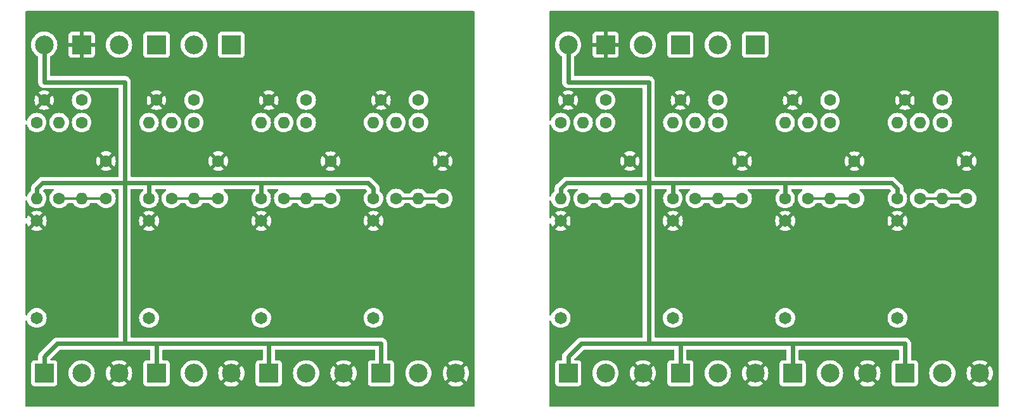
<source format=gbl>
%TF.GenerationSoftware,KiCad,Pcbnew,8.0.0*%
%TF.CreationDate,2024-04-03T18:38:51+02:00*%
%TF.ProjectId,zf-filter,7a662d66-696c-4746-9572-2e6b69636164,1.0*%
%TF.SameCoordinates,Original*%
%TF.FileFunction,Copper,L2,Bot*%
%TF.FilePolarity,Positive*%
%FSLAX46Y46*%
G04 Gerber Fmt 4.6, Leading zero omitted, Abs format (unit mm)*
G04 Created by KiCad (PCBNEW 8.0.0) date 2024-04-03 18:38:51*
%MOMM*%
%LPD*%
G01*
G04 APERTURE LIST*
%TA.AperFunction,ComponentPad*%
%ADD10R,2.500000X2.500000*%
%TD*%
%TA.AperFunction,ComponentPad*%
%ADD11C,2.500000*%
%TD*%
%TA.AperFunction,ComponentPad*%
%ADD12C,1.600000*%
%TD*%
%TA.AperFunction,ComponentPad*%
%ADD13O,1.600000X1.600000*%
%TD*%
%TA.AperFunction,ComponentPad*%
%ADD14C,1.650000*%
%TD*%
%TA.AperFunction,ViaPad*%
%ADD15C,0.600000*%
%TD*%
%TA.AperFunction,Conductor*%
%ADD16C,0.600000*%
%TD*%
%TA.AperFunction,Conductor*%
%ADD17C,0.300000*%
%TD*%
G04 APERTURE END LIST*
D10*
X132500000Y-129500000D03*
D11*
X137500000Y-129500000D03*
X142500000Y-129500000D03*
D12*
X162500000Y-95920000D03*
D13*
X162500000Y-106080000D03*
D12*
X207500000Y-92920000D03*
X202500000Y-92920000D03*
D14*
X116500000Y-122080000D03*
X116500000Y-109080000D03*
D12*
X137500000Y-95920000D03*
D13*
X137500000Y-106080000D03*
D10*
X117500000Y-129500000D03*
D11*
X122500000Y-129500000D03*
X127500000Y-129500000D03*
D12*
X192500000Y-92920000D03*
X187500000Y-92920000D03*
X119500000Y-106080000D03*
D13*
X119500000Y-95920000D03*
D12*
X162500000Y-92920000D03*
X157500000Y-92920000D03*
X110750000Y-106070000D03*
X110750000Y-101070000D03*
X92500000Y-92920000D03*
X87500000Y-92920000D03*
D10*
X102500000Y-129500000D03*
D11*
X107500000Y-129500000D03*
X112500000Y-129500000D03*
D12*
X116500000Y-106080000D03*
D13*
X116500000Y-95920000D03*
D10*
X202500000Y-129500000D03*
D11*
X207500000Y-129500000D03*
X212500000Y-129500000D03*
D12*
X195750000Y-106095000D03*
X195750000Y-101095000D03*
X122500000Y-95920000D03*
D13*
X122500000Y-106080000D03*
D12*
X210750000Y-106100000D03*
X210750000Y-101100000D03*
X104500000Y-106080000D03*
D13*
X104500000Y-95920000D03*
D12*
X207500000Y-95920000D03*
D13*
X207500000Y-106080000D03*
D14*
X131500000Y-122080000D03*
X131500000Y-109080000D03*
D12*
X177500000Y-95920000D03*
D13*
X177500000Y-106080000D03*
D10*
X87500000Y-129500000D03*
D11*
X92500000Y-129500000D03*
X97500000Y-129500000D03*
D12*
X140750000Y-106100000D03*
X140750000Y-101100000D03*
D10*
X172500000Y-129500000D03*
D11*
X177500000Y-129500000D03*
X182500000Y-129500000D03*
D12*
X101500000Y-106080000D03*
D13*
X101500000Y-95920000D03*
D10*
X162500000Y-85500000D03*
D11*
X157500000Y-85500000D03*
D12*
X134500000Y-106080000D03*
D13*
X134500000Y-95920000D03*
D12*
X165750000Y-106070000D03*
X165750000Y-101070000D03*
X92500000Y-95920000D03*
D13*
X92500000Y-106080000D03*
D12*
X89500000Y-106080000D03*
D13*
X89500000Y-95920000D03*
D12*
X107500000Y-95920000D03*
D13*
X107500000Y-106080000D03*
D10*
X112500000Y-85500000D03*
D11*
X107500000Y-85500000D03*
D12*
X95750000Y-106070000D03*
X95750000Y-101070000D03*
X192500000Y-95920000D03*
D13*
X192500000Y-106080000D03*
D12*
X156500000Y-95920000D03*
D13*
X156500000Y-106080000D03*
D12*
X204500000Y-106080000D03*
D13*
X204500000Y-95920000D03*
D10*
X157500000Y-129500000D03*
D11*
X162500000Y-129500000D03*
X167500000Y-129500000D03*
D12*
X177500000Y-92920000D03*
X172500000Y-92920000D03*
D14*
X101500000Y-122080000D03*
X101500000Y-109080000D03*
D10*
X182500000Y-85500000D03*
D11*
X177500000Y-85500000D03*
D12*
X137500000Y-92920000D03*
X132500000Y-92920000D03*
X171500000Y-106080000D03*
D13*
X171500000Y-95920000D03*
D12*
X174500000Y-106080000D03*
D13*
X174500000Y-95920000D03*
D12*
X122500000Y-92920000D03*
X117500000Y-92920000D03*
D10*
X187500000Y-129500000D03*
D11*
X192500000Y-129500000D03*
X197500000Y-129500000D03*
D12*
X131500000Y-106080000D03*
D13*
X131500000Y-95920000D03*
D10*
X102500000Y-85500000D03*
D11*
X97500000Y-85500000D03*
D10*
X92500000Y-85500000D03*
D11*
X87500000Y-85500000D03*
D14*
X186500000Y-122080000D03*
X186500000Y-109080000D03*
X201500000Y-122080000D03*
X201500000Y-109080000D03*
D12*
X159500000Y-106080000D03*
D13*
X159500000Y-95920000D03*
D12*
X180750000Y-106070000D03*
X180750000Y-101070000D03*
D14*
X171500000Y-122080000D03*
X171500000Y-109080000D03*
D12*
X201500000Y-106080000D03*
D13*
X201500000Y-95920000D03*
D12*
X189500000Y-106080000D03*
D13*
X189500000Y-95920000D03*
D12*
X186500000Y-106080000D03*
D13*
X186500000Y-95920000D03*
D10*
X172500000Y-85500000D03*
D11*
X167500000Y-85500000D03*
D12*
X125750000Y-106095000D03*
X125750000Y-101095000D03*
X86500000Y-95920000D03*
D13*
X86500000Y-106080000D03*
D14*
X86500000Y-122080000D03*
X86500000Y-109080000D03*
X156500000Y-122080000D03*
X156500000Y-109080000D03*
D12*
X107500000Y-92920000D03*
X102500000Y-92920000D03*
D15*
X205000000Y-117500000D03*
X92500000Y-115000000D03*
X165000000Y-117500000D03*
X142500000Y-82500000D03*
X127500000Y-92500000D03*
X110000000Y-112500000D03*
X202500000Y-82500000D03*
X110000000Y-117500000D03*
X210000000Y-112500000D03*
X142500000Y-90000000D03*
X195000000Y-82500000D03*
X142500000Y-95000000D03*
X192500000Y-87500000D03*
X122500000Y-82500000D03*
X137500000Y-117500000D03*
X205000000Y-87500000D03*
X140000000Y-90000000D03*
X177500000Y-120000000D03*
X137500000Y-110000000D03*
X127500000Y-95000000D03*
X195000000Y-112500000D03*
X190000000Y-112500000D03*
X137500000Y-112500000D03*
X130000000Y-90000000D03*
X160000000Y-120000000D03*
X90000000Y-115000000D03*
X207500000Y-120000000D03*
X110000000Y-120000000D03*
X192500000Y-122500000D03*
X177500000Y-112500000D03*
X140000000Y-112500000D03*
X212500000Y-92500000D03*
X137500000Y-122500000D03*
X95000000Y-122500000D03*
X140000000Y-92500000D03*
X200000000Y-87500000D03*
X197500000Y-90000000D03*
X177500000Y-117500000D03*
X197500000Y-87500000D03*
X180000000Y-95000000D03*
X137500000Y-115000000D03*
X162500000Y-115000000D03*
X180000000Y-97500000D03*
X142500000Y-85000000D03*
X210000000Y-85000000D03*
X125000000Y-90000000D03*
X140000000Y-110000000D03*
X210000000Y-122500000D03*
X127500000Y-87500000D03*
X182500000Y-92500000D03*
X142500000Y-92500000D03*
X195000000Y-87500000D03*
X105000000Y-122500000D03*
X135000000Y-82500000D03*
X135000000Y-112500000D03*
X192500000Y-82500000D03*
X212500000Y-85000000D03*
X182500000Y-97500000D03*
X205000000Y-115000000D03*
X140000000Y-95000000D03*
X180000000Y-112500000D03*
X120000000Y-115000000D03*
X107500000Y-120000000D03*
X175000000Y-115000000D03*
X125000000Y-97500000D03*
X182500000Y-95000000D03*
X140000000Y-85000000D03*
X190000000Y-117500000D03*
X210000000Y-87500000D03*
X92500000Y-110000000D03*
X207500000Y-122500000D03*
X135000000Y-87500000D03*
X180000000Y-115000000D03*
X195000000Y-90000000D03*
X125000000Y-110000000D03*
X137500000Y-82500000D03*
X92500000Y-112500000D03*
X132500000Y-87500000D03*
X177500000Y-110000000D03*
X120000000Y-87500000D03*
X120000000Y-110000000D03*
X165000000Y-122500000D03*
X107500000Y-110000000D03*
X207500000Y-117500000D03*
X192500000Y-117500000D03*
X205000000Y-122500000D03*
X165000000Y-115000000D03*
X90000000Y-112500000D03*
X207500000Y-110000000D03*
X190000000Y-122500000D03*
X212500000Y-97500000D03*
X110000000Y-95000000D03*
X180000000Y-110000000D03*
X160000000Y-115000000D03*
X197500000Y-95000000D03*
X107500000Y-122500000D03*
X90000000Y-117500000D03*
X110000000Y-97500000D03*
X175000000Y-117500000D03*
X140000000Y-115000000D03*
X112500000Y-95000000D03*
X120000000Y-120000000D03*
X135000000Y-117500000D03*
X212500000Y-87500000D03*
X205000000Y-82500000D03*
X207500000Y-115000000D03*
X92500000Y-122500000D03*
X180000000Y-92500000D03*
X192500000Y-120000000D03*
X125000000Y-82500000D03*
X90000000Y-122500000D03*
X140000000Y-122500000D03*
X197500000Y-92500000D03*
X177500000Y-115000000D03*
X180000000Y-117500000D03*
X125000000Y-120000000D03*
X205000000Y-112500000D03*
X120000000Y-122500000D03*
X207500000Y-112500000D03*
X160000000Y-110000000D03*
X135000000Y-110000000D03*
X122500000Y-87500000D03*
X92500000Y-120000000D03*
X105000000Y-112500000D03*
X92500000Y-117500000D03*
X130000000Y-82500000D03*
X162500000Y-122500000D03*
X162500000Y-120000000D03*
X175000000Y-112500000D03*
X105000000Y-115000000D03*
X117500000Y-82500000D03*
X125000000Y-92500000D03*
X212500000Y-90000000D03*
X122500000Y-120000000D03*
X130000000Y-87500000D03*
X187500000Y-82500000D03*
X95000000Y-117500000D03*
X202500000Y-87500000D03*
X200000000Y-82500000D03*
X195000000Y-115000000D03*
X142500000Y-97500000D03*
X122500000Y-115000000D03*
X110000000Y-110000000D03*
X125000000Y-117500000D03*
X125000000Y-115000000D03*
X140000000Y-120000000D03*
X110000000Y-92500000D03*
X210000000Y-110000000D03*
X180000000Y-120000000D03*
X122500000Y-112500000D03*
X105000000Y-110000000D03*
X122500000Y-110000000D03*
X165000000Y-120000000D03*
X137500000Y-120000000D03*
X192500000Y-112500000D03*
X175000000Y-110000000D03*
X195000000Y-97500000D03*
X122500000Y-117500000D03*
X120000000Y-112500000D03*
X210000000Y-90000000D03*
X195000000Y-117500000D03*
X210000000Y-120000000D03*
X162500000Y-117500000D03*
X197500000Y-82500000D03*
X120000000Y-82500000D03*
X190000000Y-120000000D03*
X197500000Y-97500000D03*
X195000000Y-122500000D03*
X190000000Y-115000000D03*
X165000000Y-110000000D03*
X175000000Y-122500000D03*
X132500000Y-82500000D03*
X142500000Y-87500000D03*
X95000000Y-110000000D03*
X107500000Y-115000000D03*
X210000000Y-97500000D03*
X90000000Y-110000000D03*
X190000000Y-110000000D03*
X210000000Y-95000000D03*
X162500000Y-110000000D03*
X210000000Y-82500000D03*
X105000000Y-120000000D03*
X165000000Y-112500000D03*
X90000000Y-120000000D03*
X112500000Y-97500000D03*
X95000000Y-112500000D03*
X140000000Y-97500000D03*
X140000000Y-117500000D03*
X195000000Y-110000000D03*
X192500000Y-115000000D03*
X117500000Y-87500000D03*
X210000000Y-117500000D03*
X205000000Y-110000000D03*
X190000000Y-82500000D03*
X107500000Y-112500000D03*
X127500000Y-97500000D03*
X110000000Y-115000000D03*
X135000000Y-120000000D03*
X195000000Y-95000000D03*
X187500000Y-87500000D03*
X140000000Y-87500000D03*
X125000000Y-122500000D03*
X120000000Y-117500000D03*
X122500000Y-122500000D03*
X125000000Y-112500000D03*
X180000000Y-122500000D03*
X135000000Y-122500000D03*
X177500000Y-122500000D03*
X212500000Y-95000000D03*
X107500000Y-117500000D03*
X95000000Y-120000000D03*
X207500000Y-82500000D03*
X125000000Y-95000000D03*
X190000000Y-87500000D03*
X135000000Y-115000000D03*
X112500000Y-92500000D03*
X125000000Y-87500000D03*
X127500000Y-82500000D03*
X210000000Y-115000000D03*
X200000000Y-90000000D03*
X210000000Y-92500000D03*
X192500000Y-110000000D03*
X195000000Y-92500000D03*
X212500000Y-82500000D03*
X160000000Y-112500000D03*
X95000000Y-115000000D03*
X105000000Y-117500000D03*
X205000000Y-120000000D03*
X160000000Y-117500000D03*
X195000000Y-120000000D03*
X110000000Y-122500000D03*
X127500000Y-90000000D03*
X160000000Y-122500000D03*
X162500000Y-112500000D03*
X175000000Y-120000000D03*
X140000000Y-82500000D03*
D16*
X98250000Y-90500000D02*
X87500000Y-90500000D01*
X98250000Y-104000000D02*
X98250000Y-90500000D01*
X87500000Y-90500000D02*
X87500000Y-85500000D01*
X157500000Y-90500000D02*
X157500000Y-85500000D01*
X168250000Y-90500000D02*
X157500000Y-90500000D01*
X168250000Y-104000000D02*
X168250000Y-90500000D01*
D17*
X92500000Y-106080000D02*
X89500000Y-106080000D01*
X92510000Y-106070000D02*
X92500000Y-106080000D01*
X95750000Y-106070000D02*
X92510000Y-106070000D01*
D16*
X132500000Y-125500000D02*
X132500000Y-129500000D01*
X117500000Y-125500000D02*
X116500000Y-125500000D01*
X117500000Y-125500000D02*
X132500000Y-125500000D01*
X116500000Y-104000000D02*
X130750000Y-104000000D01*
X98250000Y-104000000D02*
X101500000Y-104000000D01*
X101500000Y-104000000D02*
X101500000Y-106080000D01*
X131500000Y-104750000D02*
X131500000Y-106080000D01*
X116500000Y-104000000D02*
X116500000Y-106080000D01*
X89250000Y-125500000D02*
X87500000Y-127250000D01*
X101500000Y-104000000D02*
X116500000Y-104000000D01*
X130750000Y-104000000D02*
X131500000Y-104750000D01*
X102500000Y-125500000D02*
X89250000Y-125500000D01*
X86500000Y-104750000D02*
X86500000Y-106080000D01*
X98250000Y-125500000D02*
X98250000Y-104000000D01*
X102500000Y-125500000D02*
X102500000Y-129500000D01*
X87250000Y-104000000D02*
X86500000Y-104750000D01*
X98250000Y-104000000D02*
X87250000Y-104000000D01*
X117500000Y-125500000D02*
X117500000Y-129500000D01*
X87500000Y-127250000D02*
X87500000Y-129500000D01*
X116500000Y-125500000D02*
X102500000Y-125500000D01*
X168250000Y-125500000D02*
X168250000Y-104000000D01*
X187500000Y-125500000D02*
X186500000Y-125500000D01*
X202500000Y-125500000D02*
X202500000Y-129500000D01*
X172500000Y-125500000D02*
X172500000Y-129500000D01*
X157250000Y-104000000D02*
X156500000Y-104750000D01*
X156500000Y-104750000D02*
X156500000Y-106080000D01*
X171500000Y-104000000D02*
X171500000Y-106080000D01*
X168250000Y-104000000D02*
X171500000Y-104000000D01*
X200750000Y-104000000D02*
X201500000Y-104750000D01*
X157500000Y-127250000D02*
X157500000Y-129500000D01*
X172500000Y-125500000D02*
X159250000Y-125500000D01*
X187500000Y-125500000D02*
X202500000Y-125500000D01*
X171500000Y-104000000D02*
X186500000Y-104000000D01*
X186500000Y-104000000D02*
X200750000Y-104000000D01*
X201500000Y-104750000D02*
X201500000Y-106080000D01*
X187500000Y-125500000D02*
X187500000Y-129500000D01*
X168250000Y-104000000D02*
X157250000Y-104000000D01*
X186500000Y-125500000D02*
X172500000Y-125500000D01*
X159250000Y-125500000D02*
X157500000Y-127250000D01*
X186500000Y-104000000D02*
X186500000Y-106080000D01*
D17*
X104500000Y-106080000D02*
X107500000Y-106080000D01*
X110750000Y-106070000D02*
X107510000Y-106070000D01*
X107510000Y-106070000D02*
X107500000Y-106080000D01*
X122675000Y-106095000D02*
X125750000Y-106095000D01*
X119500000Y-106080000D02*
X122500000Y-106080000D01*
X134500000Y-106080000D02*
X137500000Y-106080000D01*
X137520000Y-106100000D02*
X137500000Y-106080000D01*
X140750000Y-106100000D02*
X137520000Y-106100000D01*
X162500000Y-106080000D02*
X159500000Y-106080000D01*
X165750000Y-106070000D02*
X162510000Y-106070000D01*
X162510000Y-106070000D02*
X162500000Y-106080000D01*
X174500000Y-106080000D02*
X177500000Y-106080000D01*
X177510000Y-106070000D02*
X177500000Y-106080000D01*
X180750000Y-106070000D02*
X177510000Y-106070000D01*
X189500000Y-106080000D02*
X192500000Y-106080000D01*
X192675000Y-106095000D02*
X195750000Y-106095000D01*
X210750000Y-106100000D02*
X207520000Y-106100000D01*
X207520000Y-106100000D02*
X207500000Y-106080000D01*
X204500000Y-106080000D02*
X207500000Y-106080000D01*
%TA.AperFunction,Conductor*%
G36*
X214943039Y-81019685D02*
G01*
X214988794Y-81072489D01*
X215000000Y-81124000D01*
X215000000Y-133876000D01*
X214980315Y-133943039D01*
X214927511Y-133988794D01*
X214876000Y-134000000D01*
X155124000Y-134000000D01*
X155056961Y-133980315D01*
X155011206Y-133927511D01*
X155000000Y-133876000D01*
X155000000Y-122545135D01*
X155019685Y-122478096D01*
X155072489Y-122432341D01*
X155141647Y-122422397D01*
X155205203Y-122451422D01*
X155242977Y-122510200D01*
X155243775Y-122513042D01*
X155249677Y-122535071D01*
X155249679Y-122535075D01*
X155249680Y-122535079D01*
X155347699Y-122745282D01*
X155480730Y-122935269D01*
X155644731Y-123099270D01*
X155834718Y-123232301D01*
X156044921Y-123330320D01*
X156268950Y-123390349D01*
X156433985Y-123404787D01*
X156499998Y-123410563D01*
X156500000Y-123410563D01*
X156500002Y-123410563D01*
X156557762Y-123405509D01*
X156731050Y-123390349D01*
X156955079Y-123330320D01*
X157165282Y-123232301D01*
X157355269Y-123099270D01*
X157519270Y-122935269D01*
X157652301Y-122745282D01*
X157750320Y-122535079D01*
X157810349Y-122311050D01*
X157830563Y-122080000D01*
X157810349Y-121848950D01*
X157750320Y-121624921D01*
X157652301Y-121414719D01*
X157652299Y-121414716D01*
X157652298Y-121414714D01*
X157519273Y-121224735D01*
X157519268Y-121224729D01*
X157355269Y-121060730D01*
X157355263Y-121060726D01*
X157165282Y-120927699D01*
X156955079Y-120829680D01*
X156955076Y-120829679D01*
X156955074Y-120829678D01*
X156731051Y-120769651D01*
X156731044Y-120769650D01*
X156500002Y-120749437D01*
X156499998Y-120749437D01*
X156268955Y-120769650D01*
X156268948Y-120769651D01*
X156044917Y-120829681D01*
X155834718Y-120927699D01*
X155834714Y-120927701D01*
X155644735Y-121060726D01*
X155644729Y-121060731D01*
X155480731Y-121224729D01*
X155480726Y-121224735D01*
X155347701Y-121414714D01*
X155347699Y-121414718D01*
X155249680Y-121624921D01*
X155243774Y-121646962D01*
X155207409Y-121706622D01*
X155144562Y-121737150D01*
X155075186Y-121728855D01*
X155021309Y-121684369D01*
X155000035Y-121617817D01*
X155000000Y-121614867D01*
X155000000Y-109543206D01*
X155019685Y-109476167D01*
X155072489Y-109430412D01*
X155141647Y-109420468D01*
X155205203Y-109449493D01*
X155242977Y-109508271D01*
X155243775Y-109511113D01*
X155250148Y-109534900D01*
X155250152Y-109534909D01*
X155348133Y-109745030D01*
X155403023Y-109823422D01*
X155976212Y-109250233D01*
X155987482Y-109292292D01*
X156059890Y-109417708D01*
X156162292Y-109520110D01*
X156287708Y-109592518D01*
X156329765Y-109603787D01*
X155756576Y-110176975D01*
X155834969Y-110231867D01*
X156045090Y-110329847D01*
X156045099Y-110329851D01*
X156269031Y-110389852D01*
X156269041Y-110389854D01*
X156499999Y-110410061D01*
X156500001Y-110410061D01*
X156730958Y-110389854D01*
X156730968Y-110389852D01*
X156954900Y-110329851D01*
X156954909Y-110329847D01*
X157165030Y-110231867D01*
X157165034Y-110231865D01*
X157243422Y-110176976D01*
X157243422Y-110176975D01*
X156670235Y-109603787D01*
X156712292Y-109592518D01*
X156837708Y-109520110D01*
X156940110Y-109417708D01*
X157012518Y-109292292D01*
X157023787Y-109250234D01*
X157596975Y-109823422D01*
X157596976Y-109823422D01*
X157651865Y-109745034D01*
X157651867Y-109745030D01*
X157749847Y-109534909D01*
X157749851Y-109534900D01*
X157809852Y-109310968D01*
X157809854Y-109310958D01*
X157830061Y-109080000D01*
X157830061Y-109079999D01*
X157809854Y-108849041D01*
X157809852Y-108849031D01*
X157749851Y-108625099D01*
X157749847Y-108625090D01*
X157651867Y-108414971D01*
X157651866Y-108414969D01*
X157596975Y-108336577D01*
X157596975Y-108336576D01*
X157023787Y-108909764D01*
X157012518Y-108867708D01*
X156940110Y-108742292D01*
X156837708Y-108639890D01*
X156712292Y-108567482D01*
X156670234Y-108556212D01*
X157243422Y-107983023D01*
X157165030Y-107928133D01*
X156954909Y-107830152D01*
X156954900Y-107830148D01*
X156730968Y-107770147D01*
X156730958Y-107770145D01*
X156500001Y-107749939D01*
X156499999Y-107749939D01*
X156269041Y-107770145D01*
X156269031Y-107770147D01*
X156045099Y-107830148D01*
X156045090Y-107830152D01*
X155834967Y-107928134D01*
X155756576Y-107983022D01*
X156329766Y-108556212D01*
X156287708Y-108567482D01*
X156162292Y-108639890D01*
X156059890Y-108742292D01*
X155987482Y-108867708D01*
X155976212Y-108909766D01*
X155403022Y-108336576D01*
X155348134Y-108414967D01*
X155250152Y-108625090D01*
X155250149Y-108625096D01*
X155243775Y-108648887D01*
X155207410Y-108708547D01*
X155144563Y-108739076D01*
X155075187Y-108730781D01*
X155021309Y-108686296D01*
X155000035Y-108619744D01*
X155000000Y-108616793D01*
X155000000Y-106448545D01*
X155019685Y-106381506D01*
X155072489Y-106335751D01*
X155141647Y-106325807D01*
X155205203Y-106354832D01*
X155242977Y-106413610D01*
X155243775Y-106416452D01*
X155273258Y-106526488D01*
X155273261Y-106526497D01*
X155369431Y-106732732D01*
X155369432Y-106732734D01*
X155499954Y-106919141D01*
X155660858Y-107080045D01*
X155682283Y-107095047D01*
X155847266Y-107210568D01*
X156053504Y-107306739D01*
X156273308Y-107365635D01*
X156435230Y-107379801D01*
X156499998Y-107385468D01*
X156500000Y-107385468D01*
X156500002Y-107385468D01*
X156556673Y-107380509D01*
X156726692Y-107365635D01*
X156946496Y-107306739D01*
X157152734Y-107210568D01*
X157339139Y-107080047D01*
X157500047Y-106919139D01*
X157630568Y-106732734D01*
X157726739Y-106526496D01*
X157785635Y-106306692D01*
X157805468Y-106080000D01*
X157785635Y-105853308D01*
X157726739Y-105633504D01*
X157630568Y-105427266D01*
X157500047Y-105240861D01*
X157500045Y-105240858D01*
X157408313Y-105149126D01*
X157374828Y-105087803D01*
X157379812Y-105018111D01*
X157408310Y-104973766D01*
X157545260Y-104836816D01*
X157606582Y-104803334D01*
X157632940Y-104800500D01*
X158666684Y-104800500D01*
X158733723Y-104820185D01*
X158779478Y-104872989D01*
X158789422Y-104942147D01*
X158760397Y-105005703D01*
X158737807Y-105026075D01*
X158660858Y-105079954D01*
X158499954Y-105240858D01*
X158369432Y-105427265D01*
X158369431Y-105427267D01*
X158273261Y-105633502D01*
X158273258Y-105633511D01*
X158214366Y-105853302D01*
X158214364Y-105853313D01*
X158194532Y-106079998D01*
X158194532Y-106080001D01*
X158214364Y-106306686D01*
X158214366Y-106306697D01*
X158273258Y-106526488D01*
X158273261Y-106526497D01*
X158369431Y-106732732D01*
X158369432Y-106732734D01*
X158499954Y-106919141D01*
X158660858Y-107080045D01*
X158682283Y-107095047D01*
X158847266Y-107210568D01*
X159053504Y-107306739D01*
X159273308Y-107365635D01*
X159435230Y-107379801D01*
X159499998Y-107385468D01*
X159500000Y-107385468D01*
X159500002Y-107385468D01*
X159556673Y-107380509D01*
X159726692Y-107365635D01*
X159946496Y-107306739D01*
X160152734Y-107210568D01*
X160339139Y-107080047D01*
X160500047Y-106919139D01*
X160595108Y-106783377D01*
X160649685Y-106739752D01*
X160696683Y-106730500D01*
X161303317Y-106730500D01*
X161370356Y-106750185D01*
X161404892Y-106783377D01*
X161499954Y-106919141D01*
X161660858Y-107080045D01*
X161682283Y-107095047D01*
X161847266Y-107210568D01*
X162053504Y-107306739D01*
X162273308Y-107365635D01*
X162435230Y-107379801D01*
X162499998Y-107385468D01*
X162500000Y-107385468D01*
X162500002Y-107385468D01*
X162556673Y-107380509D01*
X162726692Y-107365635D01*
X162946496Y-107306739D01*
X163152734Y-107210568D01*
X163339139Y-107080047D01*
X163500047Y-106919139D01*
X163602110Y-106773377D01*
X163656687Y-106729752D01*
X163703685Y-106720500D01*
X164553317Y-106720500D01*
X164620356Y-106740185D01*
X164654892Y-106773377D01*
X164749954Y-106909141D01*
X164910858Y-107070045D01*
X164910861Y-107070047D01*
X165097266Y-107200568D01*
X165303504Y-107296739D01*
X165523308Y-107355635D01*
X165685230Y-107369801D01*
X165749998Y-107375468D01*
X165750000Y-107375468D01*
X165750002Y-107375468D01*
X165806673Y-107370509D01*
X165976692Y-107355635D01*
X166196496Y-107296739D01*
X166402734Y-107200568D01*
X166589139Y-107070047D01*
X166750047Y-106909139D01*
X166880568Y-106722734D01*
X166976739Y-106516496D01*
X167035635Y-106296692D01*
X167055468Y-106070000D01*
X167035635Y-105843308D01*
X166979420Y-105633511D01*
X166976741Y-105623511D01*
X166976738Y-105623502D01*
X166895599Y-105449500D01*
X166880568Y-105417266D01*
X166750047Y-105230861D01*
X166750045Y-105230858D01*
X166589144Y-105069957D01*
X166589140Y-105069954D01*
X166589139Y-105069953D01*
X166526471Y-105026073D01*
X166482849Y-104971499D01*
X166475655Y-104902001D01*
X166507177Y-104839646D01*
X166567407Y-104804231D01*
X166597597Y-104800500D01*
X167325500Y-104800500D01*
X167392539Y-104820185D01*
X167438294Y-104872989D01*
X167449500Y-104924500D01*
X167449500Y-124575500D01*
X167429815Y-124642539D01*
X167377011Y-124688294D01*
X167325500Y-124699500D01*
X159171153Y-124699500D01*
X159016510Y-124730260D01*
X159016502Y-124730262D01*
X158870824Y-124790604D01*
X158870814Y-124790609D01*
X158739711Y-124878210D01*
X158739707Y-124878213D01*
X157317422Y-126300500D01*
X156989711Y-126628211D01*
X156933960Y-126683962D01*
X156878209Y-126739712D01*
X156790609Y-126870814D01*
X156790602Y-126870827D01*
X156730264Y-127016498D01*
X156730261Y-127016510D01*
X156699500Y-127171153D01*
X156699500Y-127625500D01*
X156679815Y-127692539D01*
X156627011Y-127738294D01*
X156575500Y-127749500D01*
X156202130Y-127749500D01*
X156202123Y-127749501D01*
X156142516Y-127755908D01*
X156007671Y-127806202D01*
X156007664Y-127806206D01*
X155892455Y-127892452D01*
X155892452Y-127892455D01*
X155806206Y-128007664D01*
X155806202Y-128007671D01*
X155755908Y-128142517D01*
X155749501Y-128202116D01*
X155749501Y-128202123D01*
X155749500Y-128202135D01*
X155749500Y-130797870D01*
X155749501Y-130797876D01*
X155755908Y-130857483D01*
X155806202Y-130992328D01*
X155806206Y-130992335D01*
X155892452Y-131107544D01*
X155892455Y-131107547D01*
X156007664Y-131193793D01*
X156007671Y-131193797D01*
X156142517Y-131244091D01*
X156142516Y-131244091D01*
X156149444Y-131244835D01*
X156202127Y-131250500D01*
X158797872Y-131250499D01*
X158857483Y-131244091D01*
X158992331Y-131193796D01*
X159107546Y-131107546D01*
X159193796Y-130992331D01*
X159244091Y-130857483D01*
X159250500Y-130797873D01*
X159250500Y-129500004D01*
X160744592Y-129500004D01*
X160764196Y-129761620D01*
X160764197Y-129761625D01*
X160822576Y-130017402D01*
X160822578Y-130017411D01*
X160822580Y-130017416D01*
X160918432Y-130261643D01*
X161049614Y-130488857D01*
X161181736Y-130654533D01*
X161213198Y-130693985D01*
X161325163Y-130797872D01*
X161405521Y-130872433D01*
X161622296Y-131020228D01*
X161622301Y-131020230D01*
X161622302Y-131020231D01*
X161622303Y-131020232D01*
X161747843Y-131080688D01*
X161858673Y-131134061D01*
X161858674Y-131134061D01*
X161858677Y-131134063D01*
X162109385Y-131211396D01*
X162368818Y-131250500D01*
X162631182Y-131250500D01*
X162890615Y-131211396D01*
X163141323Y-131134063D01*
X163377704Y-131020228D01*
X163594479Y-130872433D01*
X163786805Y-130693981D01*
X163950386Y-130488857D01*
X164081568Y-130261643D01*
X164177420Y-130017416D01*
X164235802Y-129761630D01*
X164235808Y-129761550D01*
X164255408Y-129500004D01*
X165745093Y-129500004D01*
X165764692Y-129761545D01*
X165764693Y-129761550D01*
X165823058Y-130017270D01*
X165918883Y-130261426D01*
X165918882Y-130261426D01*
X166050027Y-130488573D01*
X166097874Y-130548571D01*
X166898958Y-129747488D01*
X166923978Y-129807890D01*
X166995112Y-129914351D01*
X167085649Y-130004888D01*
X167192110Y-130076022D01*
X167252510Y-130101041D01*
X166450830Y-130902720D01*
X166622546Y-131019793D01*
X166622550Y-131019795D01*
X166858854Y-131133594D01*
X166858858Y-131133595D01*
X167109494Y-131210907D01*
X167109500Y-131210909D01*
X167368848Y-131249999D01*
X167368857Y-131250000D01*
X167631143Y-131250000D01*
X167631151Y-131249999D01*
X167890499Y-131210909D01*
X167890505Y-131210907D01*
X168141143Y-131133595D01*
X168377445Y-131019798D01*
X168377447Y-131019797D01*
X168549168Y-130902720D01*
X167747488Y-130101041D01*
X167807890Y-130076022D01*
X167914351Y-130004888D01*
X168004888Y-129914351D01*
X168076022Y-129807890D01*
X168101041Y-129747488D01*
X168902125Y-130548572D01*
X168949971Y-130488573D01*
X169081116Y-130261426D01*
X169176941Y-130017270D01*
X169235306Y-129761550D01*
X169235307Y-129761545D01*
X169254907Y-129500004D01*
X169254907Y-129499995D01*
X169235307Y-129238454D01*
X169235306Y-129238449D01*
X169176941Y-128982729D01*
X169081116Y-128738573D01*
X169081117Y-128738573D01*
X168949972Y-128511426D01*
X168902124Y-128451427D01*
X168101041Y-129252510D01*
X168076022Y-129192110D01*
X168004888Y-129085649D01*
X167914351Y-128995112D01*
X167807890Y-128923978D01*
X167747488Y-128898958D01*
X168549168Y-128097278D01*
X168377454Y-127980206D01*
X168377445Y-127980201D01*
X168141142Y-127866404D01*
X168141144Y-127866404D01*
X167890505Y-127789092D01*
X167890499Y-127789090D01*
X167631151Y-127750000D01*
X167368848Y-127750000D01*
X167109500Y-127789090D01*
X167109494Y-127789092D01*
X166858858Y-127866404D01*
X166858854Y-127866405D01*
X166622547Y-127980205D01*
X166622539Y-127980210D01*
X166450830Y-128097277D01*
X167252511Y-128898958D01*
X167192110Y-128923978D01*
X167085649Y-128995112D01*
X166995112Y-129085649D01*
X166923978Y-129192110D01*
X166898958Y-129252510D01*
X166097875Y-128451427D01*
X166097874Y-128451427D01*
X166050028Y-128511425D01*
X165918883Y-128738573D01*
X165823058Y-128982729D01*
X165764693Y-129238449D01*
X165764692Y-129238454D01*
X165745093Y-129499995D01*
X165745093Y-129500004D01*
X164255408Y-129500004D01*
X164255408Y-129499995D01*
X164235803Y-129238379D01*
X164235802Y-129238374D01*
X164235802Y-129238370D01*
X164177420Y-128982584D01*
X164081568Y-128738357D01*
X163950386Y-128511143D01*
X163786805Y-128306019D01*
X163786804Y-128306018D01*
X163786801Y-128306014D01*
X163594479Y-128127567D01*
X163550052Y-128097277D01*
X163377704Y-127979772D01*
X163377700Y-127979770D01*
X163377697Y-127979768D01*
X163377696Y-127979767D01*
X163141325Y-127865938D01*
X163141327Y-127865938D01*
X162890623Y-127788606D01*
X162890619Y-127788605D01*
X162890615Y-127788604D01*
X162765823Y-127769794D01*
X162631187Y-127749500D01*
X162631182Y-127749500D01*
X162368818Y-127749500D01*
X162368812Y-127749500D01*
X162207247Y-127773853D01*
X162109385Y-127788604D01*
X162109382Y-127788605D01*
X162109376Y-127788606D01*
X161858673Y-127865938D01*
X161622303Y-127979767D01*
X161622302Y-127979768D01*
X161622296Y-127979771D01*
X161622296Y-127979772D01*
X161621654Y-127980210D01*
X161405520Y-128127567D01*
X161213198Y-128306014D01*
X161049614Y-128511143D01*
X160918432Y-128738356D01*
X160822582Y-128982578D01*
X160822576Y-128982597D01*
X160764197Y-129238374D01*
X160764196Y-129238379D01*
X160744592Y-129499995D01*
X160744592Y-129500004D01*
X159250500Y-129500004D01*
X159250499Y-128202128D01*
X159244091Y-128142517D01*
X159193796Y-128007669D01*
X159193795Y-128007668D01*
X159193793Y-128007664D01*
X159107547Y-127892455D01*
X159107544Y-127892452D01*
X158992335Y-127806206D01*
X158992328Y-127806202D01*
X158857482Y-127755908D01*
X158857483Y-127755908D01*
X158797883Y-127749501D01*
X158797881Y-127749500D01*
X158797873Y-127749500D01*
X158797865Y-127749500D01*
X158431940Y-127749500D01*
X158364901Y-127729815D01*
X158319146Y-127677011D01*
X158309202Y-127607853D01*
X158338227Y-127544297D01*
X158344259Y-127537819D01*
X159545259Y-126336819D01*
X159606582Y-126303334D01*
X159632940Y-126300500D01*
X168171158Y-126300500D01*
X168328842Y-126300500D01*
X171575500Y-126300500D01*
X171642539Y-126320185D01*
X171688294Y-126372989D01*
X171699500Y-126424500D01*
X171699500Y-127625500D01*
X171679815Y-127692539D01*
X171627011Y-127738294D01*
X171575500Y-127749500D01*
X171202130Y-127749500D01*
X171202123Y-127749501D01*
X171142516Y-127755908D01*
X171007671Y-127806202D01*
X171007664Y-127806206D01*
X170892455Y-127892452D01*
X170892452Y-127892455D01*
X170806206Y-128007664D01*
X170806202Y-128007671D01*
X170755908Y-128142517D01*
X170749501Y-128202116D01*
X170749501Y-128202123D01*
X170749500Y-128202135D01*
X170749500Y-130797870D01*
X170749501Y-130797876D01*
X170755908Y-130857483D01*
X170806202Y-130992328D01*
X170806206Y-130992335D01*
X170892452Y-131107544D01*
X170892455Y-131107547D01*
X171007664Y-131193793D01*
X171007671Y-131193797D01*
X171142517Y-131244091D01*
X171142516Y-131244091D01*
X171149444Y-131244835D01*
X171202127Y-131250500D01*
X173797872Y-131250499D01*
X173857483Y-131244091D01*
X173992331Y-131193796D01*
X174107546Y-131107546D01*
X174193796Y-130992331D01*
X174244091Y-130857483D01*
X174250500Y-130797873D01*
X174250500Y-129500004D01*
X175744592Y-129500004D01*
X175764196Y-129761620D01*
X175764197Y-129761625D01*
X175822576Y-130017402D01*
X175822578Y-130017411D01*
X175822580Y-130017416D01*
X175918432Y-130261643D01*
X176049614Y-130488857D01*
X176181736Y-130654533D01*
X176213198Y-130693985D01*
X176325163Y-130797872D01*
X176405521Y-130872433D01*
X176622296Y-131020228D01*
X176622301Y-131020230D01*
X176622302Y-131020231D01*
X176622303Y-131020232D01*
X176747843Y-131080688D01*
X176858673Y-131134061D01*
X176858674Y-131134061D01*
X176858677Y-131134063D01*
X177109385Y-131211396D01*
X177368818Y-131250500D01*
X177631182Y-131250500D01*
X177890615Y-131211396D01*
X178141323Y-131134063D01*
X178377704Y-131020228D01*
X178594479Y-130872433D01*
X178786805Y-130693981D01*
X178950386Y-130488857D01*
X179081568Y-130261643D01*
X179177420Y-130017416D01*
X179235802Y-129761630D01*
X179235808Y-129761550D01*
X179255408Y-129500004D01*
X180745093Y-129500004D01*
X180764692Y-129761545D01*
X180764693Y-129761550D01*
X180823058Y-130017270D01*
X180918883Y-130261426D01*
X180918882Y-130261426D01*
X181050027Y-130488573D01*
X181097874Y-130548571D01*
X181898958Y-129747488D01*
X181923978Y-129807890D01*
X181995112Y-129914351D01*
X182085649Y-130004888D01*
X182192110Y-130076022D01*
X182252510Y-130101041D01*
X181450830Y-130902720D01*
X181622546Y-131019793D01*
X181622550Y-131019795D01*
X181858854Y-131133594D01*
X181858858Y-131133595D01*
X182109494Y-131210907D01*
X182109500Y-131210909D01*
X182368848Y-131249999D01*
X182368857Y-131250000D01*
X182631143Y-131250000D01*
X182631151Y-131249999D01*
X182890499Y-131210909D01*
X182890505Y-131210907D01*
X183141143Y-131133595D01*
X183377445Y-131019798D01*
X183377447Y-131019797D01*
X183549168Y-130902720D01*
X182747488Y-130101041D01*
X182807890Y-130076022D01*
X182914351Y-130004888D01*
X183004888Y-129914351D01*
X183076022Y-129807890D01*
X183101041Y-129747488D01*
X183902125Y-130548572D01*
X183949971Y-130488573D01*
X184081116Y-130261426D01*
X184176941Y-130017270D01*
X184235306Y-129761550D01*
X184235307Y-129761545D01*
X184254907Y-129500004D01*
X184254907Y-129499995D01*
X184235307Y-129238454D01*
X184235306Y-129238449D01*
X184176941Y-128982729D01*
X184081116Y-128738573D01*
X184081117Y-128738573D01*
X183949972Y-128511426D01*
X183902124Y-128451427D01*
X183101041Y-129252510D01*
X183076022Y-129192110D01*
X183004888Y-129085649D01*
X182914351Y-128995112D01*
X182807890Y-128923978D01*
X182747488Y-128898958D01*
X183549168Y-128097278D01*
X183377454Y-127980206D01*
X183377445Y-127980201D01*
X183141142Y-127866404D01*
X183141144Y-127866404D01*
X182890505Y-127789092D01*
X182890499Y-127789090D01*
X182631151Y-127750000D01*
X182368848Y-127750000D01*
X182109500Y-127789090D01*
X182109494Y-127789092D01*
X181858858Y-127866404D01*
X181858854Y-127866405D01*
X181622547Y-127980205D01*
X181622539Y-127980210D01*
X181450830Y-128097277D01*
X182252511Y-128898958D01*
X182192110Y-128923978D01*
X182085649Y-128995112D01*
X181995112Y-129085649D01*
X181923978Y-129192110D01*
X181898958Y-129252510D01*
X181097875Y-128451427D01*
X181097874Y-128451427D01*
X181050028Y-128511425D01*
X180918883Y-128738573D01*
X180823058Y-128982729D01*
X180764693Y-129238449D01*
X180764692Y-129238454D01*
X180745093Y-129499995D01*
X180745093Y-129500004D01*
X179255408Y-129500004D01*
X179255408Y-129499995D01*
X179235803Y-129238379D01*
X179235802Y-129238374D01*
X179235802Y-129238370D01*
X179177420Y-128982584D01*
X179081568Y-128738357D01*
X178950386Y-128511143D01*
X178786805Y-128306019D01*
X178786804Y-128306018D01*
X178786801Y-128306014D01*
X178594479Y-128127567D01*
X178550052Y-128097277D01*
X178377704Y-127979772D01*
X178377700Y-127979770D01*
X178377697Y-127979768D01*
X178377696Y-127979767D01*
X178141325Y-127865938D01*
X178141327Y-127865938D01*
X177890623Y-127788606D01*
X177890619Y-127788605D01*
X177890615Y-127788604D01*
X177765823Y-127769794D01*
X177631187Y-127749500D01*
X177631182Y-127749500D01*
X177368818Y-127749500D01*
X177368812Y-127749500D01*
X177207247Y-127773853D01*
X177109385Y-127788604D01*
X177109382Y-127788605D01*
X177109376Y-127788606D01*
X176858673Y-127865938D01*
X176622303Y-127979767D01*
X176622302Y-127979768D01*
X176622296Y-127979771D01*
X176622296Y-127979772D01*
X176621654Y-127980210D01*
X176405520Y-128127567D01*
X176213198Y-128306014D01*
X176049614Y-128511143D01*
X175918432Y-128738356D01*
X175822582Y-128982578D01*
X175822576Y-128982597D01*
X175764197Y-129238374D01*
X175764196Y-129238379D01*
X175744592Y-129499995D01*
X175744592Y-129500004D01*
X174250500Y-129500004D01*
X174250499Y-128202128D01*
X174244091Y-128142517D01*
X174193796Y-128007669D01*
X174193795Y-128007668D01*
X174193793Y-128007664D01*
X174107547Y-127892455D01*
X174107544Y-127892452D01*
X173992335Y-127806206D01*
X173992328Y-127806202D01*
X173857482Y-127755908D01*
X173857483Y-127755908D01*
X173797883Y-127749501D01*
X173797881Y-127749500D01*
X173797873Y-127749500D01*
X173797865Y-127749500D01*
X173424500Y-127749500D01*
X173357461Y-127729815D01*
X173311706Y-127677011D01*
X173300500Y-127625500D01*
X173300500Y-126424500D01*
X173320185Y-126357461D01*
X173372989Y-126311706D01*
X173424500Y-126300500D01*
X186421158Y-126300500D01*
X186575500Y-126300500D01*
X186642539Y-126320185D01*
X186688294Y-126372989D01*
X186699500Y-126424500D01*
X186699500Y-127625500D01*
X186679815Y-127692539D01*
X186627011Y-127738294D01*
X186575500Y-127749500D01*
X186202130Y-127749500D01*
X186202123Y-127749501D01*
X186142516Y-127755908D01*
X186007671Y-127806202D01*
X186007664Y-127806206D01*
X185892455Y-127892452D01*
X185892452Y-127892455D01*
X185806206Y-128007664D01*
X185806202Y-128007671D01*
X185755908Y-128142517D01*
X185749501Y-128202116D01*
X185749501Y-128202123D01*
X185749500Y-128202135D01*
X185749500Y-130797870D01*
X185749501Y-130797876D01*
X185755908Y-130857483D01*
X185806202Y-130992328D01*
X185806206Y-130992335D01*
X185892452Y-131107544D01*
X185892455Y-131107547D01*
X186007664Y-131193793D01*
X186007671Y-131193797D01*
X186142517Y-131244091D01*
X186142516Y-131244091D01*
X186149444Y-131244835D01*
X186202127Y-131250500D01*
X188797872Y-131250499D01*
X188857483Y-131244091D01*
X188992331Y-131193796D01*
X189107546Y-131107546D01*
X189193796Y-130992331D01*
X189244091Y-130857483D01*
X189250500Y-130797873D01*
X189250500Y-129500004D01*
X190744592Y-129500004D01*
X190764196Y-129761620D01*
X190764197Y-129761625D01*
X190822576Y-130017402D01*
X190822578Y-130017411D01*
X190822580Y-130017416D01*
X190918432Y-130261643D01*
X191049614Y-130488857D01*
X191181736Y-130654533D01*
X191213198Y-130693985D01*
X191325163Y-130797872D01*
X191405521Y-130872433D01*
X191622296Y-131020228D01*
X191622301Y-131020230D01*
X191622302Y-131020231D01*
X191622303Y-131020232D01*
X191747843Y-131080688D01*
X191858673Y-131134061D01*
X191858674Y-131134061D01*
X191858677Y-131134063D01*
X192109385Y-131211396D01*
X192368818Y-131250500D01*
X192631182Y-131250500D01*
X192890615Y-131211396D01*
X193141323Y-131134063D01*
X193377704Y-131020228D01*
X193594479Y-130872433D01*
X193786805Y-130693981D01*
X193950386Y-130488857D01*
X194081568Y-130261643D01*
X194177420Y-130017416D01*
X194235802Y-129761630D01*
X194235808Y-129761550D01*
X194255408Y-129500004D01*
X195745093Y-129500004D01*
X195764692Y-129761545D01*
X195764693Y-129761550D01*
X195823058Y-130017270D01*
X195918883Y-130261426D01*
X195918882Y-130261426D01*
X196050027Y-130488573D01*
X196097874Y-130548571D01*
X196898958Y-129747488D01*
X196923978Y-129807890D01*
X196995112Y-129914351D01*
X197085649Y-130004888D01*
X197192110Y-130076022D01*
X197252510Y-130101041D01*
X196450830Y-130902720D01*
X196622546Y-131019793D01*
X196622550Y-131019795D01*
X196858854Y-131133594D01*
X196858858Y-131133595D01*
X197109494Y-131210907D01*
X197109500Y-131210909D01*
X197368848Y-131249999D01*
X197368857Y-131250000D01*
X197631143Y-131250000D01*
X197631151Y-131249999D01*
X197890499Y-131210909D01*
X197890505Y-131210907D01*
X198141143Y-131133595D01*
X198377445Y-131019798D01*
X198377447Y-131019797D01*
X198549168Y-130902720D01*
X197747488Y-130101041D01*
X197807890Y-130076022D01*
X197914351Y-130004888D01*
X198004888Y-129914351D01*
X198076022Y-129807890D01*
X198101041Y-129747488D01*
X198902125Y-130548572D01*
X198949971Y-130488573D01*
X199081116Y-130261426D01*
X199176941Y-130017270D01*
X199235306Y-129761550D01*
X199235307Y-129761545D01*
X199254907Y-129500004D01*
X199254907Y-129499995D01*
X199235307Y-129238454D01*
X199235306Y-129238449D01*
X199176941Y-128982729D01*
X199081116Y-128738573D01*
X199081117Y-128738573D01*
X198949972Y-128511426D01*
X198902124Y-128451427D01*
X198101041Y-129252510D01*
X198076022Y-129192110D01*
X198004888Y-129085649D01*
X197914351Y-128995112D01*
X197807890Y-128923978D01*
X197747488Y-128898958D01*
X198549168Y-128097278D01*
X198377454Y-127980206D01*
X198377445Y-127980201D01*
X198141142Y-127866404D01*
X198141144Y-127866404D01*
X197890505Y-127789092D01*
X197890499Y-127789090D01*
X197631151Y-127750000D01*
X197368848Y-127750000D01*
X197109500Y-127789090D01*
X197109494Y-127789092D01*
X196858858Y-127866404D01*
X196858854Y-127866405D01*
X196622547Y-127980205D01*
X196622539Y-127980210D01*
X196450830Y-128097277D01*
X197252511Y-128898958D01*
X197192110Y-128923978D01*
X197085649Y-128995112D01*
X196995112Y-129085649D01*
X196923978Y-129192110D01*
X196898958Y-129252510D01*
X196097875Y-128451427D01*
X196097874Y-128451427D01*
X196050028Y-128511425D01*
X195918883Y-128738573D01*
X195823058Y-128982729D01*
X195764693Y-129238449D01*
X195764692Y-129238454D01*
X195745093Y-129499995D01*
X195745093Y-129500004D01*
X194255408Y-129500004D01*
X194255408Y-129499995D01*
X194235803Y-129238379D01*
X194235802Y-129238374D01*
X194235802Y-129238370D01*
X194177420Y-128982584D01*
X194081568Y-128738357D01*
X193950386Y-128511143D01*
X193786805Y-128306019D01*
X193786804Y-128306018D01*
X193786801Y-128306014D01*
X193594479Y-128127567D01*
X193550052Y-128097277D01*
X193377704Y-127979772D01*
X193377700Y-127979770D01*
X193377697Y-127979768D01*
X193377696Y-127979767D01*
X193141325Y-127865938D01*
X193141327Y-127865938D01*
X192890623Y-127788606D01*
X192890619Y-127788605D01*
X192890615Y-127788604D01*
X192765823Y-127769794D01*
X192631187Y-127749500D01*
X192631182Y-127749500D01*
X192368818Y-127749500D01*
X192368812Y-127749500D01*
X192207247Y-127773853D01*
X192109385Y-127788604D01*
X192109382Y-127788605D01*
X192109376Y-127788606D01*
X191858673Y-127865938D01*
X191622303Y-127979767D01*
X191622302Y-127979768D01*
X191622296Y-127979771D01*
X191622296Y-127979772D01*
X191621654Y-127980210D01*
X191405520Y-128127567D01*
X191213198Y-128306014D01*
X191049614Y-128511143D01*
X190918432Y-128738356D01*
X190822582Y-128982578D01*
X190822576Y-128982597D01*
X190764197Y-129238374D01*
X190764196Y-129238379D01*
X190744592Y-129499995D01*
X190744592Y-129500004D01*
X189250500Y-129500004D01*
X189250499Y-128202128D01*
X189244091Y-128142517D01*
X189193796Y-128007669D01*
X189193795Y-128007668D01*
X189193793Y-128007664D01*
X189107547Y-127892455D01*
X189107544Y-127892452D01*
X188992335Y-127806206D01*
X188992328Y-127806202D01*
X188857482Y-127755908D01*
X188857483Y-127755908D01*
X188797883Y-127749501D01*
X188797881Y-127749500D01*
X188797873Y-127749500D01*
X188797865Y-127749500D01*
X188424500Y-127749500D01*
X188357461Y-127729815D01*
X188311706Y-127677011D01*
X188300500Y-127625500D01*
X188300500Y-126424500D01*
X188320185Y-126357461D01*
X188372989Y-126311706D01*
X188424500Y-126300500D01*
X201575500Y-126300500D01*
X201642539Y-126320185D01*
X201688294Y-126372989D01*
X201699500Y-126424500D01*
X201699500Y-127625500D01*
X201679815Y-127692539D01*
X201627011Y-127738294D01*
X201575500Y-127749500D01*
X201202130Y-127749500D01*
X201202123Y-127749501D01*
X201142516Y-127755908D01*
X201007671Y-127806202D01*
X201007664Y-127806206D01*
X200892455Y-127892452D01*
X200892452Y-127892455D01*
X200806206Y-128007664D01*
X200806202Y-128007671D01*
X200755908Y-128142517D01*
X200749501Y-128202116D01*
X200749501Y-128202123D01*
X200749500Y-128202135D01*
X200749500Y-130797870D01*
X200749501Y-130797876D01*
X200755908Y-130857483D01*
X200806202Y-130992328D01*
X200806206Y-130992335D01*
X200892452Y-131107544D01*
X200892455Y-131107547D01*
X201007664Y-131193793D01*
X201007671Y-131193797D01*
X201142517Y-131244091D01*
X201142516Y-131244091D01*
X201149444Y-131244835D01*
X201202127Y-131250500D01*
X203797872Y-131250499D01*
X203857483Y-131244091D01*
X203992331Y-131193796D01*
X204107546Y-131107546D01*
X204193796Y-130992331D01*
X204244091Y-130857483D01*
X204250500Y-130797873D01*
X204250500Y-129500004D01*
X205744592Y-129500004D01*
X205764196Y-129761620D01*
X205764197Y-129761625D01*
X205822576Y-130017402D01*
X205822578Y-130017411D01*
X205822580Y-130017416D01*
X205918432Y-130261643D01*
X206049614Y-130488857D01*
X206181736Y-130654533D01*
X206213198Y-130693985D01*
X206325163Y-130797872D01*
X206405521Y-130872433D01*
X206622296Y-131020228D01*
X206622301Y-131020230D01*
X206622302Y-131020231D01*
X206622303Y-131020232D01*
X206747843Y-131080688D01*
X206858673Y-131134061D01*
X206858674Y-131134061D01*
X206858677Y-131134063D01*
X207109385Y-131211396D01*
X207368818Y-131250500D01*
X207631182Y-131250500D01*
X207890615Y-131211396D01*
X208141323Y-131134063D01*
X208377704Y-131020228D01*
X208594479Y-130872433D01*
X208786805Y-130693981D01*
X208950386Y-130488857D01*
X209081568Y-130261643D01*
X209177420Y-130017416D01*
X209235802Y-129761630D01*
X209235808Y-129761550D01*
X209255408Y-129500004D01*
X210745093Y-129500004D01*
X210764692Y-129761545D01*
X210764693Y-129761550D01*
X210823058Y-130017270D01*
X210918883Y-130261426D01*
X210918882Y-130261426D01*
X211050027Y-130488573D01*
X211097874Y-130548571D01*
X211898958Y-129747488D01*
X211923978Y-129807890D01*
X211995112Y-129914351D01*
X212085649Y-130004888D01*
X212192110Y-130076022D01*
X212252510Y-130101041D01*
X211450830Y-130902720D01*
X211622546Y-131019793D01*
X211622550Y-131019795D01*
X211858854Y-131133594D01*
X211858858Y-131133595D01*
X212109494Y-131210907D01*
X212109500Y-131210909D01*
X212368848Y-131249999D01*
X212368857Y-131250000D01*
X212631143Y-131250000D01*
X212631151Y-131249999D01*
X212890499Y-131210909D01*
X212890505Y-131210907D01*
X213141143Y-131133595D01*
X213377445Y-131019798D01*
X213377447Y-131019797D01*
X213549168Y-130902720D01*
X212747488Y-130101041D01*
X212807890Y-130076022D01*
X212914351Y-130004888D01*
X213004888Y-129914351D01*
X213076022Y-129807890D01*
X213101041Y-129747488D01*
X213902125Y-130548572D01*
X213949971Y-130488573D01*
X214081116Y-130261426D01*
X214176941Y-130017270D01*
X214235306Y-129761550D01*
X214235307Y-129761545D01*
X214254907Y-129500004D01*
X214254907Y-129499995D01*
X214235307Y-129238454D01*
X214235306Y-129238449D01*
X214176941Y-128982729D01*
X214081116Y-128738573D01*
X214081117Y-128738573D01*
X213949972Y-128511426D01*
X213902124Y-128451427D01*
X213101041Y-129252510D01*
X213076022Y-129192110D01*
X213004888Y-129085649D01*
X212914351Y-128995112D01*
X212807890Y-128923978D01*
X212747488Y-128898958D01*
X213549168Y-128097278D01*
X213377454Y-127980206D01*
X213377445Y-127980201D01*
X213141142Y-127866404D01*
X213141144Y-127866404D01*
X212890505Y-127789092D01*
X212890499Y-127789090D01*
X212631151Y-127750000D01*
X212368848Y-127750000D01*
X212109500Y-127789090D01*
X212109494Y-127789092D01*
X211858858Y-127866404D01*
X211858854Y-127866405D01*
X211622547Y-127980205D01*
X211622539Y-127980210D01*
X211450830Y-128097277D01*
X212252511Y-128898958D01*
X212192110Y-128923978D01*
X212085649Y-128995112D01*
X211995112Y-129085649D01*
X211923978Y-129192110D01*
X211898958Y-129252510D01*
X211097875Y-128451427D01*
X211097874Y-128451427D01*
X211050028Y-128511425D01*
X210918883Y-128738573D01*
X210823058Y-128982729D01*
X210764693Y-129238449D01*
X210764692Y-129238454D01*
X210745093Y-129499995D01*
X210745093Y-129500004D01*
X209255408Y-129500004D01*
X209255408Y-129499995D01*
X209235803Y-129238379D01*
X209235802Y-129238374D01*
X209235802Y-129238370D01*
X209177420Y-128982584D01*
X209081568Y-128738357D01*
X208950386Y-128511143D01*
X208786805Y-128306019D01*
X208786804Y-128306018D01*
X208786801Y-128306014D01*
X208594479Y-128127567D01*
X208550052Y-128097277D01*
X208377704Y-127979772D01*
X208377700Y-127979770D01*
X208377697Y-127979768D01*
X208377696Y-127979767D01*
X208141325Y-127865938D01*
X208141327Y-127865938D01*
X207890623Y-127788606D01*
X207890619Y-127788605D01*
X207890615Y-127788604D01*
X207765823Y-127769794D01*
X207631187Y-127749500D01*
X207631182Y-127749500D01*
X207368818Y-127749500D01*
X207368812Y-127749500D01*
X207207247Y-127773853D01*
X207109385Y-127788604D01*
X207109382Y-127788605D01*
X207109376Y-127788606D01*
X206858673Y-127865938D01*
X206622303Y-127979767D01*
X206622302Y-127979768D01*
X206622296Y-127979771D01*
X206622296Y-127979772D01*
X206621654Y-127980210D01*
X206405520Y-128127567D01*
X206213198Y-128306014D01*
X206049614Y-128511143D01*
X205918432Y-128738356D01*
X205822582Y-128982578D01*
X205822576Y-128982597D01*
X205764197Y-129238374D01*
X205764196Y-129238379D01*
X205744592Y-129499995D01*
X205744592Y-129500004D01*
X204250500Y-129500004D01*
X204250499Y-128202128D01*
X204244091Y-128142517D01*
X204193796Y-128007669D01*
X204193795Y-128007668D01*
X204193793Y-128007664D01*
X204107547Y-127892455D01*
X204107544Y-127892452D01*
X203992335Y-127806206D01*
X203992328Y-127806202D01*
X203857482Y-127755908D01*
X203857483Y-127755908D01*
X203797883Y-127749501D01*
X203797881Y-127749500D01*
X203797873Y-127749500D01*
X203797865Y-127749500D01*
X203424500Y-127749500D01*
X203357461Y-127729815D01*
X203311706Y-127677011D01*
X203300500Y-127625500D01*
X203300500Y-125421155D01*
X203300499Y-125421153D01*
X203269738Y-125266510D01*
X203269737Y-125266503D01*
X203269735Y-125266498D01*
X203209397Y-125120827D01*
X203209390Y-125120814D01*
X203121789Y-124989711D01*
X203121786Y-124989707D01*
X203010292Y-124878213D01*
X203010288Y-124878210D01*
X202879185Y-124790609D01*
X202879172Y-124790602D01*
X202733501Y-124730264D01*
X202733489Y-124730261D01*
X202578845Y-124699500D01*
X202578842Y-124699500D01*
X187578842Y-124699500D01*
X186578842Y-124699500D01*
X172578842Y-124699500D01*
X169174500Y-124699500D01*
X169107461Y-124679815D01*
X169061706Y-124627011D01*
X169050500Y-124575500D01*
X169050500Y-122080001D01*
X170169437Y-122080001D01*
X170189650Y-122311044D01*
X170189651Y-122311051D01*
X170249678Y-122535074D01*
X170249679Y-122535076D01*
X170249680Y-122535079D01*
X170347699Y-122745282D01*
X170480730Y-122935269D01*
X170644731Y-123099270D01*
X170834718Y-123232301D01*
X171044921Y-123330320D01*
X171268950Y-123390349D01*
X171433985Y-123404787D01*
X171499998Y-123410563D01*
X171500000Y-123410563D01*
X171500002Y-123410563D01*
X171557762Y-123405509D01*
X171731050Y-123390349D01*
X171955079Y-123330320D01*
X172165282Y-123232301D01*
X172355269Y-123099270D01*
X172519270Y-122935269D01*
X172652301Y-122745282D01*
X172750320Y-122535079D01*
X172810349Y-122311050D01*
X172830563Y-122080001D01*
X185169437Y-122080001D01*
X185189650Y-122311044D01*
X185189651Y-122311051D01*
X185249678Y-122535074D01*
X185249679Y-122535076D01*
X185249680Y-122535079D01*
X185347699Y-122745282D01*
X185480730Y-122935269D01*
X185644731Y-123099270D01*
X185834718Y-123232301D01*
X186044921Y-123330320D01*
X186268950Y-123390349D01*
X186433985Y-123404787D01*
X186499998Y-123410563D01*
X186500000Y-123410563D01*
X186500002Y-123410563D01*
X186557762Y-123405509D01*
X186731050Y-123390349D01*
X186955079Y-123330320D01*
X187165282Y-123232301D01*
X187355269Y-123099270D01*
X187519270Y-122935269D01*
X187652301Y-122745282D01*
X187750320Y-122535079D01*
X187810349Y-122311050D01*
X187830563Y-122080001D01*
X200169437Y-122080001D01*
X200189650Y-122311044D01*
X200189651Y-122311051D01*
X200249678Y-122535074D01*
X200249679Y-122535076D01*
X200249680Y-122535079D01*
X200347699Y-122745282D01*
X200480730Y-122935269D01*
X200644731Y-123099270D01*
X200834718Y-123232301D01*
X201044921Y-123330320D01*
X201268950Y-123390349D01*
X201433985Y-123404787D01*
X201499998Y-123410563D01*
X201500000Y-123410563D01*
X201500002Y-123410563D01*
X201557762Y-123405509D01*
X201731050Y-123390349D01*
X201955079Y-123330320D01*
X202165282Y-123232301D01*
X202355269Y-123099270D01*
X202519270Y-122935269D01*
X202652301Y-122745282D01*
X202750320Y-122535079D01*
X202810349Y-122311050D01*
X202830563Y-122080000D01*
X202810349Y-121848950D01*
X202750320Y-121624921D01*
X202652301Y-121414719D01*
X202652299Y-121414716D01*
X202652298Y-121414714D01*
X202519273Y-121224735D01*
X202519268Y-121224729D01*
X202355269Y-121060730D01*
X202355263Y-121060726D01*
X202165282Y-120927699D01*
X201955079Y-120829680D01*
X201955076Y-120829679D01*
X201955074Y-120829678D01*
X201731051Y-120769651D01*
X201731044Y-120769650D01*
X201500002Y-120749437D01*
X201499998Y-120749437D01*
X201268955Y-120769650D01*
X201268948Y-120769651D01*
X201044917Y-120829681D01*
X200834718Y-120927699D01*
X200834714Y-120927701D01*
X200644735Y-121060726D01*
X200644729Y-121060731D01*
X200480731Y-121224729D01*
X200480726Y-121224735D01*
X200347701Y-121414714D01*
X200347699Y-121414718D01*
X200249681Y-121624917D01*
X200189651Y-121848948D01*
X200189650Y-121848955D01*
X200169437Y-122079998D01*
X200169437Y-122080001D01*
X187830563Y-122080001D01*
X187830563Y-122080000D01*
X187810349Y-121848950D01*
X187750320Y-121624921D01*
X187652301Y-121414719D01*
X187652299Y-121414716D01*
X187652298Y-121414714D01*
X187519273Y-121224735D01*
X187519268Y-121224729D01*
X187355269Y-121060730D01*
X187355263Y-121060726D01*
X187165282Y-120927699D01*
X186955079Y-120829680D01*
X186955076Y-120829679D01*
X186955074Y-120829678D01*
X186731051Y-120769651D01*
X186731044Y-120769650D01*
X186500002Y-120749437D01*
X186499998Y-120749437D01*
X186268955Y-120769650D01*
X186268948Y-120769651D01*
X186044917Y-120829681D01*
X185834718Y-120927699D01*
X185834714Y-120927701D01*
X185644735Y-121060726D01*
X185644729Y-121060731D01*
X185480731Y-121224729D01*
X185480726Y-121224735D01*
X185347701Y-121414714D01*
X185347699Y-121414718D01*
X185249681Y-121624917D01*
X185189651Y-121848948D01*
X185189650Y-121848955D01*
X185169437Y-122079998D01*
X185169437Y-122080001D01*
X172830563Y-122080001D01*
X172830563Y-122080000D01*
X172810349Y-121848950D01*
X172750320Y-121624921D01*
X172652301Y-121414719D01*
X172652299Y-121414716D01*
X172652298Y-121414714D01*
X172519273Y-121224735D01*
X172519268Y-121224729D01*
X172355269Y-121060730D01*
X172355263Y-121060726D01*
X172165282Y-120927699D01*
X171955079Y-120829680D01*
X171955076Y-120829679D01*
X171955074Y-120829678D01*
X171731051Y-120769651D01*
X171731044Y-120769650D01*
X171500002Y-120749437D01*
X171499998Y-120749437D01*
X171268955Y-120769650D01*
X171268948Y-120769651D01*
X171044917Y-120829681D01*
X170834718Y-120927699D01*
X170834714Y-120927701D01*
X170644735Y-121060726D01*
X170644729Y-121060731D01*
X170480731Y-121224729D01*
X170480726Y-121224735D01*
X170347701Y-121414714D01*
X170347699Y-121414718D01*
X170249681Y-121624917D01*
X170189651Y-121848948D01*
X170189650Y-121848955D01*
X170169437Y-122079998D01*
X170169437Y-122080001D01*
X169050500Y-122080001D01*
X169050500Y-109080000D01*
X170169939Y-109080000D01*
X170190145Y-109310958D01*
X170190147Y-109310968D01*
X170250148Y-109534900D01*
X170250152Y-109534909D01*
X170348133Y-109745030D01*
X170403023Y-109823422D01*
X170976212Y-109250233D01*
X170987482Y-109292292D01*
X171059890Y-109417708D01*
X171162292Y-109520110D01*
X171287708Y-109592518D01*
X171329765Y-109603787D01*
X170756576Y-110176975D01*
X170834969Y-110231867D01*
X171045090Y-110329847D01*
X171045099Y-110329851D01*
X171269031Y-110389852D01*
X171269041Y-110389854D01*
X171499999Y-110410061D01*
X171500001Y-110410061D01*
X171730958Y-110389854D01*
X171730968Y-110389852D01*
X171954900Y-110329851D01*
X171954909Y-110329847D01*
X172165030Y-110231867D01*
X172165034Y-110231865D01*
X172243422Y-110176976D01*
X172243422Y-110176975D01*
X171670235Y-109603787D01*
X171712292Y-109592518D01*
X171837708Y-109520110D01*
X171940110Y-109417708D01*
X172012518Y-109292292D01*
X172023787Y-109250234D01*
X172596975Y-109823422D01*
X172596976Y-109823422D01*
X172651865Y-109745034D01*
X172651867Y-109745030D01*
X172749847Y-109534909D01*
X172749851Y-109534900D01*
X172809852Y-109310968D01*
X172809854Y-109310958D01*
X172830061Y-109080000D01*
X185169939Y-109080000D01*
X185190145Y-109310958D01*
X185190147Y-109310968D01*
X185250148Y-109534900D01*
X185250152Y-109534909D01*
X185348133Y-109745030D01*
X185403023Y-109823422D01*
X185976212Y-109250233D01*
X185987482Y-109292292D01*
X186059890Y-109417708D01*
X186162292Y-109520110D01*
X186287708Y-109592518D01*
X186329765Y-109603787D01*
X185756576Y-110176975D01*
X185834969Y-110231867D01*
X186045090Y-110329847D01*
X186045099Y-110329851D01*
X186269031Y-110389852D01*
X186269041Y-110389854D01*
X186499999Y-110410061D01*
X186500001Y-110410061D01*
X186730958Y-110389854D01*
X186730968Y-110389852D01*
X186954900Y-110329851D01*
X186954909Y-110329847D01*
X187165030Y-110231867D01*
X187165034Y-110231865D01*
X187243422Y-110176976D01*
X187243422Y-110176975D01*
X186670235Y-109603787D01*
X186712292Y-109592518D01*
X186837708Y-109520110D01*
X186940110Y-109417708D01*
X187012518Y-109292292D01*
X187023787Y-109250234D01*
X187596975Y-109823422D01*
X187596976Y-109823422D01*
X187651865Y-109745034D01*
X187651867Y-109745030D01*
X187749847Y-109534909D01*
X187749851Y-109534900D01*
X187809852Y-109310968D01*
X187809854Y-109310958D01*
X187830061Y-109080000D01*
X200169939Y-109080000D01*
X200190145Y-109310958D01*
X200190147Y-109310968D01*
X200250148Y-109534900D01*
X200250152Y-109534909D01*
X200348133Y-109745030D01*
X200403023Y-109823422D01*
X200976212Y-109250233D01*
X200987482Y-109292292D01*
X201059890Y-109417708D01*
X201162292Y-109520110D01*
X201287708Y-109592518D01*
X201329765Y-109603787D01*
X200756576Y-110176975D01*
X200834969Y-110231867D01*
X201045090Y-110329847D01*
X201045099Y-110329851D01*
X201269031Y-110389852D01*
X201269041Y-110389854D01*
X201499999Y-110410061D01*
X201500001Y-110410061D01*
X201730958Y-110389854D01*
X201730968Y-110389852D01*
X201954900Y-110329851D01*
X201954909Y-110329847D01*
X202165030Y-110231867D01*
X202165034Y-110231865D01*
X202243422Y-110176976D01*
X202243422Y-110176975D01*
X201670235Y-109603787D01*
X201712292Y-109592518D01*
X201837708Y-109520110D01*
X201940110Y-109417708D01*
X202012518Y-109292292D01*
X202023787Y-109250234D01*
X202596975Y-109823422D01*
X202596976Y-109823422D01*
X202651865Y-109745034D01*
X202651867Y-109745030D01*
X202749847Y-109534909D01*
X202749851Y-109534900D01*
X202809852Y-109310968D01*
X202809854Y-109310958D01*
X202830061Y-109080000D01*
X202830061Y-109079999D01*
X202809854Y-108849041D01*
X202809852Y-108849031D01*
X202749851Y-108625099D01*
X202749847Y-108625090D01*
X202651867Y-108414971D01*
X202651866Y-108414969D01*
X202596975Y-108336577D01*
X202596975Y-108336576D01*
X202023787Y-108909764D01*
X202012518Y-108867708D01*
X201940110Y-108742292D01*
X201837708Y-108639890D01*
X201712292Y-108567482D01*
X201670234Y-108556212D01*
X202243422Y-107983023D01*
X202165030Y-107928133D01*
X201954909Y-107830152D01*
X201954900Y-107830148D01*
X201730968Y-107770147D01*
X201730958Y-107770145D01*
X201500001Y-107749939D01*
X201499999Y-107749939D01*
X201269041Y-107770145D01*
X201269031Y-107770147D01*
X201045099Y-107830148D01*
X201045090Y-107830152D01*
X200834967Y-107928134D01*
X200756576Y-107983022D01*
X201329766Y-108556212D01*
X201287708Y-108567482D01*
X201162292Y-108639890D01*
X201059890Y-108742292D01*
X200987482Y-108867708D01*
X200976212Y-108909766D01*
X200403022Y-108336576D01*
X200348134Y-108414967D01*
X200250152Y-108625090D01*
X200250148Y-108625099D01*
X200190147Y-108849031D01*
X200190145Y-108849041D01*
X200169939Y-109079999D01*
X200169939Y-109080000D01*
X187830061Y-109080000D01*
X187830061Y-109079999D01*
X187809854Y-108849041D01*
X187809852Y-108849031D01*
X187749851Y-108625099D01*
X187749847Y-108625090D01*
X187651867Y-108414971D01*
X187651866Y-108414969D01*
X187596975Y-108336577D01*
X187596975Y-108336576D01*
X187023787Y-108909764D01*
X187012518Y-108867708D01*
X186940110Y-108742292D01*
X186837708Y-108639890D01*
X186712292Y-108567482D01*
X186670234Y-108556212D01*
X187243422Y-107983023D01*
X187165030Y-107928133D01*
X186954909Y-107830152D01*
X186954900Y-107830148D01*
X186730968Y-107770147D01*
X186730958Y-107770145D01*
X186500001Y-107749939D01*
X186499999Y-107749939D01*
X186269041Y-107770145D01*
X186269031Y-107770147D01*
X186045099Y-107830148D01*
X186045090Y-107830152D01*
X185834967Y-107928134D01*
X185756576Y-107983022D01*
X186329766Y-108556212D01*
X186287708Y-108567482D01*
X186162292Y-108639890D01*
X186059890Y-108742292D01*
X185987482Y-108867708D01*
X185976212Y-108909765D01*
X185403023Y-108336576D01*
X185403022Y-108336576D01*
X185348134Y-108414967D01*
X185250152Y-108625090D01*
X185250148Y-108625099D01*
X185190147Y-108849031D01*
X185190145Y-108849041D01*
X185169939Y-109079999D01*
X185169939Y-109080000D01*
X172830061Y-109080000D01*
X172830061Y-109079999D01*
X172809854Y-108849041D01*
X172809852Y-108849031D01*
X172749851Y-108625099D01*
X172749847Y-108625090D01*
X172651867Y-108414971D01*
X172651866Y-108414969D01*
X172596975Y-108336577D01*
X172596975Y-108336576D01*
X172023787Y-108909764D01*
X172012518Y-108867708D01*
X171940110Y-108742292D01*
X171837708Y-108639890D01*
X171712292Y-108567482D01*
X171670234Y-108556212D01*
X172243422Y-107983023D01*
X172165030Y-107928133D01*
X171954909Y-107830152D01*
X171954900Y-107830148D01*
X171730968Y-107770147D01*
X171730958Y-107770145D01*
X171500001Y-107749939D01*
X171499999Y-107749939D01*
X171269041Y-107770145D01*
X171269031Y-107770147D01*
X171045099Y-107830148D01*
X171045090Y-107830152D01*
X170834967Y-107928134D01*
X170756576Y-107983022D01*
X171329766Y-108556212D01*
X171287708Y-108567482D01*
X171162292Y-108639890D01*
X171059890Y-108742292D01*
X170987482Y-108867708D01*
X170976212Y-108909766D01*
X170403022Y-108336576D01*
X170348134Y-108414967D01*
X170250152Y-108625090D01*
X170250148Y-108625099D01*
X170190147Y-108849031D01*
X170190145Y-108849041D01*
X170169939Y-109079999D01*
X170169939Y-109080000D01*
X169050500Y-109080000D01*
X169050500Y-104924500D01*
X169070185Y-104857461D01*
X169122989Y-104811706D01*
X169174500Y-104800500D01*
X170575500Y-104800500D01*
X170642539Y-104820185D01*
X170688294Y-104872989D01*
X170699500Y-104924500D01*
X170699500Y-104989951D01*
X170679815Y-105056990D01*
X170663181Y-105077632D01*
X170499954Y-105240858D01*
X170369432Y-105427265D01*
X170369431Y-105427267D01*
X170273261Y-105633502D01*
X170273258Y-105633511D01*
X170214366Y-105853302D01*
X170214364Y-105853313D01*
X170194532Y-106079998D01*
X170194532Y-106080001D01*
X170214364Y-106306686D01*
X170214366Y-106306697D01*
X170273258Y-106526488D01*
X170273261Y-106526497D01*
X170369431Y-106732732D01*
X170369432Y-106732734D01*
X170499954Y-106919141D01*
X170660858Y-107080045D01*
X170682283Y-107095047D01*
X170847266Y-107210568D01*
X171053504Y-107306739D01*
X171273308Y-107365635D01*
X171435230Y-107379801D01*
X171499998Y-107385468D01*
X171500000Y-107385468D01*
X171500002Y-107385468D01*
X171556673Y-107380509D01*
X171726692Y-107365635D01*
X171946496Y-107306739D01*
X172152734Y-107210568D01*
X172339139Y-107080047D01*
X172500047Y-106919139D01*
X172630568Y-106732734D01*
X172726739Y-106526496D01*
X172785635Y-106306692D01*
X172805468Y-106080000D01*
X172785635Y-105853308D01*
X172726739Y-105633504D01*
X172630568Y-105427266D01*
X172500047Y-105240861D01*
X172500045Y-105240858D01*
X172336819Y-105077632D01*
X172303334Y-105016309D01*
X172300500Y-104989951D01*
X172300500Y-104924500D01*
X172320185Y-104857461D01*
X172372989Y-104811706D01*
X172424500Y-104800500D01*
X173666684Y-104800500D01*
X173733723Y-104820185D01*
X173779478Y-104872989D01*
X173789422Y-104942147D01*
X173760397Y-105005703D01*
X173737807Y-105026075D01*
X173660858Y-105079954D01*
X173499954Y-105240858D01*
X173369432Y-105427265D01*
X173369431Y-105427267D01*
X173273261Y-105633502D01*
X173273258Y-105633511D01*
X173214366Y-105853302D01*
X173214364Y-105853313D01*
X173194532Y-106079998D01*
X173194532Y-106080001D01*
X173214364Y-106306686D01*
X173214366Y-106306697D01*
X173273258Y-106526488D01*
X173273261Y-106526497D01*
X173369431Y-106732732D01*
X173369432Y-106732734D01*
X173499954Y-106919141D01*
X173660858Y-107080045D01*
X173682283Y-107095047D01*
X173847266Y-107210568D01*
X174053504Y-107306739D01*
X174273308Y-107365635D01*
X174435230Y-107379801D01*
X174499998Y-107385468D01*
X174500000Y-107385468D01*
X174500002Y-107385468D01*
X174556673Y-107380509D01*
X174726692Y-107365635D01*
X174946496Y-107306739D01*
X175152734Y-107210568D01*
X175339139Y-107080047D01*
X175500047Y-106919139D01*
X175595108Y-106783377D01*
X175649685Y-106739752D01*
X175696683Y-106730500D01*
X176303317Y-106730500D01*
X176370356Y-106750185D01*
X176404892Y-106783377D01*
X176499954Y-106919141D01*
X176660858Y-107080045D01*
X176682283Y-107095047D01*
X176847266Y-107210568D01*
X177053504Y-107306739D01*
X177273308Y-107365635D01*
X177435230Y-107379801D01*
X177499998Y-107385468D01*
X177500000Y-107385468D01*
X177500002Y-107385468D01*
X177556673Y-107380509D01*
X177726692Y-107365635D01*
X177946496Y-107306739D01*
X178152734Y-107210568D01*
X178339139Y-107080047D01*
X178500047Y-106919139D01*
X178602110Y-106773377D01*
X178656687Y-106729752D01*
X178703685Y-106720500D01*
X179553317Y-106720500D01*
X179620356Y-106740185D01*
X179654892Y-106773377D01*
X179749954Y-106909141D01*
X179910858Y-107070045D01*
X179910861Y-107070047D01*
X180097266Y-107200568D01*
X180303504Y-107296739D01*
X180523308Y-107355635D01*
X180685230Y-107369801D01*
X180749998Y-107375468D01*
X180750000Y-107375468D01*
X180750002Y-107375468D01*
X180806673Y-107370509D01*
X180976692Y-107355635D01*
X181196496Y-107296739D01*
X181402734Y-107200568D01*
X181589139Y-107070047D01*
X181750047Y-106909139D01*
X181880568Y-106722734D01*
X181976739Y-106516496D01*
X182035635Y-106296692D01*
X182055468Y-106070000D01*
X182035635Y-105843308D01*
X181979420Y-105633511D01*
X181976741Y-105623511D01*
X181976738Y-105623502D01*
X181895599Y-105449500D01*
X181880568Y-105417266D01*
X181750047Y-105230861D01*
X181750045Y-105230858D01*
X181589144Y-105069957D01*
X181589140Y-105069954D01*
X181589139Y-105069953D01*
X181526471Y-105026073D01*
X181482849Y-104971499D01*
X181475655Y-104902001D01*
X181507177Y-104839646D01*
X181567407Y-104804231D01*
X181597597Y-104800500D01*
X185575500Y-104800500D01*
X185642539Y-104820185D01*
X185688294Y-104872989D01*
X185699500Y-104924500D01*
X185699500Y-104989951D01*
X185679815Y-105056990D01*
X185663181Y-105077632D01*
X185499954Y-105240858D01*
X185369432Y-105427265D01*
X185369431Y-105427267D01*
X185273261Y-105633502D01*
X185273258Y-105633511D01*
X185214366Y-105853302D01*
X185214364Y-105853313D01*
X185194532Y-106079998D01*
X185194532Y-106080001D01*
X185214364Y-106306686D01*
X185214366Y-106306697D01*
X185273258Y-106526488D01*
X185273261Y-106526497D01*
X185369431Y-106732732D01*
X185369432Y-106732734D01*
X185499954Y-106919141D01*
X185660858Y-107080045D01*
X185682283Y-107095047D01*
X185847266Y-107210568D01*
X186053504Y-107306739D01*
X186273308Y-107365635D01*
X186435230Y-107379801D01*
X186499998Y-107385468D01*
X186500000Y-107385468D01*
X186500002Y-107385468D01*
X186556673Y-107380509D01*
X186726692Y-107365635D01*
X186946496Y-107306739D01*
X187152734Y-107210568D01*
X187339139Y-107080047D01*
X187500047Y-106919139D01*
X187630568Y-106732734D01*
X187726739Y-106526496D01*
X187785635Y-106306692D01*
X187805468Y-106080000D01*
X187785635Y-105853308D01*
X187726739Y-105633504D01*
X187630568Y-105427266D01*
X187500047Y-105240861D01*
X187500045Y-105240858D01*
X187336819Y-105077632D01*
X187303334Y-105016309D01*
X187300500Y-104989951D01*
X187300500Y-104924500D01*
X187320185Y-104857461D01*
X187372989Y-104811706D01*
X187424500Y-104800500D01*
X188666684Y-104800500D01*
X188733723Y-104820185D01*
X188779478Y-104872989D01*
X188789422Y-104942147D01*
X188760397Y-105005703D01*
X188737807Y-105026075D01*
X188660858Y-105079954D01*
X188499954Y-105240858D01*
X188369432Y-105427265D01*
X188369431Y-105427267D01*
X188273261Y-105633502D01*
X188273258Y-105633511D01*
X188214366Y-105853302D01*
X188214364Y-105853313D01*
X188194532Y-106079998D01*
X188194532Y-106080001D01*
X188214364Y-106306686D01*
X188214366Y-106306697D01*
X188273258Y-106526488D01*
X188273261Y-106526497D01*
X188369431Y-106732732D01*
X188369432Y-106732734D01*
X188499954Y-106919141D01*
X188660858Y-107080045D01*
X188682283Y-107095047D01*
X188847266Y-107210568D01*
X189053504Y-107306739D01*
X189273308Y-107365635D01*
X189435230Y-107379801D01*
X189499998Y-107385468D01*
X189500000Y-107385468D01*
X189500002Y-107385468D01*
X189556673Y-107380509D01*
X189726692Y-107365635D01*
X189946496Y-107306739D01*
X190152734Y-107210568D01*
X190339139Y-107080047D01*
X190500047Y-106919139D01*
X190595108Y-106783377D01*
X190649685Y-106739752D01*
X190696683Y-106730500D01*
X191303317Y-106730500D01*
X191370356Y-106750185D01*
X191404892Y-106783377D01*
X191499954Y-106919141D01*
X191660858Y-107080045D01*
X191682283Y-107095047D01*
X191847266Y-107210568D01*
X192053504Y-107306739D01*
X192273308Y-107365635D01*
X192435230Y-107379801D01*
X192499998Y-107385468D01*
X192500000Y-107385468D01*
X192500002Y-107385468D01*
X192556673Y-107380509D01*
X192726692Y-107365635D01*
X192946496Y-107306739D01*
X193152734Y-107210568D01*
X193339139Y-107080047D01*
X193500047Y-106919139D01*
X193584605Y-106798377D01*
X193639182Y-106754752D01*
X193686180Y-106745500D01*
X194553317Y-106745500D01*
X194620356Y-106765185D01*
X194654892Y-106798377D01*
X194749954Y-106934141D01*
X194910858Y-107095045D01*
X194910861Y-107095047D01*
X195097266Y-107225568D01*
X195303504Y-107321739D01*
X195303509Y-107321740D01*
X195303511Y-107321741D01*
X195322164Y-107326739D01*
X195523308Y-107380635D01*
X195685230Y-107394801D01*
X195749998Y-107400468D01*
X195750000Y-107400468D01*
X195750002Y-107400468D01*
X195806673Y-107395509D01*
X195976692Y-107380635D01*
X196196496Y-107321739D01*
X196402734Y-107225568D01*
X196589139Y-107095047D01*
X196750047Y-106934139D01*
X196880568Y-106747734D01*
X196976739Y-106541496D01*
X197035635Y-106321692D01*
X197052634Y-106127384D01*
X197055468Y-106095001D01*
X197055468Y-106094998D01*
X197049801Y-106030230D01*
X197035635Y-105868308D01*
X196976739Y-105648504D01*
X196880568Y-105442266D01*
X196750047Y-105255861D01*
X196750045Y-105255858D01*
X196589141Y-105094954D01*
X196503641Y-105035087D01*
X196490769Y-105026074D01*
X196447145Y-104971499D01*
X196439951Y-104902000D01*
X196471473Y-104839646D01*
X196531703Y-104804231D01*
X196561893Y-104800500D01*
X200367060Y-104800500D01*
X200434099Y-104820185D01*
X200454741Y-104836819D01*
X200591686Y-104973764D01*
X200625171Y-105035087D01*
X200620187Y-105104779D01*
X200591687Y-105149126D01*
X200499951Y-105240862D01*
X200369432Y-105427265D01*
X200369431Y-105427267D01*
X200273261Y-105633502D01*
X200273258Y-105633511D01*
X200214366Y-105853302D01*
X200214364Y-105853313D01*
X200194532Y-106079998D01*
X200194532Y-106080001D01*
X200214364Y-106306686D01*
X200214366Y-106306697D01*
X200273258Y-106526488D01*
X200273261Y-106526497D01*
X200369431Y-106732732D01*
X200369432Y-106732734D01*
X200499954Y-106919141D01*
X200660858Y-107080045D01*
X200682283Y-107095047D01*
X200847266Y-107210568D01*
X201053504Y-107306739D01*
X201273308Y-107365635D01*
X201435230Y-107379801D01*
X201499998Y-107385468D01*
X201500000Y-107385468D01*
X201500002Y-107385468D01*
X201556673Y-107380509D01*
X201726692Y-107365635D01*
X201946496Y-107306739D01*
X202152734Y-107210568D01*
X202339139Y-107080047D01*
X202500047Y-106919139D01*
X202630568Y-106732734D01*
X202726739Y-106526496D01*
X202785635Y-106306692D01*
X202805468Y-106080001D01*
X203194532Y-106080001D01*
X203214364Y-106306686D01*
X203214366Y-106306697D01*
X203273258Y-106526488D01*
X203273261Y-106526497D01*
X203369431Y-106732732D01*
X203369432Y-106732734D01*
X203499954Y-106919141D01*
X203660858Y-107080045D01*
X203682283Y-107095047D01*
X203847266Y-107210568D01*
X204053504Y-107306739D01*
X204273308Y-107365635D01*
X204435230Y-107379801D01*
X204499998Y-107385468D01*
X204500000Y-107385468D01*
X204500002Y-107385468D01*
X204556673Y-107380509D01*
X204726692Y-107365635D01*
X204946496Y-107306739D01*
X205152734Y-107210568D01*
X205339139Y-107080047D01*
X205500047Y-106919139D01*
X205595108Y-106783377D01*
X205649685Y-106739752D01*
X205696683Y-106730500D01*
X206303317Y-106730500D01*
X206370356Y-106750185D01*
X206404892Y-106783377D01*
X206499954Y-106919141D01*
X206660858Y-107080045D01*
X206682283Y-107095047D01*
X206847266Y-107210568D01*
X207053504Y-107306739D01*
X207273308Y-107365635D01*
X207435230Y-107379801D01*
X207499998Y-107385468D01*
X207500000Y-107385468D01*
X207500002Y-107385468D01*
X207556673Y-107380509D01*
X207726692Y-107365635D01*
X207946496Y-107306739D01*
X208152734Y-107210568D01*
X208339139Y-107080047D01*
X208500047Y-106919139D01*
X208581104Y-106803377D01*
X208635681Y-106759752D01*
X208682679Y-106750500D01*
X209553317Y-106750500D01*
X209620356Y-106770185D01*
X209654892Y-106803377D01*
X209749954Y-106939141D01*
X209910858Y-107100045D01*
X209910861Y-107100047D01*
X210097266Y-107230568D01*
X210303504Y-107326739D01*
X210523308Y-107385635D01*
X210685230Y-107399801D01*
X210749998Y-107405468D01*
X210750000Y-107405468D01*
X210750002Y-107405468D01*
X210807150Y-107400468D01*
X210976692Y-107385635D01*
X211196496Y-107326739D01*
X211402734Y-107230568D01*
X211589139Y-107100047D01*
X211750047Y-106939139D01*
X211880568Y-106752734D01*
X211976739Y-106546496D01*
X212035635Y-106326692D01*
X212055468Y-106100000D01*
X212055030Y-106094998D01*
X212035635Y-105873313D01*
X212035635Y-105873308D01*
X211976739Y-105653504D01*
X211880568Y-105447266D01*
X211750047Y-105260861D01*
X211750045Y-105260858D01*
X211589141Y-105099954D01*
X211402734Y-104969432D01*
X211402732Y-104969431D01*
X211196497Y-104873261D01*
X211196488Y-104873258D01*
X210976697Y-104814366D01*
X210976693Y-104814365D01*
X210976692Y-104814365D01*
X210976691Y-104814364D01*
X210976686Y-104814364D01*
X210750002Y-104794532D01*
X210749998Y-104794532D01*
X210523313Y-104814364D01*
X210523302Y-104814366D01*
X210303511Y-104873258D01*
X210303502Y-104873261D01*
X210097267Y-104969431D01*
X210097265Y-104969432D01*
X209910858Y-105099954D01*
X209749954Y-105260858D01*
X209654892Y-105396623D01*
X209600315Y-105440248D01*
X209553317Y-105449500D01*
X208710686Y-105449500D01*
X208643647Y-105429815D01*
X208609113Y-105396625D01*
X208500047Y-105240861D01*
X208500045Y-105240858D01*
X208339141Y-105079954D01*
X208152734Y-104949432D01*
X208152732Y-104949431D01*
X207946497Y-104853261D01*
X207946488Y-104853258D01*
X207726697Y-104794366D01*
X207726693Y-104794365D01*
X207726692Y-104794365D01*
X207726691Y-104794364D01*
X207726686Y-104794364D01*
X207500002Y-104774532D01*
X207499998Y-104774532D01*
X207273313Y-104794364D01*
X207273302Y-104794366D01*
X207053511Y-104853258D01*
X207053502Y-104853261D01*
X206847267Y-104949431D01*
X206847265Y-104949432D01*
X206660858Y-105079954D01*
X206499954Y-105240858D01*
X206404892Y-105376623D01*
X206350315Y-105420248D01*
X206303317Y-105429500D01*
X205696683Y-105429500D01*
X205629644Y-105409815D01*
X205595108Y-105376623D01*
X205500045Y-105240858D01*
X205339141Y-105079954D01*
X205152734Y-104949432D01*
X205152732Y-104949431D01*
X204946497Y-104853261D01*
X204946488Y-104853258D01*
X204726697Y-104794366D01*
X204726693Y-104794365D01*
X204726692Y-104794365D01*
X204726691Y-104794364D01*
X204726686Y-104794364D01*
X204500002Y-104774532D01*
X204499998Y-104774532D01*
X204273313Y-104794364D01*
X204273302Y-104794366D01*
X204053511Y-104853258D01*
X204053502Y-104853261D01*
X203847267Y-104949431D01*
X203847265Y-104949432D01*
X203660858Y-105079954D01*
X203499954Y-105240858D01*
X203369432Y-105427265D01*
X203369431Y-105427267D01*
X203273261Y-105633502D01*
X203273258Y-105633511D01*
X203214366Y-105853302D01*
X203214364Y-105853313D01*
X203194532Y-106079998D01*
X203194532Y-106080001D01*
X202805468Y-106080001D01*
X202805468Y-106080000D01*
X202785635Y-105853308D01*
X202726739Y-105633504D01*
X202630568Y-105427266D01*
X202500047Y-105240861D01*
X202500045Y-105240858D01*
X202336819Y-105077632D01*
X202303334Y-105016309D01*
X202300500Y-104989951D01*
X202300500Y-104671155D01*
X202300499Y-104671153D01*
X202269738Y-104516510D01*
X202269737Y-104516503D01*
X202269735Y-104516498D01*
X202209397Y-104370827D01*
X202209390Y-104370814D01*
X202121790Y-104239712D01*
X202121789Y-104239711D01*
X202010289Y-104128211D01*
X201260292Y-103378213D01*
X201260288Y-103378210D01*
X201129185Y-103290609D01*
X201129172Y-103290602D01*
X200983501Y-103230264D01*
X200983489Y-103230261D01*
X200828845Y-103199500D01*
X200828842Y-103199500D01*
X186578842Y-103199500D01*
X171578842Y-103199500D01*
X169174500Y-103199500D01*
X169107461Y-103179815D01*
X169061706Y-103127011D01*
X169050500Y-103075500D01*
X169050500Y-101070002D01*
X179445034Y-101070002D01*
X179464858Y-101296599D01*
X179464860Y-101296610D01*
X179523730Y-101516317D01*
X179523735Y-101516331D01*
X179619863Y-101722478D01*
X179670974Y-101795472D01*
X180350000Y-101116446D01*
X180350000Y-101122661D01*
X180377259Y-101224394D01*
X180429920Y-101315606D01*
X180504394Y-101390080D01*
X180595606Y-101442741D01*
X180697339Y-101470000D01*
X180703553Y-101470000D01*
X180024526Y-102149025D01*
X180097513Y-102200132D01*
X180097521Y-102200136D01*
X180303668Y-102296264D01*
X180303682Y-102296269D01*
X180523389Y-102355139D01*
X180523400Y-102355141D01*
X180749998Y-102374966D01*
X180750002Y-102374966D01*
X180976599Y-102355141D01*
X180976610Y-102355139D01*
X181196317Y-102296269D01*
X181196331Y-102296264D01*
X181402478Y-102200136D01*
X181475471Y-102149024D01*
X180796447Y-101470000D01*
X180802661Y-101470000D01*
X180904394Y-101442741D01*
X180995606Y-101390080D01*
X181070080Y-101315606D01*
X181122741Y-101224394D01*
X181150000Y-101122661D01*
X181150000Y-101116447D01*
X181829024Y-101795471D01*
X181880136Y-101722478D01*
X181976264Y-101516331D01*
X181976269Y-101516317D01*
X182035139Y-101296610D01*
X182035141Y-101296599D01*
X182052779Y-101095002D01*
X194445034Y-101095002D01*
X194464858Y-101321599D01*
X194464860Y-101321610D01*
X194523730Y-101541317D01*
X194523735Y-101541331D01*
X194619863Y-101747478D01*
X194670974Y-101820472D01*
X195350000Y-101141446D01*
X195350000Y-101147661D01*
X195377259Y-101249394D01*
X195429920Y-101340606D01*
X195504394Y-101415080D01*
X195595606Y-101467741D01*
X195697339Y-101495000D01*
X195703553Y-101495000D01*
X195024526Y-102174025D01*
X195097513Y-102225132D01*
X195097521Y-102225136D01*
X195303668Y-102321264D01*
X195303682Y-102321269D01*
X195523389Y-102380139D01*
X195523400Y-102380141D01*
X195749998Y-102399966D01*
X195750002Y-102399966D01*
X195976599Y-102380141D01*
X195976610Y-102380139D01*
X196196317Y-102321269D01*
X196196331Y-102321264D01*
X196402478Y-102225136D01*
X196475471Y-102174024D01*
X195796447Y-101495000D01*
X195802661Y-101495000D01*
X195904394Y-101467741D01*
X195995606Y-101415080D01*
X196070080Y-101340606D01*
X196122741Y-101249394D01*
X196150000Y-101147661D01*
X196150000Y-101141447D01*
X196829024Y-101820471D01*
X196880136Y-101747478D01*
X196976264Y-101541331D01*
X196976269Y-101541317D01*
X197035139Y-101321610D01*
X197035141Y-101321599D01*
X197054529Y-101100002D01*
X209445034Y-101100002D01*
X209464858Y-101326599D01*
X209464860Y-101326610D01*
X209523730Y-101546317D01*
X209523735Y-101546331D01*
X209619863Y-101752478D01*
X209670974Y-101825472D01*
X210350000Y-101146446D01*
X210350000Y-101152661D01*
X210377259Y-101254394D01*
X210429920Y-101345606D01*
X210504394Y-101420080D01*
X210595606Y-101472741D01*
X210697339Y-101500000D01*
X210703553Y-101500000D01*
X210024526Y-102179025D01*
X210097513Y-102230132D01*
X210097521Y-102230136D01*
X210303668Y-102326264D01*
X210303682Y-102326269D01*
X210523389Y-102385139D01*
X210523400Y-102385141D01*
X210749998Y-102404966D01*
X210750002Y-102404966D01*
X210976599Y-102385141D01*
X210976610Y-102385139D01*
X211196317Y-102326269D01*
X211196331Y-102326264D01*
X211402478Y-102230136D01*
X211475471Y-102179024D01*
X210796447Y-101500000D01*
X210802661Y-101500000D01*
X210904394Y-101472741D01*
X210995606Y-101420080D01*
X211070080Y-101345606D01*
X211122741Y-101254394D01*
X211150000Y-101152661D01*
X211150000Y-101146447D01*
X211829024Y-101825471D01*
X211880136Y-101752478D01*
X211976264Y-101546331D01*
X211976269Y-101546317D01*
X212035139Y-101326610D01*
X212035141Y-101326599D01*
X212054966Y-101100002D01*
X212054966Y-101099997D01*
X212035141Y-100873400D01*
X212035139Y-100873389D01*
X211976269Y-100653682D01*
X211976264Y-100653668D01*
X211880136Y-100447521D01*
X211880132Y-100447513D01*
X211829025Y-100374526D01*
X211150000Y-101053551D01*
X211150000Y-101047339D01*
X211122741Y-100945606D01*
X211070080Y-100854394D01*
X210995606Y-100779920D01*
X210904394Y-100727259D01*
X210802661Y-100700000D01*
X210796448Y-100700000D01*
X211475472Y-100020974D01*
X211402478Y-99969863D01*
X211196331Y-99873735D01*
X211196317Y-99873730D01*
X210976610Y-99814860D01*
X210976599Y-99814858D01*
X210750002Y-99795034D01*
X210749998Y-99795034D01*
X210523400Y-99814858D01*
X210523389Y-99814860D01*
X210303682Y-99873730D01*
X210303673Y-99873734D01*
X210097516Y-99969866D01*
X210097512Y-99969868D01*
X210024526Y-100020973D01*
X210024526Y-100020974D01*
X210703553Y-100700000D01*
X210697339Y-100700000D01*
X210595606Y-100727259D01*
X210504394Y-100779920D01*
X210429920Y-100854394D01*
X210377259Y-100945606D01*
X210350000Y-101047339D01*
X210350000Y-101053552D01*
X209670974Y-100374526D01*
X209670973Y-100374526D01*
X209619868Y-100447512D01*
X209619866Y-100447516D01*
X209523734Y-100653673D01*
X209523730Y-100653682D01*
X209464860Y-100873389D01*
X209464858Y-100873400D01*
X209445034Y-101099997D01*
X209445034Y-101100002D01*
X197054529Y-101100002D01*
X197054966Y-101095002D01*
X197054966Y-101094997D01*
X197035141Y-100868400D01*
X197035139Y-100868389D01*
X196976269Y-100648682D01*
X196976264Y-100648668D01*
X196880136Y-100442521D01*
X196880132Y-100442513D01*
X196829025Y-100369526D01*
X196150000Y-101048551D01*
X196150000Y-101042339D01*
X196122741Y-100940606D01*
X196070080Y-100849394D01*
X195995606Y-100774920D01*
X195904394Y-100722259D01*
X195802661Y-100695000D01*
X195796448Y-100695000D01*
X196475472Y-100015974D01*
X196402478Y-99964863D01*
X196196331Y-99868735D01*
X196196317Y-99868730D01*
X195976610Y-99809860D01*
X195976599Y-99809858D01*
X195750002Y-99790034D01*
X195749998Y-99790034D01*
X195523400Y-99809858D01*
X195523389Y-99809860D01*
X195303682Y-99868730D01*
X195303673Y-99868734D01*
X195097516Y-99964866D01*
X195097512Y-99964868D01*
X195024526Y-100015973D01*
X195024526Y-100015974D01*
X195703553Y-100695000D01*
X195697339Y-100695000D01*
X195595606Y-100722259D01*
X195504394Y-100774920D01*
X195429920Y-100849394D01*
X195377259Y-100940606D01*
X195350000Y-101042339D01*
X195350000Y-101048552D01*
X194670974Y-100369526D01*
X194670973Y-100369526D01*
X194619868Y-100442512D01*
X194619866Y-100442516D01*
X194523734Y-100648673D01*
X194523730Y-100648682D01*
X194464860Y-100868389D01*
X194464858Y-100868400D01*
X194445034Y-101094997D01*
X194445034Y-101095002D01*
X182052779Y-101095002D01*
X182054966Y-101070002D01*
X182054966Y-101069997D01*
X182035141Y-100843400D01*
X182035139Y-100843389D01*
X181976269Y-100623682D01*
X181976264Y-100623668D01*
X181880136Y-100417521D01*
X181880132Y-100417513D01*
X181829025Y-100344526D01*
X181150000Y-101023551D01*
X181150000Y-101017339D01*
X181122741Y-100915606D01*
X181070080Y-100824394D01*
X180995606Y-100749920D01*
X180904394Y-100697259D01*
X180802661Y-100670000D01*
X180796448Y-100670000D01*
X181475472Y-99990974D01*
X181402478Y-99939863D01*
X181196331Y-99843735D01*
X181196317Y-99843730D01*
X180976610Y-99784860D01*
X180976599Y-99784858D01*
X180750002Y-99765034D01*
X180749998Y-99765034D01*
X180523400Y-99784858D01*
X180523389Y-99784860D01*
X180303682Y-99843730D01*
X180303673Y-99843734D01*
X180097516Y-99939866D01*
X180097512Y-99939868D01*
X180024526Y-99990973D01*
X180024526Y-99990974D01*
X180703553Y-100670000D01*
X180697339Y-100670000D01*
X180595606Y-100697259D01*
X180504394Y-100749920D01*
X180429920Y-100824394D01*
X180377259Y-100915606D01*
X180350000Y-101017339D01*
X180350000Y-101023552D01*
X179670974Y-100344526D01*
X179670973Y-100344526D01*
X179619868Y-100417512D01*
X179619866Y-100417516D01*
X179523734Y-100623673D01*
X179523730Y-100623682D01*
X179464860Y-100843389D01*
X179464858Y-100843400D01*
X179445034Y-101069997D01*
X179445034Y-101070002D01*
X169050500Y-101070002D01*
X169050500Y-95920001D01*
X170194532Y-95920001D01*
X170214364Y-96146686D01*
X170214366Y-96146697D01*
X170273258Y-96366488D01*
X170273261Y-96366497D01*
X170369431Y-96572732D01*
X170369432Y-96572734D01*
X170499954Y-96759141D01*
X170660858Y-96920045D01*
X170660861Y-96920047D01*
X170847266Y-97050568D01*
X171053504Y-97146739D01*
X171273308Y-97205635D01*
X171435230Y-97219801D01*
X171499998Y-97225468D01*
X171500000Y-97225468D01*
X171500002Y-97225468D01*
X171556673Y-97220509D01*
X171726692Y-97205635D01*
X171946496Y-97146739D01*
X172152734Y-97050568D01*
X172339139Y-96920047D01*
X172500047Y-96759139D01*
X172630568Y-96572734D01*
X172726739Y-96366496D01*
X172785635Y-96146692D01*
X172805468Y-95920001D01*
X173194532Y-95920001D01*
X173214364Y-96146686D01*
X173214366Y-96146697D01*
X173273258Y-96366488D01*
X173273261Y-96366497D01*
X173369431Y-96572732D01*
X173369432Y-96572734D01*
X173499954Y-96759141D01*
X173660858Y-96920045D01*
X173660861Y-96920047D01*
X173847266Y-97050568D01*
X174053504Y-97146739D01*
X174273308Y-97205635D01*
X174435230Y-97219801D01*
X174499998Y-97225468D01*
X174500000Y-97225468D01*
X174500002Y-97225468D01*
X174556673Y-97220509D01*
X174726692Y-97205635D01*
X174946496Y-97146739D01*
X175152734Y-97050568D01*
X175339139Y-96920047D01*
X175500047Y-96759139D01*
X175630568Y-96572734D01*
X175726739Y-96366496D01*
X175785635Y-96146692D01*
X175805468Y-95920001D01*
X176194532Y-95920001D01*
X176214364Y-96146686D01*
X176214366Y-96146697D01*
X176273258Y-96366488D01*
X176273261Y-96366497D01*
X176369431Y-96572732D01*
X176369432Y-96572734D01*
X176499954Y-96759141D01*
X176660858Y-96920045D01*
X176660861Y-96920047D01*
X176847266Y-97050568D01*
X177053504Y-97146739D01*
X177273308Y-97205635D01*
X177435230Y-97219801D01*
X177499998Y-97225468D01*
X177500000Y-97225468D01*
X177500002Y-97225468D01*
X177556673Y-97220509D01*
X177726692Y-97205635D01*
X177946496Y-97146739D01*
X178152734Y-97050568D01*
X178339139Y-96920047D01*
X178500047Y-96759139D01*
X178630568Y-96572734D01*
X178726739Y-96366496D01*
X178785635Y-96146692D01*
X178805468Y-95920001D01*
X185194532Y-95920001D01*
X185214364Y-96146686D01*
X185214366Y-96146697D01*
X185273258Y-96366488D01*
X185273261Y-96366497D01*
X185369431Y-96572732D01*
X185369432Y-96572734D01*
X185499954Y-96759141D01*
X185660858Y-96920045D01*
X185660861Y-96920047D01*
X185847266Y-97050568D01*
X186053504Y-97146739D01*
X186273308Y-97205635D01*
X186435230Y-97219801D01*
X186499998Y-97225468D01*
X186500000Y-97225468D01*
X186500002Y-97225468D01*
X186556673Y-97220509D01*
X186726692Y-97205635D01*
X186946496Y-97146739D01*
X187152734Y-97050568D01*
X187339139Y-96920047D01*
X187500047Y-96759139D01*
X187630568Y-96572734D01*
X187726739Y-96366496D01*
X187785635Y-96146692D01*
X187805468Y-95920001D01*
X188194532Y-95920001D01*
X188214364Y-96146686D01*
X188214366Y-96146697D01*
X188273258Y-96366488D01*
X188273261Y-96366497D01*
X188369431Y-96572732D01*
X188369432Y-96572734D01*
X188499954Y-96759141D01*
X188660858Y-96920045D01*
X188660861Y-96920047D01*
X188847266Y-97050568D01*
X189053504Y-97146739D01*
X189273308Y-97205635D01*
X189435230Y-97219801D01*
X189499998Y-97225468D01*
X189500000Y-97225468D01*
X189500002Y-97225468D01*
X189556673Y-97220509D01*
X189726692Y-97205635D01*
X189946496Y-97146739D01*
X190152734Y-97050568D01*
X190339139Y-96920047D01*
X190500047Y-96759139D01*
X190630568Y-96572734D01*
X190726739Y-96366496D01*
X190785635Y-96146692D01*
X190805468Y-95920001D01*
X191194532Y-95920001D01*
X191214364Y-96146686D01*
X191214366Y-96146697D01*
X191273258Y-96366488D01*
X191273261Y-96366497D01*
X191369431Y-96572732D01*
X191369432Y-96572734D01*
X191499954Y-96759141D01*
X191660858Y-96920045D01*
X191660861Y-96920047D01*
X191847266Y-97050568D01*
X192053504Y-97146739D01*
X192273308Y-97205635D01*
X192435230Y-97219801D01*
X192499998Y-97225468D01*
X192500000Y-97225468D01*
X192500002Y-97225468D01*
X192556673Y-97220509D01*
X192726692Y-97205635D01*
X192946496Y-97146739D01*
X193152734Y-97050568D01*
X193339139Y-96920047D01*
X193500047Y-96759139D01*
X193630568Y-96572734D01*
X193726739Y-96366496D01*
X193785635Y-96146692D01*
X193805468Y-95920001D01*
X200194532Y-95920001D01*
X200214364Y-96146686D01*
X200214366Y-96146697D01*
X200273258Y-96366488D01*
X200273261Y-96366497D01*
X200369431Y-96572732D01*
X200369432Y-96572734D01*
X200499954Y-96759141D01*
X200660858Y-96920045D01*
X200660861Y-96920047D01*
X200847266Y-97050568D01*
X201053504Y-97146739D01*
X201273308Y-97205635D01*
X201435230Y-97219801D01*
X201499998Y-97225468D01*
X201500000Y-97225468D01*
X201500002Y-97225468D01*
X201556673Y-97220509D01*
X201726692Y-97205635D01*
X201946496Y-97146739D01*
X202152734Y-97050568D01*
X202339139Y-96920047D01*
X202500047Y-96759139D01*
X202630568Y-96572734D01*
X202726739Y-96366496D01*
X202785635Y-96146692D01*
X202805468Y-95920001D01*
X203194532Y-95920001D01*
X203214364Y-96146686D01*
X203214366Y-96146697D01*
X203273258Y-96366488D01*
X203273261Y-96366497D01*
X203369431Y-96572732D01*
X203369432Y-96572734D01*
X203499954Y-96759141D01*
X203660858Y-96920045D01*
X203660861Y-96920047D01*
X203847266Y-97050568D01*
X204053504Y-97146739D01*
X204273308Y-97205635D01*
X204435230Y-97219801D01*
X204499998Y-97225468D01*
X204500000Y-97225468D01*
X204500002Y-97225468D01*
X204556673Y-97220509D01*
X204726692Y-97205635D01*
X204946496Y-97146739D01*
X205152734Y-97050568D01*
X205339139Y-96920047D01*
X205500047Y-96759139D01*
X205630568Y-96572734D01*
X205726739Y-96366496D01*
X205785635Y-96146692D01*
X205805468Y-95920001D01*
X206194532Y-95920001D01*
X206214364Y-96146686D01*
X206214366Y-96146697D01*
X206273258Y-96366488D01*
X206273261Y-96366497D01*
X206369431Y-96572732D01*
X206369432Y-96572734D01*
X206499954Y-96759141D01*
X206660858Y-96920045D01*
X206660861Y-96920047D01*
X206847266Y-97050568D01*
X207053504Y-97146739D01*
X207273308Y-97205635D01*
X207435230Y-97219801D01*
X207499998Y-97225468D01*
X207500000Y-97225468D01*
X207500002Y-97225468D01*
X207556673Y-97220509D01*
X207726692Y-97205635D01*
X207946496Y-97146739D01*
X208152734Y-97050568D01*
X208339139Y-96920047D01*
X208500047Y-96759139D01*
X208630568Y-96572734D01*
X208726739Y-96366496D01*
X208785635Y-96146692D01*
X208805468Y-95920000D01*
X208785635Y-95693308D01*
X208726739Y-95473504D01*
X208630568Y-95267266D01*
X208500047Y-95080861D01*
X208500045Y-95080858D01*
X208339141Y-94919954D01*
X208152734Y-94789432D01*
X208152732Y-94789431D01*
X207946497Y-94693261D01*
X207946488Y-94693258D01*
X207726697Y-94634366D01*
X207726693Y-94634365D01*
X207726692Y-94634365D01*
X207726691Y-94634364D01*
X207726686Y-94634364D01*
X207500002Y-94614532D01*
X207499998Y-94614532D01*
X207273313Y-94634364D01*
X207273302Y-94634366D01*
X207053511Y-94693258D01*
X207053502Y-94693261D01*
X206847267Y-94789431D01*
X206847265Y-94789432D01*
X206660858Y-94919954D01*
X206499954Y-95080858D01*
X206369432Y-95267265D01*
X206369431Y-95267267D01*
X206273261Y-95473502D01*
X206273258Y-95473511D01*
X206214366Y-95693302D01*
X206214364Y-95693313D01*
X206194532Y-95919998D01*
X206194532Y-95920001D01*
X205805468Y-95920001D01*
X205805468Y-95920000D01*
X205785635Y-95693308D01*
X205726739Y-95473504D01*
X205630568Y-95267266D01*
X205500047Y-95080861D01*
X205500045Y-95080858D01*
X205339141Y-94919954D01*
X205152734Y-94789432D01*
X205152732Y-94789431D01*
X204946497Y-94693261D01*
X204946488Y-94693258D01*
X204726697Y-94634366D01*
X204726693Y-94634365D01*
X204726692Y-94634365D01*
X204726691Y-94634364D01*
X204726686Y-94634364D01*
X204500002Y-94614532D01*
X204499998Y-94614532D01*
X204273313Y-94634364D01*
X204273302Y-94634366D01*
X204053511Y-94693258D01*
X204053502Y-94693261D01*
X203847267Y-94789431D01*
X203847265Y-94789432D01*
X203660858Y-94919954D01*
X203499954Y-95080858D01*
X203369432Y-95267265D01*
X203369431Y-95267267D01*
X203273261Y-95473502D01*
X203273258Y-95473511D01*
X203214366Y-95693302D01*
X203214364Y-95693313D01*
X203194532Y-95919998D01*
X203194532Y-95920001D01*
X202805468Y-95920001D01*
X202805468Y-95920000D01*
X202785635Y-95693308D01*
X202726739Y-95473504D01*
X202630568Y-95267266D01*
X202500047Y-95080861D01*
X202500045Y-95080858D01*
X202339141Y-94919954D01*
X202152734Y-94789432D01*
X202152732Y-94789431D01*
X201946497Y-94693261D01*
X201946488Y-94693258D01*
X201726697Y-94634366D01*
X201726693Y-94634365D01*
X201726692Y-94634365D01*
X201726691Y-94634364D01*
X201726686Y-94634364D01*
X201500002Y-94614532D01*
X201499998Y-94614532D01*
X201273313Y-94634364D01*
X201273302Y-94634366D01*
X201053511Y-94693258D01*
X201053502Y-94693261D01*
X200847267Y-94789431D01*
X200847265Y-94789432D01*
X200660858Y-94919954D01*
X200499954Y-95080858D01*
X200369432Y-95267265D01*
X200369431Y-95267267D01*
X200273261Y-95473502D01*
X200273258Y-95473511D01*
X200214366Y-95693302D01*
X200214364Y-95693313D01*
X200194532Y-95919998D01*
X200194532Y-95920001D01*
X193805468Y-95920001D01*
X193805468Y-95920000D01*
X193785635Y-95693308D01*
X193726739Y-95473504D01*
X193630568Y-95267266D01*
X193500047Y-95080861D01*
X193500045Y-95080858D01*
X193339141Y-94919954D01*
X193152734Y-94789432D01*
X193152732Y-94789431D01*
X192946497Y-94693261D01*
X192946488Y-94693258D01*
X192726697Y-94634366D01*
X192726693Y-94634365D01*
X192726692Y-94634365D01*
X192726691Y-94634364D01*
X192726686Y-94634364D01*
X192500002Y-94614532D01*
X192499998Y-94614532D01*
X192273313Y-94634364D01*
X192273302Y-94634366D01*
X192053511Y-94693258D01*
X192053502Y-94693261D01*
X191847267Y-94789431D01*
X191847265Y-94789432D01*
X191660858Y-94919954D01*
X191499954Y-95080858D01*
X191369432Y-95267265D01*
X191369431Y-95267267D01*
X191273261Y-95473502D01*
X191273258Y-95473511D01*
X191214366Y-95693302D01*
X191214364Y-95693313D01*
X191194532Y-95919998D01*
X191194532Y-95920001D01*
X190805468Y-95920001D01*
X190805468Y-95920000D01*
X190785635Y-95693308D01*
X190726739Y-95473504D01*
X190630568Y-95267266D01*
X190500047Y-95080861D01*
X190500045Y-95080858D01*
X190339141Y-94919954D01*
X190152734Y-94789432D01*
X190152732Y-94789431D01*
X189946497Y-94693261D01*
X189946488Y-94693258D01*
X189726697Y-94634366D01*
X189726693Y-94634365D01*
X189726692Y-94634365D01*
X189726691Y-94634364D01*
X189726686Y-94634364D01*
X189500002Y-94614532D01*
X189499998Y-94614532D01*
X189273313Y-94634364D01*
X189273302Y-94634366D01*
X189053511Y-94693258D01*
X189053502Y-94693261D01*
X188847267Y-94789431D01*
X188847265Y-94789432D01*
X188660858Y-94919954D01*
X188499954Y-95080858D01*
X188369432Y-95267265D01*
X188369431Y-95267267D01*
X188273261Y-95473502D01*
X188273258Y-95473511D01*
X188214366Y-95693302D01*
X188214364Y-95693313D01*
X188194532Y-95919998D01*
X188194532Y-95920001D01*
X187805468Y-95920001D01*
X187805468Y-95920000D01*
X187785635Y-95693308D01*
X187726739Y-95473504D01*
X187630568Y-95267266D01*
X187500047Y-95080861D01*
X187500045Y-95080858D01*
X187339141Y-94919954D01*
X187152734Y-94789432D01*
X187152732Y-94789431D01*
X186946497Y-94693261D01*
X186946488Y-94693258D01*
X186726697Y-94634366D01*
X186726693Y-94634365D01*
X186726692Y-94634365D01*
X186726691Y-94634364D01*
X186726686Y-94634364D01*
X186500002Y-94614532D01*
X186499998Y-94614532D01*
X186273313Y-94634364D01*
X186273302Y-94634366D01*
X186053511Y-94693258D01*
X186053502Y-94693261D01*
X185847267Y-94789431D01*
X185847265Y-94789432D01*
X185660858Y-94919954D01*
X185499954Y-95080858D01*
X185369432Y-95267265D01*
X185369431Y-95267267D01*
X185273261Y-95473502D01*
X185273258Y-95473511D01*
X185214366Y-95693302D01*
X185214364Y-95693313D01*
X185194532Y-95919998D01*
X185194532Y-95920001D01*
X178805468Y-95920001D01*
X178805468Y-95920000D01*
X178785635Y-95693308D01*
X178726739Y-95473504D01*
X178630568Y-95267266D01*
X178500047Y-95080861D01*
X178500045Y-95080858D01*
X178339141Y-94919954D01*
X178152734Y-94789432D01*
X178152732Y-94789431D01*
X177946497Y-94693261D01*
X177946488Y-94693258D01*
X177726697Y-94634366D01*
X177726693Y-94634365D01*
X177726692Y-94634365D01*
X177726691Y-94634364D01*
X177726686Y-94634364D01*
X177500002Y-94614532D01*
X177499998Y-94614532D01*
X177273313Y-94634364D01*
X177273302Y-94634366D01*
X177053511Y-94693258D01*
X177053502Y-94693261D01*
X176847267Y-94789431D01*
X176847265Y-94789432D01*
X176660858Y-94919954D01*
X176499954Y-95080858D01*
X176369432Y-95267265D01*
X176369431Y-95267267D01*
X176273261Y-95473502D01*
X176273258Y-95473511D01*
X176214366Y-95693302D01*
X176214364Y-95693313D01*
X176194532Y-95919998D01*
X176194532Y-95920001D01*
X175805468Y-95920001D01*
X175805468Y-95920000D01*
X175785635Y-95693308D01*
X175726739Y-95473504D01*
X175630568Y-95267266D01*
X175500047Y-95080861D01*
X175500045Y-95080858D01*
X175339141Y-94919954D01*
X175152734Y-94789432D01*
X175152732Y-94789431D01*
X174946497Y-94693261D01*
X174946488Y-94693258D01*
X174726697Y-94634366D01*
X174726693Y-94634365D01*
X174726692Y-94634365D01*
X174726691Y-94634364D01*
X174726686Y-94634364D01*
X174500002Y-94614532D01*
X174499998Y-94614532D01*
X174273313Y-94634364D01*
X174273302Y-94634366D01*
X174053511Y-94693258D01*
X174053502Y-94693261D01*
X173847267Y-94789431D01*
X173847265Y-94789432D01*
X173660858Y-94919954D01*
X173499954Y-95080858D01*
X173369432Y-95267265D01*
X173369431Y-95267267D01*
X173273261Y-95473502D01*
X173273258Y-95473511D01*
X173214366Y-95693302D01*
X173214364Y-95693313D01*
X173194532Y-95919998D01*
X173194532Y-95920001D01*
X172805468Y-95920001D01*
X172805468Y-95920000D01*
X172785635Y-95693308D01*
X172726739Y-95473504D01*
X172630568Y-95267266D01*
X172500047Y-95080861D01*
X172500045Y-95080858D01*
X172339141Y-94919954D01*
X172152734Y-94789432D01*
X172152732Y-94789431D01*
X171946497Y-94693261D01*
X171946488Y-94693258D01*
X171726697Y-94634366D01*
X171726693Y-94634365D01*
X171726692Y-94634365D01*
X171726691Y-94634364D01*
X171726686Y-94634364D01*
X171500002Y-94614532D01*
X171499998Y-94614532D01*
X171273313Y-94634364D01*
X171273302Y-94634366D01*
X171053511Y-94693258D01*
X171053502Y-94693261D01*
X170847267Y-94789431D01*
X170847265Y-94789432D01*
X170660858Y-94919954D01*
X170499954Y-95080858D01*
X170369432Y-95267265D01*
X170369431Y-95267267D01*
X170273261Y-95473502D01*
X170273258Y-95473511D01*
X170214366Y-95693302D01*
X170214364Y-95693313D01*
X170194532Y-95919998D01*
X170194532Y-95920001D01*
X169050500Y-95920001D01*
X169050500Y-92920002D01*
X171195034Y-92920002D01*
X171214858Y-93146599D01*
X171214860Y-93146610D01*
X171273730Y-93366317D01*
X171273735Y-93366331D01*
X171369863Y-93572478D01*
X171420974Y-93645472D01*
X172100000Y-92966446D01*
X172100000Y-92972661D01*
X172127259Y-93074394D01*
X172179920Y-93165606D01*
X172254394Y-93240080D01*
X172345606Y-93292741D01*
X172447339Y-93320000D01*
X172453553Y-93320000D01*
X171774526Y-93999025D01*
X171847513Y-94050132D01*
X171847521Y-94050136D01*
X172053668Y-94146264D01*
X172053682Y-94146269D01*
X172273389Y-94205139D01*
X172273400Y-94205141D01*
X172499998Y-94224966D01*
X172500002Y-94224966D01*
X172726599Y-94205141D01*
X172726610Y-94205139D01*
X172946317Y-94146269D01*
X172946331Y-94146264D01*
X173152478Y-94050136D01*
X173225471Y-93999024D01*
X172546447Y-93320000D01*
X172552661Y-93320000D01*
X172654394Y-93292741D01*
X172745606Y-93240080D01*
X172820080Y-93165606D01*
X172872741Y-93074394D01*
X172900000Y-92972661D01*
X172900000Y-92966447D01*
X173579024Y-93645471D01*
X173630136Y-93572478D01*
X173726264Y-93366331D01*
X173726269Y-93366317D01*
X173785139Y-93146610D01*
X173785141Y-93146599D01*
X173804966Y-92920002D01*
X173804966Y-92920001D01*
X176194532Y-92920001D01*
X176214364Y-93146686D01*
X176214366Y-93146697D01*
X176273258Y-93366488D01*
X176273261Y-93366497D01*
X176369431Y-93572732D01*
X176369432Y-93572734D01*
X176499954Y-93759141D01*
X176660858Y-93920045D01*
X176660861Y-93920047D01*
X176847266Y-94050568D01*
X177053504Y-94146739D01*
X177273308Y-94205635D01*
X177435230Y-94219801D01*
X177499998Y-94225468D01*
X177500000Y-94225468D01*
X177500002Y-94225468D01*
X177556673Y-94220509D01*
X177726692Y-94205635D01*
X177946496Y-94146739D01*
X178152734Y-94050568D01*
X178339139Y-93920047D01*
X178500047Y-93759139D01*
X178630568Y-93572734D01*
X178726739Y-93366496D01*
X178785635Y-93146692D01*
X178805468Y-92920002D01*
X186195034Y-92920002D01*
X186214858Y-93146599D01*
X186214860Y-93146610D01*
X186273730Y-93366317D01*
X186273735Y-93366331D01*
X186369863Y-93572478D01*
X186420974Y-93645472D01*
X187100000Y-92966446D01*
X187100000Y-92972661D01*
X187127259Y-93074394D01*
X187179920Y-93165606D01*
X187254394Y-93240080D01*
X187345606Y-93292741D01*
X187447339Y-93320000D01*
X187453553Y-93320000D01*
X186774526Y-93999025D01*
X186847513Y-94050132D01*
X186847521Y-94050136D01*
X187053668Y-94146264D01*
X187053682Y-94146269D01*
X187273389Y-94205139D01*
X187273400Y-94205141D01*
X187499998Y-94224966D01*
X187500002Y-94224966D01*
X187726599Y-94205141D01*
X187726610Y-94205139D01*
X187946317Y-94146269D01*
X187946331Y-94146264D01*
X188152478Y-94050136D01*
X188225471Y-93999024D01*
X187546447Y-93320000D01*
X187552661Y-93320000D01*
X187654394Y-93292741D01*
X187745606Y-93240080D01*
X187820080Y-93165606D01*
X187872741Y-93074394D01*
X187900000Y-92972661D01*
X187900000Y-92966447D01*
X188579024Y-93645471D01*
X188630136Y-93572478D01*
X188726264Y-93366331D01*
X188726269Y-93366317D01*
X188785139Y-93146610D01*
X188785141Y-93146599D01*
X188804966Y-92920002D01*
X188804966Y-92920001D01*
X191194532Y-92920001D01*
X191214364Y-93146686D01*
X191214366Y-93146697D01*
X191273258Y-93366488D01*
X191273261Y-93366497D01*
X191369431Y-93572732D01*
X191369432Y-93572734D01*
X191499954Y-93759141D01*
X191660858Y-93920045D01*
X191660861Y-93920047D01*
X191847266Y-94050568D01*
X192053504Y-94146739D01*
X192273308Y-94205635D01*
X192435230Y-94219801D01*
X192499998Y-94225468D01*
X192500000Y-94225468D01*
X192500002Y-94225468D01*
X192556673Y-94220509D01*
X192726692Y-94205635D01*
X192946496Y-94146739D01*
X193152734Y-94050568D01*
X193339139Y-93920047D01*
X193500047Y-93759139D01*
X193630568Y-93572734D01*
X193726739Y-93366496D01*
X193785635Y-93146692D01*
X193805468Y-92920002D01*
X201195034Y-92920002D01*
X201214858Y-93146599D01*
X201214860Y-93146610D01*
X201273730Y-93366317D01*
X201273735Y-93366331D01*
X201369863Y-93572478D01*
X201420974Y-93645472D01*
X202100000Y-92966446D01*
X202100000Y-92972661D01*
X202127259Y-93074394D01*
X202179920Y-93165606D01*
X202254394Y-93240080D01*
X202345606Y-93292741D01*
X202447339Y-93320000D01*
X202453553Y-93320000D01*
X201774526Y-93999025D01*
X201847513Y-94050132D01*
X201847521Y-94050136D01*
X202053668Y-94146264D01*
X202053682Y-94146269D01*
X202273389Y-94205139D01*
X202273400Y-94205141D01*
X202499998Y-94224966D01*
X202500002Y-94224966D01*
X202726599Y-94205141D01*
X202726610Y-94205139D01*
X202946317Y-94146269D01*
X202946331Y-94146264D01*
X203152478Y-94050136D01*
X203225471Y-93999024D01*
X202546447Y-93320000D01*
X202552661Y-93320000D01*
X202654394Y-93292741D01*
X202745606Y-93240080D01*
X202820080Y-93165606D01*
X202872741Y-93074394D01*
X202900000Y-92972661D01*
X202900000Y-92966447D01*
X203579024Y-93645471D01*
X203630136Y-93572478D01*
X203726264Y-93366331D01*
X203726269Y-93366317D01*
X203785139Y-93146610D01*
X203785141Y-93146599D01*
X203804966Y-92920002D01*
X203804966Y-92920001D01*
X206194532Y-92920001D01*
X206214364Y-93146686D01*
X206214366Y-93146697D01*
X206273258Y-93366488D01*
X206273261Y-93366497D01*
X206369431Y-93572732D01*
X206369432Y-93572734D01*
X206499954Y-93759141D01*
X206660858Y-93920045D01*
X206660861Y-93920047D01*
X206847266Y-94050568D01*
X207053504Y-94146739D01*
X207273308Y-94205635D01*
X207435230Y-94219801D01*
X207499998Y-94225468D01*
X207500000Y-94225468D01*
X207500002Y-94225468D01*
X207556673Y-94220509D01*
X207726692Y-94205635D01*
X207946496Y-94146739D01*
X208152734Y-94050568D01*
X208339139Y-93920047D01*
X208500047Y-93759139D01*
X208630568Y-93572734D01*
X208726739Y-93366496D01*
X208785635Y-93146692D01*
X208805468Y-92920000D01*
X208785635Y-92693308D01*
X208726739Y-92473504D01*
X208630568Y-92267266D01*
X208500047Y-92080861D01*
X208500045Y-92080858D01*
X208339141Y-91919954D01*
X208152734Y-91789432D01*
X208152732Y-91789431D01*
X207946497Y-91693261D01*
X207946488Y-91693258D01*
X207726697Y-91634366D01*
X207726693Y-91634365D01*
X207726692Y-91634365D01*
X207726691Y-91634364D01*
X207726686Y-91634364D01*
X207500002Y-91614532D01*
X207499998Y-91614532D01*
X207273313Y-91634364D01*
X207273302Y-91634366D01*
X207053511Y-91693258D01*
X207053502Y-91693261D01*
X206847267Y-91789431D01*
X206847265Y-91789432D01*
X206660858Y-91919954D01*
X206499954Y-92080858D01*
X206369432Y-92267265D01*
X206369431Y-92267267D01*
X206273261Y-92473502D01*
X206273258Y-92473511D01*
X206214366Y-92693302D01*
X206214364Y-92693313D01*
X206194532Y-92919998D01*
X206194532Y-92920001D01*
X203804966Y-92920001D01*
X203804966Y-92919997D01*
X203785141Y-92693400D01*
X203785139Y-92693389D01*
X203726269Y-92473682D01*
X203726264Y-92473668D01*
X203630136Y-92267521D01*
X203630132Y-92267513D01*
X203579025Y-92194526D01*
X202900000Y-92873551D01*
X202900000Y-92867339D01*
X202872741Y-92765606D01*
X202820080Y-92674394D01*
X202745606Y-92599920D01*
X202654394Y-92547259D01*
X202552661Y-92520000D01*
X202546448Y-92520000D01*
X203225472Y-91840974D01*
X203152478Y-91789863D01*
X202946331Y-91693735D01*
X202946317Y-91693730D01*
X202726610Y-91634860D01*
X202726599Y-91634858D01*
X202500002Y-91615034D01*
X202499998Y-91615034D01*
X202273400Y-91634858D01*
X202273389Y-91634860D01*
X202053682Y-91693730D01*
X202053673Y-91693734D01*
X201847516Y-91789866D01*
X201847512Y-91789868D01*
X201774526Y-91840973D01*
X201774526Y-91840974D01*
X202453553Y-92520000D01*
X202447339Y-92520000D01*
X202345606Y-92547259D01*
X202254394Y-92599920D01*
X202179920Y-92674394D01*
X202127259Y-92765606D01*
X202100000Y-92867339D01*
X202100000Y-92873552D01*
X201420974Y-92194526D01*
X201420973Y-92194526D01*
X201369868Y-92267512D01*
X201369866Y-92267516D01*
X201273734Y-92473673D01*
X201273730Y-92473682D01*
X201214860Y-92693389D01*
X201214858Y-92693400D01*
X201195034Y-92919997D01*
X201195034Y-92920002D01*
X193805468Y-92920002D01*
X193805468Y-92920000D01*
X193785635Y-92693308D01*
X193726739Y-92473504D01*
X193630568Y-92267266D01*
X193500047Y-92080861D01*
X193500045Y-92080858D01*
X193339141Y-91919954D01*
X193152734Y-91789432D01*
X193152732Y-91789431D01*
X192946497Y-91693261D01*
X192946488Y-91693258D01*
X192726697Y-91634366D01*
X192726693Y-91634365D01*
X192726692Y-91634365D01*
X192726691Y-91634364D01*
X192726686Y-91634364D01*
X192500002Y-91614532D01*
X192499998Y-91614532D01*
X192273313Y-91634364D01*
X192273302Y-91634366D01*
X192053511Y-91693258D01*
X192053502Y-91693261D01*
X191847267Y-91789431D01*
X191847265Y-91789432D01*
X191660858Y-91919954D01*
X191499954Y-92080858D01*
X191369432Y-92267265D01*
X191369431Y-92267267D01*
X191273261Y-92473502D01*
X191273258Y-92473511D01*
X191214366Y-92693302D01*
X191214364Y-92693313D01*
X191194532Y-92919998D01*
X191194532Y-92920001D01*
X188804966Y-92920001D01*
X188804966Y-92919997D01*
X188785141Y-92693400D01*
X188785139Y-92693389D01*
X188726269Y-92473682D01*
X188726264Y-92473668D01*
X188630136Y-92267521D01*
X188630132Y-92267513D01*
X188579025Y-92194526D01*
X187900000Y-92873551D01*
X187900000Y-92867339D01*
X187872741Y-92765606D01*
X187820080Y-92674394D01*
X187745606Y-92599920D01*
X187654394Y-92547259D01*
X187552661Y-92520000D01*
X187546448Y-92520000D01*
X188225472Y-91840974D01*
X188152478Y-91789863D01*
X187946331Y-91693735D01*
X187946317Y-91693730D01*
X187726610Y-91634860D01*
X187726599Y-91634858D01*
X187500002Y-91615034D01*
X187499998Y-91615034D01*
X187273400Y-91634858D01*
X187273389Y-91634860D01*
X187053682Y-91693730D01*
X187053673Y-91693734D01*
X186847516Y-91789866D01*
X186847512Y-91789868D01*
X186774526Y-91840973D01*
X186774526Y-91840974D01*
X187453553Y-92520000D01*
X187447339Y-92520000D01*
X187345606Y-92547259D01*
X187254394Y-92599920D01*
X187179920Y-92674394D01*
X187127259Y-92765606D01*
X187100000Y-92867339D01*
X187100000Y-92873552D01*
X186420974Y-92194526D01*
X186420973Y-92194526D01*
X186369868Y-92267512D01*
X186369866Y-92267516D01*
X186273734Y-92473673D01*
X186273730Y-92473682D01*
X186214860Y-92693389D01*
X186214858Y-92693400D01*
X186195034Y-92919997D01*
X186195034Y-92920002D01*
X178805468Y-92920002D01*
X178805468Y-92920000D01*
X178785635Y-92693308D01*
X178726739Y-92473504D01*
X178630568Y-92267266D01*
X178500047Y-92080861D01*
X178500045Y-92080858D01*
X178339141Y-91919954D01*
X178152734Y-91789432D01*
X178152732Y-91789431D01*
X177946497Y-91693261D01*
X177946488Y-91693258D01*
X177726697Y-91634366D01*
X177726693Y-91634365D01*
X177726692Y-91634365D01*
X177726691Y-91634364D01*
X177726686Y-91634364D01*
X177500002Y-91614532D01*
X177499998Y-91614532D01*
X177273313Y-91634364D01*
X177273302Y-91634366D01*
X177053511Y-91693258D01*
X177053502Y-91693261D01*
X176847267Y-91789431D01*
X176847265Y-91789432D01*
X176660858Y-91919954D01*
X176499954Y-92080858D01*
X176369432Y-92267265D01*
X176369431Y-92267267D01*
X176273261Y-92473502D01*
X176273258Y-92473511D01*
X176214366Y-92693302D01*
X176214364Y-92693313D01*
X176194532Y-92919998D01*
X176194532Y-92920001D01*
X173804966Y-92920001D01*
X173804966Y-92919997D01*
X173785141Y-92693400D01*
X173785139Y-92693389D01*
X173726269Y-92473682D01*
X173726264Y-92473668D01*
X173630136Y-92267521D01*
X173630132Y-92267513D01*
X173579025Y-92194526D01*
X172900000Y-92873551D01*
X172900000Y-92867339D01*
X172872741Y-92765606D01*
X172820080Y-92674394D01*
X172745606Y-92599920D01*
X172654394Y-92547259D01*
X172552661Y-92520000D01*
X172546448Y-92520000D01*
X173225472Y-91840974D01*
X173152478Y-91789863D01*
X172946331Y-91693735D01*
X172946317Y-91693730D01*
X172726610Y-91634860D01*
X172726599Y-91634858D01*
X172500002Y-91615034D01*
X172499998Y-91615034D01*
X172273400Y-91634858D01*
X172273389Y-91634860D01*
X172053682Y-91693730D01*
X172053673Y-91693734D01*
X171847516Y-91789866D01*
X171847512Y-91789868D01*
X171774526Y-91840973D01*
X171774526Y-91840974D01*
X172453553Y-92520000D01*
X172447339Y-92520000D01*
X172345606Y-92547259D01*
X172254394Y-92599920D01*
X172179920Y-92674394D01*
X172127259Y-92765606D01*
X172100000Y-92867339D01*
X172100000Y-92873552D01*
X171420974Y-92194526D01*
X171420973Y-92194526D01*
X171369868Y-92267512D01*
X171369866Y-92267516D01*
X171273734Y-92473673D01*
X171273730Y-92473682D01*
X171214860Y-92693389D01*
X171214858Y-92693400D01*
X171195034Y-92919997D01*
X171195034Y-92920002D01*
X169050500Y-92920002D01*
X169050500Y-90421155D01*
X169050499Y-90421153D01*
X169019738Y-90266510D01*
X169019737Y-90266503D01*
X169019735Y-90266498D01*
X168959397Y-90120827D01*
X168959390Y-90120814D01*
X168871789Y-89989711D01*
X168871786Y-89989707D01*
X168760292Y-89878213D01*
X168760288Y-89878210D01*
X168629185Y-89790609D01*
X168629172Y-89790602D01*
X168483501Y-89730264D01*
X168483489Y-89730261D01*
X168328845Y-89699500D01*
X168328842Y-89699500D01*
X158424500Y-89699500D01*
X158357461Y-89679815D01*
X158311706Y-89627011D01*
X158300500Y-89575500D01*
X158300500Y-87135321D01*
X158320185Y-87068282D01*
X158370699Y-87023601D01*
X158377704Y-87020228D01*
X158594479Y-86872433D01*
X158674867Y-86797844D01*
X160750000Y-86797844D01*
X160756401Y-86857372D01*
X160756403Y-86857379D01*
X160806645Y-86992086D01*
X160806649Y-86992093D01*
X160892809Y-87107187D01*
X160892812Y-87107190D01*
X161007906Y-87193350D01*
X161007913Y-87193354D01*
X161142620Y-87243596D01*
X161142627Y-87243598D01*
X161202155Y-87249999D01*
X161202172Y-87250000D01*
X162250000Y-87250000D01*
X162250000Y-86100001D01*
X162310402Y-86125021D01*
X162435981Y-86150000D01*
X162564019Y-86150000D01*
X162689598Y-86125021D01*
X162750000Y-86100001D01*
X162750000Y-87250000D01*
X163797828Y-87250000D01*
X163797844Y-87249999D01*
X163857372Y-87243598D01*
X163857379Y-87243596D01*
X163992086Y-87193354D01*
X163992093Y-87193350D01*
X164107187Y-87107190D01*
X164107190Y-87107187D01*
X164193350Y-86992093D01*
X164193354Y-86992086D01*
X164243596Y-86857379D01*
X164243598Y-86857372D01*
X164249999Y-86797844D01*
X164250000Y-86797827D01*
X164250000Y-85750000D01*
X163100001Y-85750000D01*
X163125021Y-85689598D01*
X163150000Y-85564019D01*
X163150000Y-85500004D01*
X165744592Y-85500004D01*
X165764196Y-85761620D01*
X165764197Y-85761625D01*
X165822576Y-86017402D01*
X165822578Y-86017411D01*
X165822580Y-86017416D01*
X165918432Y-86261643D01*
X166049614Y-86488857D01*
X166181736Y-86654533D01*
X166213198Y-86693985D01*
X166325163Y-86797872D01*
X166405521Y-86872433D01*
X166622296Y-87020228D01*
X166622301Y-87020230D01*
X166622302Y-87020231D01*
X166622303Y-87020232D01*
X166699499Y-87057407D01*
X166858673Y-87134061D01*
X166858674Y-87134061D01*
X166858677Y-87134063D01*
X167109385Y-87211396D01*
X167368818Y-87250500D01*
X167631182Y-87250500D01*
X167890615Y-87211396D01*
X168141323Y-87134063D01*
X168377704Y-87020228D01*
X168594479Y-86872433D01*
X168674839Y-86797870D01*
X170749500Y-86797870D01*
X170749501Y-86797876D01*
X170755908Y-86857483D01*
X170806202Y-86992328D01*
X170806206Y-86992335D01*
X170892452Y-87107544D01*
X170892455Y-87107547D01*
X171007664Y-87193793D01*
X171007671Y-87193797D01*
X171142517Y-87244091D01*
X171142516Y-87244091D01*
X171149444Y-87244835D01*
X171202127Y-87250500D01*
X173797872Y-87250499D01*
X173857483Y-87244091D01*
X173992331Y-87193796D01*
X174107546Y-87107546D01*
X174193796Y-86992331D01*
X174244091Y-86857483D01*
X174250500Y-86797873D01*
X174250500Y-85500004D01*
X175744592Y-85500004D01*
X175764196Y-85761620D01*
X175764197Y-85761625D01*
X175822576Y-86017402D01*
X175822578Y-86017411D01*
X175822580Y-86017416D01*
X175918432Y-86261643D01*
X176049614Y-86488857D01*
X176181736Y-86654533D01*
X176213198Y-86693985D01*
X176325163Y-86797872D01*
X176405521Y-86872433D01*
X176622296Y-87020228D01*
X176622301Y-87020230D01*
X176622302Y-87020231D01*
X176622303Y-87020232D01*
X176699499Y-87057407D01*
X176858673Y-87134061D01*
X176858674Y-87134061D01*
X176858677Y-87134063D01*
X177109385Y-87211396D01*
X177368818Y-87250500D01*
X177631182Y-87250500D01*
X177890615Y-87211396D01*
X178141323Y-87134063D01*
X178377704Y-87020228D01*
X178594479Y-86872433D01*
X178674839Y-86797870D01*
X180749500Y-86797870D01*
X180749501Y-86797876D01*
X180755908Y-86857483D01*
X180806202Y-86992328D01*
X180806206Y-86992335D01*
X180892452Y-87107544D01*
X180892455Y-87107547D01*
X181007664Y-87193793D01*
X181007671Y-87193797D01*
X181142517Y-87244091D01*
X181142516Y-87244091D01*
X181149444Y-87244835D01*
X181202127Y-87250500D01*
X183797872Y-87250499D01*
X183857483Y-87244091D01*
X183992331Y-87193796D01*
X184107546Y-87107546D01*
X184193796Y-86992331D01*
X184244091Y-86857483D01*
X184250500Y-86797873D01*
X184250499Y-84202128D01*
X184244091Y-84142517D01*
X184193884Y-84007906D01*
X184193797Y-84007671D01*
X184193793Y-84007664D01*
X184107547Y-83892455D01*
X184107544Y-83892452D01*
X183992335Y-83806206D01*
X183992328Y-83806202D01*
X183857482Y-83755908D01*
X183857483Y-83755908D01*
X183797883Y-83749501D01*
X183797881Y-83749500D01*
X183797873Y-83749500D01*
X183797864Y-83749500D01*
X181202129Y-83749500D01*
X181202123Y-83749501D01*
X181142516Y-83755908D01*
X181007671Y-83806202D01*
X181007664Y-83806206D01*
X180892455Y-83892452D01*
X180892452Y-83892455D01*
X180806206Y-84007664D01*
X180806202Y-84007671D01*
X180755908Y-84142517D01*
X180749501Y-84202116D01*
X180749501Y-84202123D01*
X180749500Y-84202135D01*
X180749500Y-86797870D01*
X178674839Y-86797870D01*
X178786805Y-86693981D01*
X178950386Y-86488857D01*
X179081568Y-86261643D01*
X179177420Y-86017416D01*
X179235802Y-85761630D01*
X179255408Y-85500000D01*
X179235802Y-85238370D01*
X179177420Y-84982584D01*
X179081568Y-84738357D01*
X178950386Y-84511143D01*
X178786805Y-84306019D01*
X178786804Y-84306018D01*
X178786801Y-84306014D01*
X178594479Y-84127567D01*
X178377704Y-83979772D01*
X178377700Y-83979770D01*
X178377697Y-83979768D01*
X178377696Y-83979767D01*
X178141325Y-83865938D01*
X178141327Y-83865938D01*
X177890623Y-83788606D01*
X177890619Y-83788605D01*
X177890615Y-83788604D01*
X177765823Y-83769794D01*
X177631187Y-83749500D01*
X177631182Y-83749500D01*
X177368818Y-83749500D01*
X177368812Y-83749500D01*
X177207247Y-83773853D01*
X177109385Y-83788604D01*
X177109382Y-83788605D01*
X177109376Y-83788606D01*
X176858673Y-83865938D01*
X176622303Y-83979767D01*
X176622302Y-83979768D01*
X176405520Y-84127567D01*
X176213198Y-84306014D01*
X176049614Y-84511143D01*
X175918432Y-84738356D01*
X175822582Y-84982578D01*
X175822576Y-84982597D01*
X175764197Y-85238374D01*
X175764196Y-85238379D01*
X175744592Y-85499995D01*
X175744592Y-85500004D01*
X174250500Y-85500004D01*
X174250499Y-84202128D01*
X174244091Y-84142517D01*
X174193884Y-84007906D01*
X174193797Y-84007671D01*
X174193793Y-84007664D01*
X174107547Y-83892455D01*
X174107544Y-83892452D01*
X173992335Y-83806206D01*
X173992328Y-83806202D01*
X173857482Y-83755908D01*
X173857483Y-83755908D01*
X173797883Y-83749501D01*
X173797881Y-83749500D01*
X173797873Y-83749500D01*
X173797864Y-83749500D01*
X171202129Y-83749500D01*
X171202123Y-83749501D01*
X171142516Y-83755908D01*
X171007671Y-83806202D01*
X171007664Y-83806206D01*
X170892455Y-83892452D01*
X170892452Y-83892455D01*
X170806206Y-84007664D01*
X170806202Y-84007671D01*
X170755908Y-84142517D01*
X170749501Y-84202116D01*
X170749501Y-84202123D01*
X170749500Y-84202135D01*
X170749500Y-86797870D01*
X168674839Y-86797870D01*
X168786805Y-86693981D01*
X168950386Y-86488857D01*
X169081568Y-86261643D01*
X169177420Y-86017416D01*
X169235802Y-85761630D01*
X169255408Y-85500000D01*
X169235802Y-85238370D01*
X169177420Y-84982584D01*
X169081568Y-84738357D01*
X168950386Y-84511143D01*
X168786805Y-84306019D01*
X168786804Y-84306018D01*
X168786801Y-84306014D01*
X168594479Y-84127567D01*
X168377704Y-83979772D01*
X168377700Y-83979770D01*
X168377697Y-83979768D01*
X168377696Y-83979767D01*
X168141325Y-83865938D01*
X168141327Y-83865938D01*
X167890623Y-83788606D01*
X167890619Y-83788605D01*
X167890615Y-83788604D01*
X167765823Y-83769794D01*
X167631187Y-83749500D01*
X167631182Y-83749500D01*
X167368818Y-83749500D01*
X167368812Y-83749500D01*
X167207247Y-83773853D01*
X167109385Y-83788604D01*
X167109382Y-83788605D01*
X167109376Y-83788606D01*
X166858673Y-83865938D01*
X166622303Y-83979767D01*
X166622302Y-83979768D01*
X166405520Y-84127567D01*
X166213198Y-84306014D01*
X166049614Y-84511143D01*
X165918432Y-84738356D01*
X165822582Y-84982578D01*
X165822576Y-84982597D01*
X165764197Y-85238374D01*
X165764196Y-85238379D01*
X165744592Y-85499995D01*
X165744592Y-85500004D01*
X163150000Y-85500004D01*
X163150000Y-85435981D01*
X163125021Y-85310402D01*
X163100001Y-85250000D01*
X164250000Y-85250000D01*
X164250000Y-84202172D01*
X164249999Y-84202155D01*
X164243598Y-84142627D01*
X164243596Y-84142620D01*
X164193354Y-84007913D01*
X164193350Y-84007906D01*
X164107190Y-83892812D01*
X164107187Y-83892809D01*
X163992093Y-83806649D01*
X163992086Y-83806645D01*
X163857379Y-83756403D01*
X163857372Y-83756401D01*
X163797844Y-83750000D01*
X162750000Y-83750000D01*
X162750000Y-84899998D01*
X162689598Y-84874979D01*
X162564019Y-84850000D01*
X162435981Y-84850000D01*
X162310402Y-84874979D01*
X162250000Y-84899998D01*
X162250000Y-83750000D01*
X161202155Y-83750000D01*
X161142627Y-83756401D01*
X161142620Y-83756403D01*
X161007913Y-83806645D01*
X161007906Y-83806649D01*
X160892812Y-83892809D01*
X160892809Y-83892812D01*
X160806649Y-84007906D01*
X160806645Y-84007913D01*
X160756403Y-84142620D01*
X160756401Y-84142627D01*
X160750000Y-84202155D01*
X160750000Y-85250000D01*
X161899999Y-85250000D01*
X161874979Y-85310402D01*
X161850000Y-85435981D01*
X161850000Y-85564019D01*
X161874979Y-85689598D01*
X161899999Y-85750000D01*
X160750000Y-85750000D01*
X160750000Y-86797844D01*
X158674867Y-86797844D01*
X158786805Y-86693981D01*
X158950386Y-86488857D01*
X159081568Y-86261643D01*
X159177420Y-86017416D01*
X159235802Y-85761630D01*
X159255408Y-85500000D01*
X159235802Y-85238370D01*
X159177420Y-84982584D01*
X159081568Y-84738357D01*
X158950386Y-84511143D01*
X158786805Y-84306019D01*
X158786804Y-84306018D01*
X158786801Y-84306014D01*
X158594479Y-84127567D01*
X158377704Y-83979772D01*
X158377700Y-83979770D01*
X158377697Y-83979768D01*
X158377696Y-83979767D01*
X158141325Y-83865938D01*
X158141327Y-83865938D01*
X157890623Y-83788606D01*
X157890619Y-83788605D01*
X157890615Y-83788604D01*
X157765823Y-83769794D01*
X157631187Y-83749500D01*
X157631182Y-83749500D01*
X157368818Y-83749500D01*
X157368812Y-83749500D01*
X157207247Y-83773853D01*
X157109385Y-83788604D01*
X157109382Y-83788605D01*
X157109376Y-83788606D01*
X156858673Y-83865938D01*
X156622303Y-83979767D01*
X156622302Y-83979768D01*
X156405520Y-84127567D01*
X156213198Y-84306014D01*
X156049614Y-84511143D01*
X155918432Y-84738356D01*
X155822582Y-84982578D01*
X155822576Y-84982597D01*
X155764197Y-85238374D01*
X155764196Y-85238379D01*
X155744592Y-85499995D01*
X155744592Y-85500004D01*
X155764196Y-85761620D01*
X155764197Y-85761625D01*
X155822576Y-86017402D01*
X155822578Y-86017411D01*
X155822580Y-86017416D01*
X155918432Y-86261643D01*
X156049614Y-86488857D01*
X156181736Y-86654533D01*
X156213198Y-86693985D01*
X156325163Y-86797872D01*
X156405521Y-86872433D01*
X156622296Y-87020228D01*
X156629300Y-87023601D01*
X156681159Y-87070420D01*
X156699500Y-87135321D01*
X156699500Y-90578846D01*
X156730261Y-90733489D01*
X156730264Y-90733501D01*
X156790602Y-90879172D01*
X156790609Y-90879185D01*
X156878210Y-91010288D01*
X156878213Y-91010292D01*
X156989707Y-91121786D01*
X156989711Y-91121789D01*
X157120814Y-91209390D01*
X157120827Y-91209397D01*
X157266498Y-91269735D01*
X157266503Y-91269737D01*
X157421153Y-91300499D01*
X157421156Y-91300500D01*
X157421158Y-91300500D01*
X167325500Y-91300500D01*
X167392539Y-91320185D01*
X167438294Y-91372989D01*
X167449500Y-91424500D01*
X167449500Y-103075500D01*
X167429815Y-103142539D01*
X167377011Y-103188294D01*
X167325500Y-103199500D01*
X157171155Y-103199500D01*
X157016508Y-103230261D01*
X157016498Y-103230264D01*
X156870827Y-103290602D01*
X156870814Y-103290609D01*
X156739711Y-103378210D01*
X156739707Y-103378213D01*
X155989711Y-104128211D01*
X155933960Y-104183962D01*
X155878209Y-104239712D01*
X155790609Y-104370814D01*
X155790602Y-104370827D01*
X155730264Y-104516498D01*
X155730261Y-104516510D01*
X155699500Y-104671153D01*
X155699500Y-104989951D01*
X155679815Y-105056990D01*
X155663181Y-105077632D01*
X155499954Y-105240858D01*
X155369432Y-105427265D01*
X155369431Y-105427267D01*
X155273261Y-105633502D01*
X155273258Y-105633511D01*
X155243775Y-105743547D01*
X155207410Y-105803208D01*
X155144563Y-105833737D01*
X155075188Y-105825442D01*
X155021310Y-105780957D01*
X155000035Y-105714405D01*
X155000000Y-105711454D01*
X155000000Y-101070002D01*
X164445034Y-101070002D01*
X164464858Y-101296599D01*
X164464860Y-101296610D01*
X164523730Y-101516317D01*
X164523735Y-101516331D01*
X164619863Y-101722478D01*
X164670974Y-101795472D01*
X165350000Y-101116446D01*
X165350000Y-101122661D01*
X165377259Y-101224394D01*
X165429920Y-101315606D01*
X165504394Y-101390080D01*
X165595606Y-101442741D01*
X165697339Y-101470000D01*
X165703553Y-101470000D01*
X165024526Y-102149025D01*
X165097513Y-102200132D01*
X165097521Y-102200136D01*
X165303668Y-102296264D01*
X165303682Y-102296269D01*
X165523389Y-102355139D01*
X165523400Y-102355141D01*
X165749998Y-102374966D01*
X165750002Y-102374966D01*
X165976599Y-102355141D01*
X165976610Y-102355139D01*
X166196317Y-102296269D01*
X166196331Y-102296264D01*
X166402478Y-102200136D01*
X166475471Y-102149024D01*
X165796447Y-101470000D01*
X165802661Y-101470000D01*
X165904394Y-101442741D01*
X165995606Y-101390080D01*
X166070080Y-101315606D01*
X166122741Y-101224394D01*
X166150000Y-101122661D01*
X166150000Y-101116447D01*
X166829024Y-101795471D01*
X166880136Y-101722478D01*
X166976264Y-101516331D01*
X166976269Y-101516317D01*
X167035139Y-101296610D01*
X167035141Y-101296599D01*
X167054966Y-101070002D01*
X167054966Y-101069997D01*
X167035141Y-100843400D01*
X167035139Y-100843389D01*
X166976269Y-100623682D01*
X166976264Y-100623668D01*
X166880136Y-100417521D01*
X166880132Y-100417513D01*
X166829025Y-100344526D01*
X166150000Y-101023551D01*
X166150000Y-101017339D01*
X166122741Y-100915606D01*
X166070080Y-100824394D01*
X165995606Y-100749920D01*
X165904394Y-100697259D01*
X165802661Y-100670000D01*
X165796448Y-100670000D01*
X166475472Y-99990974D01*
X166402478Y-99939863D01*
X166196331Y-99843735D01*
X166196317Y-99843730D01*
X165976610Y-99784860D01*
X165976599Y-99784858D01*
X165750002Y-99765034D01*
X165749998Y-99765034D01*
X165523400Y-99784858D01*
X165523389Y-99784860D01*
X165303682Y-99843730D01*
X165303673Y-99843734D01*
X165097516Y-99939866D01*
X165097512Y-99939868D01*
X165024526Y-99990973D01*
X165024526Y-99990974D01*
X165703553Y-100670000D01*
X165697339Y-100670000D01*
X165595606Y-100697259D01*
X165504394Y-100749920D01*
X165429920Y-100824394D01*
X165377259Y-100915606D01*
X165350000Y-101017339D01*
X165350000Y-101023552D01*
X164670974Y-100344526D01*
X164670973Y-100344526D01*
X164619868Y-100417512D01*
X164619866Y-100417516D01*
X164523734Y-100623673D01*
X164523730Y-100623682D01*
X164464860Y-100843389D01*
X164464858Y-100843400D01*
X164445034Y-101069997D01*
X164445034Y-101070002D01*
X155000000Y-101070002D01*
X155000000Y-96288545D01*
X155019685Y-96221506D01*
X155072489Y-96175751D01*
X155141647Y-96165807D01*
X155205203Y-96194832D01*
X155242977Y-96253610D01*
X155243775Y-96256452D01*
X155273258Y-96366488D01*
X155273261Y-96366497D01*
X155369431Y-96572732D01*
X155369432Y-96572734D01*
X155499954Y-96759141D01*
X155660858Y-96920045D01*
X155660861Y-96920047D01*
X155847266Y-97050568D01*
X156053504Y-97146739D01*
X156273308Y-97205635D01*
X156435230Y-97219801D01*
X156499998Y-97225468D01*
X156500000Y-97225468D01*
X156500002Y-97225468D01*
X156556673Y-97220509D01*
X156726692Y-97205635D01*
X156946496Y-97146739D01*
X157152734Y-97050568D01*
X157339139Y-96920047D01*
X157500047Y-96759139D01*
X157630568Y-96572734D01*
X157726739Y-96366496D01*
X157785635Y-96146692D01*
X157805468Y-95920001D01*
X158194532Y-95920001D01*
X158214364Y-96146686D01*
X158214366Y-96146697D01*
X158273258Y-96366488D01*
X158273261Y-96366497D01*
X158369431Y-96572732D01*
X158369432Y-96572734D01*
X158499954Y-96759141D01*
X158660858Y-96920045D01*
X158660861Y-96920047D01*
X158847266Y-97050568D01*
X159053504Y-97146739D01*
X159273308Y-97205635D01*
X159435230Y-97219801D01*
X159499998Y-97225468D01*
X159500000Y-97225468D01*
X159500002Y-97225468D01*
X159556673Y-97220509D01*
X159726692Y-97205635D01*
X159946496Y-97146739D01*
X160152734Y-97050568D01*
X160339139Y-96920047D01*
X160500047Y-96759139D01*
X160630568Y-96572734D01*
X160726739Y-96366496D01*
X160785635Y-96146692D01*
X160805468Y-95920001D01*
X161194532Y-95920001D01*
X161214364Y-96146686D01*
X161214366Y-96146697D01*
X161273258Y-96366488D01*
X161273261Y-96366497D01*
X161369431Y-96572732D01*
X161369432Y-96572734D01*
X161499954Y-96759141D01*
X161660858Y-96920045D01*
X161660861Y-96920047D01*
X161847266Y-97050568D01*
X162053504Y-97146739D01*
X162273308Y-97205635D01*
X162435230Y-97219801D01*
X162499998Y-97225468D01*
X162500000Y-97225468D01*
X162500002Y-97225468D01*
X162556673Y-97220509D01*
X162726692Y-97205635D01*
X162946496Y-97146739D01*
X163152734Y-97050568D01*
X163339139Y-96920047D01*
X163500047Y-96759139D01*
X163630568Y-96572734D01*
X163726739Y-96366496D01*
X163785635Y-96146692D01*
X163805468Y-95920000D01*
X163785635Y-95693308D01*
X163726739Y-95473504D01*
X163630568Y-95267266D01*
X163500047Y-95080861D01*
X163500045Y-95080858D01*
X163339141Y-94919954D01*
X163152734Y-94789432D01*
X163152732Y-94789431D01*
X162946497Y-94693261D01*
X162946488Y-94693258D01*
X162726697Y-94634366D01*
X162726693Y-94634365D01*
X162726692Y-94634365D01*
X162726691Y-94634364D01*
X162726686Y-94634364D01*
X162500002Y-94614532D01*
X162499998Y-94614532D01*
X162273313Y-94634364D01*
X162273302Y-94634366D01*
X162053511Y-94693258D01*
X162053502Y-94693261D01*
X161847267Y-94789431D01*
X161847265Y-94789432D01*
X161660858Y-94919954D01*
X161499954Y-95080858D01*
X161369432Y-95267265D01*
X161369431Y-95267267D01*
X161273261Y-95473502D01*
X161273258Y-95473511D01*
X161214366Y-95693302D01*
X161214364Y-95693313D01*
X161194532Y-95919998D01*
X161194532Y-95920001D01*
X160805468Y-95920001D01*
X160805468Y-95920000D01*
X160785635Y-95693308D01*
X160726739Y-95473504D01*
X160630568Y-95267266D01*
X160500047Y-95080861D01*
X160500045Y-95080858D01*
X160339141Y-94919954D01*
X160152734Y-94789432D01*
X160152732Y-94789431D01*
X159946497Y-94693261D01*
X159946488Y-94693258D01*
X159726697Y-94634366D01*
X159726693Y-94634365D01*
X159726692Y-94634365D01*
X159726691Y-94634364D01*
X159726686Y-94634364D01*
X159500002Y-94614532D01*
X159499998Y-94614532D01*
X159273313Y-94634364D01*
X159273302Y-94634366D01*
X159053511Y-94693258D01*
X159053502Y-94693261D01*
X158847267Y-94789431D01*
X158847265Y-94789432D01*
X158660858Y-94919954D01*
X158499954Y-95080858D01*
X158369432Y-95267265D01*
X158369431Y-95267267D01*
X158273261Y-95473502D01*
X158273258Y-95473511D01*
X158214366Y-95693302D01*
X158214364Y-95693313D01*
X158194532Y-95919998D01*
X158194532Y-95920001D01*
X157805468Y-95920001D01*
X157805468Y-95920000D01*
X157785635Y-95693308D01*
X157726739Y-95473504D01*
X157630568Y-95267266D01*
X157500047Y-95080861D01*
X157500045Y-95080858D01*
X157339141Y-94919954D01*
X157152734Y-94789432D01*
X157152732Y-94789431D01*
X156946497Y-94693261D01*
X156946488Y-94693258D01*
X156726697Y-94634366D01*
X156726693Y-94634365D01*
X156726692Y-94634365D01*
X156726691Y-94634364D01*
X156726686Y-94634364D01*
X156500002Y-94614532D01*
X156499998Y-94614532D01*
X156273313Y-94634364D01*
X156273302Y-94634366D01*
X156053511Y-94693258D01*
X156053502Y-94693261D01*
X155847267Y-94789431D01*
X155847265Y-94789432D01*
X155660858Y-94919954D01*
X155499954Y-95080858D01*
X155369432Y-95267265D01*
X155369431Y-95267267D01*
X155273261Y-95473502D01*
X155273258Y-95473511D01*
X155243775Y-95583547D01*
X155207410Y-95643208D01*
X155144563Y-95673737D01*
X155075188Y-95665442D01*
X155021310Y-95620957D01*
X155000035Y-95554405D01*
X155000000Y-95551454D01*
X155000000Y-92920002D01*
X156195034Y-92920002D01*
X156214858Y-93146599D01*
X156214860Y-93146610D01*
X156273730Y-93366317D01*
X156273735Y-93366331D01*
X156369863Y-93572478D01*
X156420974Y-93645472D01*
X157100000Y-92966446D01*
X157100000Y-92972661D01*
X157127259Y-93074394D01*
X157179920Y-93165606D01*
X157254394Y-93240080D01*
X157345606Y-93292741D01*
X157447339Y-93320000D01*
X157453553Y-93320000D01*
X156774526Y-93999025D01*
X156847513Y-94050132D01*
X156847521Y-94050136D01*
X157053668Y-94146264D01*
X157053682Y-94146269D01*
X157273389Y-94205139D01*
X157273400Y-94205141D01*
X157499998Y-94224966D01*
X157500002Y-94224966D01*
X157726599Y-94205141D01*
X157726610Y-94205139D01*
X157946317Y-94146269D01*
X157946331Y-94146264D01*
X158152478Y-94050136D01*
X158225471Y-93999024D01*
X157546447Y-93320000D01*
X157552661Y-93320000D01*
X157654394Y-93292741D01*
X157745606Y-93240080D01*
X157820080Y-93165606D01*
X157872741Y-93074394D01*
X157900000Y-92972661D01*
X157900000Y-92966447D01*
X158579024Y-93645471D01*
X158630136Y-93572478D01*
X158726264Y-93366331D01*
X158726269Y-93366317D01*
X158785139Y-93146610D01*
X158785141Y-93146599D01*
X158804966Y-92920002D01*
X158804966Y-92920001D01*
X161194532Y-92920001D01*
X161214364Y-93146686D01*
X161214366Y-93146697D01*
X161273258Y-93366488D01*
X161273261Y-93366497D01*
X161369431Y-93572732D01*
X161369432Y-93572734D01*
X161499954Y-93759141D01*
X161660858Y-93920045D01*
X161660861Y-93920047D01*
X161847266Y-94050568D01*
X162053504Y-94146739D01*
X162273308Y-94205635D01*
X162435230Y-94219801D01*
X162499998Y-94225468D01*
X162500000Y-94225468D01*
X162500002Y-94225468D01*
X162556673Y-94220509D01*
X162726692Y-94205635D01*
X162946496Y-94146739D01*
X163152734Y-94050568D01*
X163339139Y-93920047D01*
X163500047Y-93759139D01*
X163630568Y-93572734D01*
X163726739Y-93366496D01*
X163785635Y-93146692D01*
X163805468Y-92920000D01*
X163785635Y-92693308D01*
X163726739Y-92473504D01*
X163630568Y-92267266D01*
X163500047Y-92080861D01*
X163500045Y-92080858D01*
X163339141Y-91919954D01*
X163152734Y-91789432D01*
X163152732Y-91789431D01*
X162946497Y-91693261D01*
X162946488Y-91693258D01*
X162726697Y-91634366D01*
X162726693Y-91634365D01*
X162726692Y-91634365D01*
X162726691Y-91634364D01*
X162726686Y-91634364D01*
X162500002Y-91614532D01*
X162499998Y-91614532D01*
X162273313Y-91634364D01*
X162273302Y-91634366D01*
X162053511Y-91693258D01*
X162053502Y-91693261D01*
X161847267Y-91789431D01*
X161847265Y-91789432D01*
X161660858Y-91919954D01*
X161499954Y-92080858D01*
X161369432Y-92267265D01*
X161369431Y-92267267D01*
X161273261Y-92473502D01*
X161273258Y-92473511D01*
X161214366Y-92693302D01*
X161214364Y-92693313D01*
X161194532Y-92919998D01*
X161194532Y-92920001D01*
X158804966Y-92920001D01*
X158804966Y-92919997D01*
X158785141Y-92693400D01*
X158785139Y-92693389D01*
X158726269Y-92473682D01*
X158726264Y-92473668D01*
X158630136Y-92267521D01*
X158630132Y-92267513D01*
X158579025Y-92194526D01*
X157900000Y-92873551D01*
X157900000Y-92867339D01*
X157872741Y-92765606D01*
X157820080Y-92674394D01*
X157745606Y-92599920D01*
X157654394Y-92547259D01*
X157552661Y-92520000D01*
X157546448Y-92520000D01*
X158225472Y-91840974D01*
X158152478Y-91789863D01*
X157946331Y-91693735D01*
X157946317Y-91693730D01*
X157726610Y-91634860D01*
X157726599Y-91634858D01*
X157500002Y-91615034D01*
X157499998Y-91615034D01*
X157273400Y-91634858D01*
X157273389Y-91634860D01*
X157053682Y-91693730D01*
X157053673Y-91693734D01*
X156847516Y-91789866D01*
X156847512Y-91789868D01*
X156774526Y-91840973D01*
X156774526Y-91840974D01*
X157453553Y-92520000D01*
X157447339Y-92520000D01*
X157345606Y-92547259D01*
X157254394Y-92599920D01*
X157179920Y-92674394D01*
X157127259Y-92765606D01*
X157100000Y-92867339D01*
X157100000Y-92873552D01*
X156420974Y-92194526D01*
X156420973Y-92194526D01*
X156369868Y-92267512D01*
X156369866Y-92267516D01*
X156273734Y-92473673D01*
X156273730Y-92473682D01*
X156214860Y-92693389D01*
X156214858Y-92693400D01*
X156195034Y-92919997D01*
X156195034Y-92920002D01*
X155000000Y-92920002D01*
X155000000Y-81124000D01*
X155019685Y-81056961D01*
X155072489Y-81011206D01*
X155124000Y-81000000D01*
X214876000Y-81000000D01*
X214943039Y-81019685D01*
G37*
%TD.AperFunction*%
%TA.AperFunction,Conductor*%
G36*
X144943039Y-81019685D02*
G01*
X144988794Y-81072489D01*
X145000000Y-81124000D01*
X145000000Y-133876000D01*
X144980315Y-133943039D01*
X144927511Y-133988794D01*
X144876000Y-134000000D01*
X85124000Y-134000000D01*
X85056961Y-133980315D01*
X85011206Y-133927511D01*
X85000000Y-133876000D01*
X85000000Y-122545135D01*
X85019685Y-122478096D01*
X85072489Y-122432341D01*
X85141647Y-122422397D01*
X85205203Y-122451422D01*
X85242977Y-122510200D01*
X85243775Y-122513042D01*
X85249677Y-122535071D01*
X85249679Y-122535075D01*
X85249680Y-122535079D01*
X85347699Y-122745282D01*
X85480730Y-122935269D01*
X85644731Y-123099270D01*
X85834718Y-123232301D01*
X86044921Y-123330320D01*
X86268950Y-123390349D01*
X86433985Y-123404787D01*
X86499998Y-123410563D01*
X86500000Y-123410563D01*
X86500002Y-123410563D01*
X86557762Y-123405509D01*
X86731050Y-123390349D01*
X86955079Y-123330320D01*
X87165282Y-123232301D01*
X87355269Y-123099270D01*
X87519270Y-122935269D01*
X87652301Y-122745282D01*
X87750320Y-122535079D01*
X87810349Y-122311050D01*
X87830563Y-122080000D01*
X87810349Y-121848950D01*
X87750320Y-121624921D01*
X87652301Y-121414719D01*
X87652299Y-121414716D01*
X87652298Y-121414714D01*
X87519273Y-121224735D01*
X87519268Y-121224729D01*
X87355269Y-121060730D01*
X87355263Y-121060726D01*
X87165282Y-120927699D01*
X86955079Y-120829680D01*
X86955076Y-120829679D01*
X86955074Y-120829678D01*
X86731051Y-120769651D01*
X86731044Y-120769650D01*
X86500002Y-120749437D01*
X86499998Y-120749437D01*
X86268955Y-120769650D01*
X86268948Y-120769651D01*
X86044917Y-120829681D01*
X85834718Y-120927699D01*
X85834714Y-120927701D01*
X85644735Y-121060726D01*
X85644729Y-121060731D01*
X85480731Y-121224729D01*
X85480726Y-121224735D01*
X85347701Y-121414714D01*
X85347699Y-121414718D01*
X85249680Y-121624921D01*
X85243774Y-121646962D01*
X85207409Y-121706622D01*
X85144562Y-121737150D01*
X85075186Y-121728855D01*
X85021309Y-121684369D01*
X85000035Y-121617817D01*
X85000000Y-121614867D01*
X85000000Y-109543206D01*
X85019685Y-109476167D01*
X85072489Y-109430412D01*
X85141647Y-109420468D01*
X85205203Y-109449493D01*
X85242977Y-109508271D01*
X85243775Y-109511113D01*
X85250148Y-109534900D01*
X85250152Y-109534909D01*
X85348133Y-109745030D01*
X85403023Y-109823422D01*
X85976212Y-109250233D01*
X85987482Y-109292292D01*
X86059890Y-109417708D01*
X86162292Y-109520110D01*
X86287708Y-109592518D01*
X86329765Y-109603787D01*
X85756576Y-110176975D01*
X85834969Y-110231867D01*
X86045090Y-110329847D01*
X86045099Y-110329851D01*
X86269031Y-110389852D01*
X86269041Y-110389854D01*
X86499999Y-110410061D01*
X86500001Y-110410061D01*
X86730958Y-110389854D01*
X86730968Y-110389852D01*
X86954900Y-110329851D01*
X86954909Y-110329847D01*
X87165030Y-110231867D01*
X87165034Y-110231865D01*
X87243422Y-110176976D01*
X87243422Y-110176975D01*
X86670235Y-109603787D01*
X86712292Y-109592518D01*
X86837708Y-109520110D01*
X86940110Y-109417708D01*
X87012518Y-109292292D01*
X87023787Y-109250234D01*
X87596975Y-109823422D01*
X87596976Y-109823422D01*
X87651865Y-109745034D01*
X87651867Y-109745030D01*
X87749847Y-109534909D01*
X87749851Y-109534900D01*
X87809852Y-109310968D01*
X87809854Y-109310958D01*
X87830061Y-109080000D01*
X87830061Y-109079999D01*
X87809854Y-108849041D01*
X87809852Y-108849031D01*
X87749851Y-108625099D01*
X87749847Y-108625090D01*
X87651867Y-108414971D01*
X87651866Y-108414969D01*
X87596975Y-108336577D01*
X87596975Y-108336576D01*
X87023787Y-108909764D01*
X87012518Y-108867708D01*
X86940110Y-108742292D01*
X86837708Y-108639890D01*
X86712292Y-108567482D01*
X86670234Y-108556212D01*
X87243422Y-107983023D01*
X87165030Y-107928133D01*
X86954909Y-107830152D01*
X86954900Y-107830148D01*
X86730968Y-107770147D01*
X86730958Y-107770145D01*
X86500001Y-107749939D01*
X86499999Y-107749939D01*
X86269041Y-107770145D01*
X86269031Y-107770147D01*
X86045099Y-107830148D01*
X86045090Y-107830152D01*
X85834967Y-107928134D01*
X85756576Y-107983022D01*
X86329766Y-108556212D01*
X86287708Y-108567482D01*
X86162292Y-108639890D01*
X86059890Y-108742292D01*
X85987482Y-108867708D01*
X85976212Y-108909765D01*
X85403023Y-108336576D01*
X85403022Y-108336576D01*
X85348134Y-108414967D01*
X85250152Y-108625090D01*
X85250149Y-108625096D01*
X85243775Y-108648887D01*
X85207410Y-108708547D01*
X85144563Y-108739076D01*
X85075187Y-108730781D01*
X85021309Y-108686296D01*
X85000035Y-108619744D01*
X85000000Y-108616793D01*
X85000000Y-106448545D01*
X85019685Y-106381506D01*
X85072489Y-106335751D01*
X85141647Y-106325807D01*
X85205203Y-106354832D01*
X85242977Y-106413610D01*
X85243775Y-106416452D01*
X85273258Y-106526488D01*
X85273261Y-106526497D01*
X85369431Y-106732732D01*
X85369432Y-106732734D01*
X85499954Y-106919141D01*
X85660858Y-107080045D01*
X85682283Y-107095047D01*
X85847266Y-107210568D01*
X86053504Y-107306739D01*
X86273308Y-107365635D01*
X86435230Y-107379801D01*
X86499998Y-107385468D01*
X86500000Y-107385468D01*
X86500002Y-107385468D01*
X86556673Y-107380509D01*
X86726692Y-107365635D01*
X86946496Y-107306739D01*
X87152734Y-107210568D01*
X87339139Y-107080047D01*
X87500047Y-106919139D01*
X87630568Y-106732734D01*
X87726739Y-106526496D01*
X87785635Y-106306692D01*
X87805468Y-106080000D01*
X87785635Y-105853308D01*
X87726739Y-105633504D01*
X87630568Y-105427266D01*
X87500047Y-105240861D01*
X87500045Y-105240858D01*
X87408313Y-105149126D01*
X87374828Y-105087803D01*
X87379812Y-105018111D01*
X87408310Y-104973766D01*
X87545260Y-104836816D01*
X87606582Y-104803334D01*
X87632940Y-104800500D01*
X88666684Y-104800500D01*
X88733723Y-104820185D01*
X88779478Y-104872989D01*
X88789422Y-104942147D01*
X88760397Y-105005703D01*
X88737807Y-105026075D01*
X88660858Y-105079954D01*
X88499954Y-105240858D01*
X88369432Y-105427265D01*
X88369431Y-105427267D01*
X88273261Y-105633502D01*
X88273258Y-105633511D01*
X88214366Y-105853302D01*
X88214364Y-105853313D01*
X88194532Y-106079998D01*
X88194532Y-106080001D01*
X88214364Y-106306686D01*
X88214366Y-106306697D01*
X88273258Y-106526488D01*
X88273261Y-106526497D01*
X88369431Y-106732732D01*
X88369432Y-106732734D01*
X88499954Y-106919141D01*
X88660858Y-107080045D01*
X88682283Y-107095047D01*
X88847266Y-107210568D01*
X89053504Y-107306739D01*
X89273308Y-107365635D01*
X89435230Y-107379801D01*
X89499998Y-107385468D01*
X89500000Y-107385468D01*
X89500002Y-107385468D01*
X89556673Y-107380509D01*
X89726692Y-107365635D01*
X89946496Y-107306739D01*
X90152734Y-107210568D01*
X90339139Y-107080047D01*
X90500047Y-106919139D01*
X90595108Y-106783377D01*
X90649685Y-106739752D01*
X90696683Y-106730500D01*
X91303317Y-106730500D01*
X91370356Y-106750185D01*
X91404892Y-106783377D01*
X91499954Y-106919141D01*
X91660858Y-107080045D01*
X91682283Y-107095047D01*
X91847266Y-107210568D01*
X92053504Y-107306739D01*
X92273308Y-107365635D01*
X92435230Y-107379801D01*
X92499998Y-107385468D01*
X92500000Y-107385468D01*
X92500002Y-107385468D01*
X92556673Y-107380509D01*
X92726692Y-107365635D01*
X92946496Y-107306739D01*
X93152734Y-107210568D01*
X93339139Y-107080047D01*
X93500047Y-106919139D01*
X93602110Y-106773377D01*
X93656687Y-106729752D01*
X93703685Y-106720500D01*
X94553317Y-106720500D01*
X94620356Y-106740185D01*
X94654892Y-106773377D01*
X94749954Y-106909141D01*
X94910858Y-107070045D01*
X94910861Y-107070047D01*
X95097266Y-107200568D01*
X95303504Y-107296739D01*
X95523308Y-107355635D01*
X95685230Y-107369801D01*
X95749998Y-107375468D01*
X95750000Y-107375468D01*
X95750002Y-107375468D01*
X95806673Y-107370509D01*
X95976692Y-107355635D01*
X96196496Y-107296739D01*
X96402734Y-107200568D01*
X96589139Y-107070047D01*
X96750047Y-106909139D01*
X96880568Y-106722734D01*
X96976739Y-106516496D01*
X97035635Y-106296692D01*
X97055468Y-106070000D01*
X97035635Y-105843308D01*
X96979420Y-105633511D01*
X96976741Y-105623511D01*
X96976738Y-105623502D01*
X96895599Y-105449500D01*
X96880568Y-105417266D01*
X96750047Y-105230861D01*
X96750045Y-105230858D01*
X96589144Y-105069957D01*
X96589140Y-105069954D01*
X96589139Y-105069953D01*
X96526471Y-105026073D01*
X96482849Y-104971499D01*
X96475655Y-104902001D01*
X96507177Y-104839646D01*
X96567407Y-104804231D01*
X96597597Y-104800500D01*
X97325500Y-104800500D01*
X97392539Y-104820185D01*
X97438294Y-104872989D01*
X97449500Y-104924500D01*
X97449500Y-124575500D01*
X97429815Y-124642539D01*
X97377011Y-124688294D01*
X97325500Y-124699500D01*
X89171153Y-124699500D01*
X89016510Y-124730260D01*
X89016502Y-124730262D01*
X88870824Y-124790604D01*
X88870814Y-124790609D01*
X88739711Y-124878210D01*
X88739707Y-124878213D01*
X87317422Y-126300500D01*
X86989711Y-126628211D01*
X86933960Y-126683962D01*
X86878209Y-126739712D01*
X86790609Y-126870814D01*
X86790602Y-126870827D01*
X86730264Y-127016498D01*
X86730261Y-127016510D01*
X86699500Y-127171153D01*
X86699500Y-127625500D01*
X86679815Y-127692539D01*
X86627011Y-127738294D01*
X86575500Y-127749500D01*
X86202130Y-127749500D01*
X86202123Y-127749501D01*
X86142516Y-127755908D01*
X86007671Y-127806202D01*
X86007664Y-127806206D01*
X85892455Y-127892452D01*
X85892452Y-127892455D01*
X85806206Y-128007664D01*
X85806202Y-128007671D01*
X85755908Y-128142517D01*
X85749501Y-128202116D01*
X85749501Y-128202123D01*
X85749500Y-128202135D01*
X85749500Y-130797870D01*
X85749501Y-130797876D01*
X85755908Y-130857483D01*
X85806202Y-130992328D01*
X85806206Y-130992335D01*
X85892452Y-131107544D01*
X85892455Y-131107547D01*
X86007664Y-131193793D01*
X86007671Y-131193797D01*
X86142517Y-131244091D01*
X86142516Y-131244091D01*
X86149444Y-131244835D01*
X86202127Y-131250500D01*
X88797872Y-131250499D01*
X88857483Y-131244091D01*
X88992331Y-131193796D01*
X89107546Y-131107546D01*
X89193796Y-130992331D01*
X89244091Y-130857483D01*
X89250500Y-130797873D01*
X89250500Y-129500004D01*
X90744592Y-129500004D01*
X90764196Y-129761620D01*
X90764197Y-129761625D01*
X90822576Y-130017402D01*
X90822578Y-130017411D01*
X90822580Y-130017416D01*
X90918432Y-130261643D01*
X91049614Y-130488857D01*
X91181736Y-130654533D01*
X91213198Y-130693985D01*
X91325163Y-130797872D01*
X91405521Y-130872433D01*
X91622296Y-131020228D01*
X91622301Y-131020230D01*
X91622302Y-131020231D01*
X91622303Y-131020232D01*
X91747843Y-131080688D01*
X91858673Y-131134061D01*
X91858674Y-131134061D01*
X91858677Y-131134063D01*
X92109385Y-131211396D01*
X92368818Y-131250500D01*
X92631182Y-131250500D01*
X92890615Y-131211396D01*
X93141323Y-131134063D01*
X93377704Y-131020228D01*
X93594479Y-130872433D01*
X93786805Y-130693981D01*
X93950386Y-130488857D01*
X94081568Y-130261643D01*
X94177420Y-130017416D01*
X94235802Y-129761630D01*
X94235808Y-129761550D01*
X94255408Y-129500004D01*
X95745093Y-129500004D01*
X95764692Y-129761545D01*
X95764693Y-129761550D01*
X95823058Y-130017270D01*
X95918883Y-130261426D01*
X95918882Y-130261426D01*
X96050027Y-130488573D01*
X96097874Y-130548571D01*
X96898958Y-129747488D01*
X96923978Y-129807890D01*
X96995112Y-129914351D01*
X97085649Y-130004888D01*
X97192110Y-130076022D01*
X97252510Y-130101041D01*
X96450830Y-130902720D01*
X96622546Y-131019793D01*
X96622550Y-131019795D01*
X96858854Y-131133594D01*
X96858858Y-131133595D01*
X97109494Y-131210907D01*
X97109500Y-131210909D01*
X97368848Y-131249999D01*
X97368857Y-131250000D01*
X97631143Y-131250000D01*
X97631151Y-131249999D01*
X97890499Y-131210909D01*
X97890505Y-131210907D01*
X98141143Y-131133595D01*
X98377445Y-131019798D01*
X98377447Y-131019797D01*
X98549168Y-130902720D01*
X97747488Y-130101041D01*
X97807890Y-130076022D01*
X97914351Y-130004888D01*
X98004888Y-129914351D01*
X98076022Y-129807890D01*
X98101041Y-129747488D01*
X98902125Y-130548572D01*
X98949971Y-130488573D01*
X99081116Y-130261426D01*
X99176941Y-130017270D01*
X99235306Y-129761550D01*
X99235307Y-129761545D01*
X99254907Y-129500004D01*
X99254907Y-129499995D01*
X99235307Y-129238454D01*
X99235306Y-129238449D01*
X99176941Y-128982729D01*
X99081116Y-128738573D01*
X99081117Y-128738573D01*
X98949972Y-128511426D01*
X98902124Y-128451427D01*
X98101041Y-129252510D01*
X98076022Y-129192110D01*
X98004888Y-129085649D01*
X97914351Y-128995112D01*
X97807890Y-128923978D01*
X97747488Y-128898958D01*
X98549168Y-128097278D01*
X98377454Y-127980206D01*
X98377445Y-127980201D01*
X98141142Y-127866404D01*
X98141144Y-127866404D01*
X97890505Y-127789092D01*
X97890499Y-127789090D01*
X97631151Y-127750000D01*
X97368848Y-127750000D01*
X97109500Y-127789090D01*
X97109494Y-127789092D01*
X96858858Y-127866404D01*
X96858854Y-127866405D01*
X96622547Y-127980205D01*
X96622539Y-127980210D01*
X96450830Y-128097277D01*
X97252511Y-128898958D01*
X97192110Y-128923978D01*
X97085649Y-128995112D01*
X96995112Y-129085649D01*
X96923978Y-129192110D01*
X96898958Y-129252510D01*
X96097875Y-128451427D01*
X96097874Y-128451427D01*
X96050028Y-128511425D01*
X95918883Y-128738573D01*
X95823058Y-128982729D01*
X95764693Y-129238449D01*
X95764692Y-129238454D01*
X95745093Y-129499995D01*
X95745093Y-129500004D01*
X94255408Y-129500004D01*
X94255408Y-129499995D01*
X94235803Y-129238379D01*
X94235802Y-129238374D01*
X94235802Y-129238370D01*
X94177420Y-128982584D01*
X94081568Y-128738357D01*
X93950386Y-128511143D01*
X93786805Y-128306019D01*
X93786804Y-128306018D01*
X93786801Y-128306014D01*
X93594479Y-128127567D01*
X93550052Y-128097277D01*
X93377704Y-127979772D01*
X93377700Y-127979770D01*
X93377697Y-127979768D01*
X93377696Y-127979767D01*
X93141325Y-127865938D01*
X93141327Y-127865938D01*
X92890623Y-127788606D01*
X92890619Y-127788605D01*
X92890615Y-127788604D01*
X92765823Y-127769794D01*
X92631187Y-127749500D01*
X92631182Y-127749500D01*
X92368818Y-127749500D01*
X92368812Y-127749500D01*
X92207247Y-127773853D01*
X92109385Y-127788604D01*
X92109382Y-127788605D01*
X92109376Y-127788606D01*
X91858673Y-127865938D01*
X91622303Y-127979767D01*
X91622302Y-127979768D01*
X91622296Y-127979771D01*
X91622296Y-127979772D01*
X91621654Y-127980210D01*
X91405520Y-128127567D01*
X91213198Y-128306014D01*
X91049614Y-128511143D01*
X90918432Y-128738356D01*
X90822582Y-128982578D01*
X90822576Y-128982597D01*
X90764197Y-129238374D01*
X90764196Y-129238379D01*
X90744592Y-129499995D01*
X90744592Y-129500004D01*
X89250500Y-129500004D01*
X89250499Y-128202128D01*
X89244091Y-128142517D01*
X89193796Y-128007669D01*
X89193795Y-128007668D01*
X89193793Y-128007664D01*
X89107547Y-127892455D01*
X89107544Y-127892452D01*
X88992335Y-127806206D01*
X88992328Y-127806202D01*
X88857482Y-127755908D01*
X88857483Y-127755908D01*
X88797883Y-127749501D01*
X88797881Y-127749500D01*
X88797873Y-127749500D01*
X88797865Y-127749500D01*
X88431940Y-127749500D01*
X88364901Y-127729815D01*
X88319146Y-127677011D01*
X88309202Y-127607853D01*
X88338227Y-127544297D01*
X88344259Y-127537819D01*
X89545259Y-126336819D01*
X89606582Y-126303334D01*
X89632940Y-126300500D01*
X98171158Y-126300500D01*
X98328842Y-126300500D01*
X101575500Y-126300500D01*
X101642539Y-126320185D01*
X101688294Y-126372989D01*
X101699500Y-126424500D01*
X101699500Y-127625500D01*
X101679815Y-127692539D01*
X101627011Y-127738294D01*
X101575500Y-127749500D01*
X101202130Y-127749500D01*
X101202123Y-127749501D01*
X101142516Y-127755908D01*
X101007671Y-127806202D01*
X101007664Y-127806206D01*
X100892455Y-127892452D01*
X100892452Y-127892455D01*
X100806206Y-128007664D01*
X100806202Y-128007671D01*
X100755908Y-128142517D01*
X100749501Y-128202116D01*
X100749501Y-128202123D01*
X100749500Y-128202135D01*
X100749500Y-130797870D01*
X100749501Y-130797876D01*
X100755908Y-130857483D01*
X100806202Y-130992328D01*
X100806206Y-130992335D01*
X100892452Y-131107544D01*
X100892455Y-131107547D01*
X101007664Y-131193793D01*
X101007671Y-131193797D01*
X101142517Y-131244091D01*
X101142516Y-131244091D01*
X101149444Y-131244835D01*
X101202127Y-131250500D01*
X103797872Y-131250499D01*
X103857483Y-131244091D01*
X103992331Y-131193796D01*
X104107546Y-131107546D01*
X104193796Y-130992331D01*
X104244091Y-130857483D01*
X104250500Y-130797873D01*
X104250500Y-129500004D01*
X105744592Y-129500004D01*
X105764196Y-129761620D01*
X105764197Y-129761625D01*
X105822576Y-130017402D01*
X105822578Y-130017411D01*
X105822580Y-130017416D01*
X105918432Y-130261643D01*
X106049614Y-130488857D01*
X106181736Y-130654533D01*
X106213198Y-130693985D01*
X106325163Y-130797872D01*
X106405521Y-130872433D01*
X106622296Y-131020228D01*
X106622301Y-131020230D01*
X106622302Y-131020231D01*
X106622303Y-131020232D01*
X106747843Y-131080688D01*
X106858673Y-131134061D01*
X106858674Y-131134061D01*
X106858677Y-131134063D01*
X107109385Y-131211396D01*
X107368818Y-131250500D01*
X107631182Y-131250500D01*
X107890615Y-131211396D01*
X108141323Y-131134063D01*
X108377704Y-131020228D01*
X108594479Y-130872433D01*
X108786805Y-130693981D01*
X108950386Y-130488857D01*
X109081568Y-130261643D01*
X109177420Y-130017416D01*
X109235802Y-129761630D01*
X109235808Y-129761550D01*
X109255408Y-129500004D01*
X110745093Y-129500004D01*
X110764692Y-129761545D01*
X110764693Y-129761550D01*
X110823058Y-130017270D01*
X110918883Y-130261426D01*
X110918882Y-130261426D01*
X111050027Y-130488573D01*
X111097874Y-130548571D01*
X111898958Y-129747488D01*
X111923978Y-129807890D01*
X111995112Y-129914351D01*
X112085649Y-130004888D01*
X112192110Y-130076022D01*
X112252510Y-130101041D01*
X111450830Y-130902720D01*
X111622546Y-131019793D01*
X111622550Y-131019795D01*
X111858854Y-131133594D01*
X111858858Y-131133595D01*
X112109494Y-131210907D01*
X112109500Y-131210909D01*
X112368848Y-131249999D01*
X112368857Y-131250000D01*
X112631143Y-131250000D01*
X112631151Y-131249999D01*
X112890499Y-131210909D01*
X112890505Y-131210907D01*
X113141143Y-131133595D01*
X113377445Y-131019798D01*
X113377447Y-131019797D01*
X113549168Y-130902720D01*
X112747488Y-130101041D01*
X112807890Y-130076022D01*
X112914351Y-130004888D01*
X113004888Y-129914351D01*
X113076022Y-129807890D01*
X113101041Y-129747488D01*
X113902125Y-130548572D01*
X113949971Y-130488573D01*
X114081116Y-130261426D01*
X114176941Y-130017270D01*
X114235306Y-129761550D01*
X114235307Y-129761545D01*
X114254907Y-129500004D01*
X114254907Y-129499995D01*
X114235307Y-129238454D01*
X114235306Y-129238449D01*
X114176941Y-128982729D01*
X114081116Y-128738573D01*
X114081117Y-128738573D01*
X113949972Y-128511426D01*
X113902124Y-128451427D01*
X113101041Y-129252510D01*
X113076022Y-129192110D01*
X113004888Y-129085649D01*
X112914351Y-128995112D01*
X112807890Y-128923978D01*
X112747488Y-128898958D01*
X113549168Y-128097278D01*
X113377454Y-127980206D01*
X113377445Y-127980201D01*
X113141142Y-127866404D01*
X113141144Y-127866404D01*
X112890505Y-127789092D01*
X112890499Y-127789090D01*
X112631151Y-127750000D01*
X112368848Y-127750000D01*
X112109500Y-127789090D01*
X112109494Y-127789092D01*
X111858858Y-127866404D01*
X111858854Y-127866405D01*
X111622547Y-127980205D01*
X111622539Y-127980210D01*
X111450830Y-128097277D01*
X112252511Y-128898958D01*
X112192110Y-128923978D01*
X112085649Y-128995112D01*
X111995112Y-129085649D01*
X111923978Y-129192110D01*
X111898958Y-129252510D01*
X111097874Y-128451427D01*
X111050028Y-128511425D01*
X110918883Y-128738573D01*
X110823058Y-128982729D01*
X110764693Y-129238449D01*
X110764692Y-129238454D01*
X110745093Y-129499995D01*
X110745093Y-129500004D01*
X109255408Y-129500004D01*
X109255408Y-129499995D01*
X109235803Y-129238379D01*
X109235802Y-129238374D01*
X109235802Y-129238370D01*
X109177420Y-128982584D01*
X109081568Y-128738357D01*
X108950386Y-128511143D01*
X108786805Y-128306019D01*
X108786804Y-128306018D01*
X108786801Y-128306014D01*
X108594479Y-128127567D01*
X108550052Y-128097277D01*
X108377704Y-127979772D01*
X108377700Y-127979770D01*
X108377697Y-127979768D01*
X108377696Y-127979767D01*
X108141325Y-127865938D01*
X108141327Y-127865938D01*
X107890623Y-127788606D01*
X107890619Y-127788605D01*
X107890615Y-127788604D01*
X107765823Y-127769794D01*
X107631187Y-127749500D01*
X107631182Y-127749500D01*
X107368818Y-127749500D01*
X107368812Y-127749500D01*
X107207247Y-127773853D01*
X107109385Y-127788604D01*
X107109382Y-127788605D01*
X107109376Y-127788606D01*
X106858673Y-127865938D01*
X106622303Y-127979767D01*
X106622302Y-127979768D01*
X106622296Y-127979771D01*
X106622296Y-127979772D01*
X106621654Y-127980210D01*
X106405520Y-128127567D01*
X106213198Y-128306014D01*
X106049614Y-128511143D01*
X105918432Y-128738356D01*
X105822582Y-128982578D01*
X105822576Y-128982597D01*
X105764197Y-129238374D01*
X105764196Y-129238379D01*
X105744592Y-129499995D01*
X105744592Y-129500004D01*
X104250500Y-129500004D01*
X104250499Y-128202128D01*
X104244091Y-128142517D01*
X104193796Y-128007669D01*
X104193795Y-128007668D01*
X104193793Y-128007664D01*
X104107547Y-127892455D01*
X104107544Y-127892452D01*
X103992335Y-127806206D01*
X103992328Y-127806202D01*
X103857482Y-127755908D01*
X103857483Y-127755908D01*
X103797883Y-127749501D01*
X103797881Y-127749500D01*
X103797873Y-127749500D01*
X103797865Y-127749500D01*
X103424500Y-127749500D01*
X103357461Y-127729815D01*
X103311706Y-127677011D01*
X103300500Y-127625500D01*
X103300500Y-126424500D01*
X103320185Y-126357461D01*
X103372989Y-126311706D01*
X103424500Y-126300500D01*
X116421158Y-126300500D01*
X116575500Y-126300500D01*
X116642539Y-126320185D01*
X116688294Y-126372989D01*
X116699500Y-126424500D01*
X116699500Y-127625500D01*
X116679815Y-127692539D01*
X116627011Y-127738294D01*
X116575500Y-127749500D01*
X116202130Y-127749500D01*
X116202123Y-127749501D01*
X116142516Y-127755908D01*
X116007671Y-127806202D01*
X116007664Y-127806206D01*
X115892455Y-127892452D01*
X115892452Y-127892455D01*
X115806206Y-128007664D01*
X115806202Y-128007671D01*
X115755908Y-128142517D01*
X115749501Y-128202116D01*
X115749501Y-128202123D01*
X115749500Y-128202135D01*
X115749500Y-130797870D01*
X115749501Y-130797876D01*
X115755908Y-130857483D01*
X115806202Y-130992328D01*
X115806206Y-130992335D01*
X115892452Y-131107544D01*
X115892455Y-131107547D01*
X116007664Y-131193793D01*
X116007671Y-131193797D01*
X116142517Y-131244091D01*
X116142516Y-131244091D01*
X116149444Y-131244835D01*
X116202127Y-131250500D01*
X118797872Y-131250499D01*
X118857483Y-131244091D01*
X118992331Y-131193796D01*
X119107546Y-131107546D01*
X119193796Y-130992331D01*
X119244091Y-130857483D01*
X119250500Y-130797873D01*
X119250500Y-129500004D01*
X120744592Y-129500004D01*
X120764196Y-129761620D01*
X120764197Y-129761625D01*
X120822576Y-130017402D01*
X120822578Y-130017411D01*
X120822580Y-130017416D01*
X120918432Y-130261643D01*
X121049614Y-130488857D01*
X121181736Y-130654533D01*
X121213198Y-130693985D01*
X121325163Y-130797872D01*
X121405521Y-130872433D01*
X121622296Y-131020228D01*
X121622301Y-131020230D01*
X121622302Y-131020231D01*
X121622303Y-131020232D01*
X121747843Y-131080688D01*
X121858673Y-131134061D01*
X121858674Y-131134061D01*
X121858677Y-131134063D01*
X122109385Y-131211396D01*
X122368818Y-131250500D01*
X122631182Y-131250500D01*
X122890615Y-131211396D01*
X123141323Y-131134063D01*
X123377704Y-131020228D01*
X123594479Y-130872433D01*
X123786805Y-130693981D01*
X123950386Y-130488857D01*
X124081568Y-130261643D01*
X124177420Y-130017416D01*
X124235802Y-129761630D01*
X124235808Y-129761550D01*
X124255408Y-129500004D01*
X125745093Y-129500004D01*
X125764692Y-129761545D01*
X125764693Y-129761550D01*
X125823058Y-130017270D01*
X125918883Y-130261426D01*
X125918882Y-130261426D01*
X126050027Y-130488573D01*
X126097874Y-130548571D01*
X126898958Y-129747488D01*
X126923978Y-129807890D01*
X126995112Y-129914351D01*
X127085649Y-130004888D01*
X127192110Y-130076022D01*
X127252510Y-130101041D01*
X126450830Y-130902720D01*
X126622546Y-131019793D01*
X126622550Y-131019795D01*
X126858854Y-131133594D01*
X126858858Y-131133595D01*
X127109494Y-131210907D01*
X127109500Y-131210909D01*
X127368848Y-131249999D01*
X127368857Y-131250000D01*
X127631143Y-131250000D01*
X127631151Y-131249999D01*
X127890499Y-131210909D01*
X127890505Y-131210907D01*
X128141143Y-131133595D01*
X128377445Y-131019798D01*
X128377447Y-131019797D01*
X128549168Y-130902720D01*
X127747488Y-130101041D01*
X127807890Y-130076022D01*
X127914351Y-130004888D01*
X128004888Y-129914351D01*
X128076022Y-129807890D01*
X128101041Y-129747488D01*
X128902125Y-130548572D01*
X128949971Y-130488573D01*
X129081116Y-130261426D01*
X129176941Y-130017270D01*
X129235306Y-129761550D01*
X129235307Y-129761545D01*
X129254907Y-129500004D01*
X129254907Y-129499995D01*
X129235307Y-129238454D01*
X129235306Y-129238449D01*
X129176941Y-128982729D01*
X129081116Y-128738573D01*
X129081117Y-128738573D01*
X128949972Y-128511426D01*
X128902124Y-128451427D01*
X128101041Y-129252510D01*
X128076022Y-129192110D01*
X128004888Y-129085649D01*
X127914351Y-128995112D01*
X127807890Y-128923978D01*
X127747488Y-128898958D01*
X128549168Y-128097278D01*
X128377454Y-127980206D01*
X128377445Y-127980201D01*
X128141142Y-127866404D01*
X128141144Y-127866404D01*
X127890505Y-127789092D01*
X127890499Y-127789090D01*
X127631151Y-127750000D01*
X127368848Y-127750000D01*
X127109500Y-127789090D01*
X127109494Y-127789092D01*
X126858858Y-127866404D01*
X126858854Y-127866405D01*
X126622547Y-127980205D01*
X126622539Y-127980210D01*
X126450830Y-128097277D01*
X127252511Y-128898958D01*
X127192110Y-128923978D01*
X127085649Y-128995112D01*
X126995112Y-129085649D01*
X126923978Y-129192110D01*
X126898958Y-129252510D01*
X126097874Y-128451427D01*
X126050028Y-128511425D01*
X125918883Y-128738573D01*
X125823058Y-128982729D01*
X125764693Y-129238449D01*
X125764692Y-129238454D01*
X125745093Y-129499995D01*
X125745093Y-129500004D01*
X124255408Y-129500004D01*
X124255408Y-129499995D01*
X124235803Y-129238379D01*
X124235802Y-129238374D01*
X124235802Y-129238370D01*
X124177420Y-128982584D01*
X124081568Y-128738357D01*
X123950386Y-128511143D01*
X123786805Y-128306019D01*
X123786804Y-128306018D01*
X123786801Y-128306014D01*
X123594479Y-128127567D01*
X123550052Y-128097277D01*
X123377704Y-127979772D01*
X123377700Y-127979770D01*
X123377697Y-127979768D01*
X123377696Y-127979767D01*
X123141325Y-127865938D01*
X123141327Y-127865938D01*
X122890623Y-127788606D01*
X122890619Y-127788605D01*
X122890615Y-127788604D01*
X122765823Y-127769794D01*
X122631187Y-127749500D01*
X122631182Y-127749500D01*
X122368818Y-127749500D01*
X122368812Y-127749500D01*
X122207247Y-127773853D01*
X122109385Y-127788604D01*
X122109382Y-127788605D01*
X122109376Y-127788606D01*
X121858673Y-127865938D01*
X121622303Y-127979767D01*
X121622302Y-127979768D01*
X121622296Y-127979771D01*
X121622296Y-127979772D01*
X121621654Y-127980210D01*
X121405520Y-128127567D01*
X121213198Y-128306014D01*
X121049614Y-128511143D01*
X120918432Y-128738356D01*
X120822582Y-128982578D01*
X120822576Y-128982597D01*
X120764197Y-129238374D01*
X120764196Y-129238379D01*
X120744592Y-129499995D01*
X120744592Y-129500004D01*
X119250500Y-129500004D01*
X119250499Y-128202128D01*
X119244091Y-128142517D01*
X119193796Y-128007669D01*
X119193795Y-128007668D01*
X119193793Y-128007664D01*
X119107547Y-127892455D01*
X119107544Y-127892452D01*
X118992335Y-127806206D01*
X118992328Y-127806202D01*
X118857482Y-127755908D01*
X118857483Y-127755908D01*
X118797883Y-127749501D01*
X118797881Y-127749500D01*
X118797873Y-127749500D01*
X118797865Y-127749500D01*
X118424500Y-127749500D01*
X118357461Y-127729815D01*
X118311706Y-127677011D01*
X118300500Y-127625500D01*
X118300500Y-126424500D01*
X118320185Y-126357461D01*
X118372989Y-126311706D01*
X118424500Y-126300500D01*
X131575500Y-126300500D01*
X131642539Y-126320185D01*
X131688294Y-126372989D01*
X131699500Y-126424500D01*
X131699500Y-127625500D01*
X131679815Y-127692539D01*
X131627011Y-127738294D01*
X131575500Y-127749500D01*
X131202130Y-127749500D01*
X131202123Y-127749501D01*
X131142516Y-127755908D01*
X131007671Y-127806202D01*
X131007664Y-127806206D01*
X130892455Y-127892452D01*
X130892452Y-127892455D01*
X130806206Y-128007664D01*
X130806202Y-128007671D01*
X130755908Y-128142517D01*
X130749501Y-128202116D01*
X130749501Y-128202123D01*
X130749500Y-128202135D01*
X130749500Y-130797870D01*
X130749501Y-130797876D01*
X130755908Y-130857483D01*
X130806202Y-130992328D01*
X130806206Y-130992335D01*
X130892452Y-131107544D01*
X130892455Y-131107547D01*
X131007664Y-131193793D01*
X131007671Y-131193797D01*
X131142517Y-131244091D01*
X131142516Y-131244091D01*
X131149444Y-131244835D01*
X131202127Y-131250500D01*
X133797872Y-131250499D01*
X133857483Y-131244091D01*
X133992331Y-131193796D01*
X134107546Y-131107546D01*
X134193796Y-130992331D01*
X134244091Y-130857483D01*
X134250500Y-130797873D01*
X134250500Y-129500004D01*
X135744592Y-129500004D01*
X135764196Y-129761620D01*
X135764197Y-129761625D01*
X135822576Y-130017402D01*
X135822578Y-130017411D01*
X135822580Y-130017416D01*
X135918432Y-130261643D01*
X136049614Y-130488857D01*
X136181736Y-130654533D01*
X136213198Y-130693985D01*
X136325163Y-130797872D01*
X136405521Y-130872433D01*
X136622296Y-131020228D01*
X136622301Y-131020230D01*
X136622302Y-131020231D01*
X136622303Y-131020232D01*
X136747843Y-131080688D01*
X136858673Y-131134061D01*
X136858674Y-131134061D01*
X136858677Y-131134063D01*
X137109385Y-131211396D01*
X137368818Y-131250500D01*
X137631182Y-131250500D01*
X137890615Y-131211396D01*
X138141323Y-131134063D01*
X138377704Y-131020228D01*
X138594479Y-130872433D01*
X138786805Y-130693981D01*
X138950386Y-130488857D01*
X139081568Y-130261643D01*
X139177420Y-130017416D01*
X139235802Y-129761630D01*
X139235808Y-129761550D01*
X139255408Y-129500004D01*
X140745093Y-129500004D01*
X140764692Y-129761545D01*
X140764693Y-129761550D01*
X140823058Y-130017270D01*
X140918883Y-130261426D01*
X140918882Y-130261426D01*
X141050027Y-130488573D01*
X141097874Y-130548571D01*
X141898958Y-129747488D01*
X141923978Y-129807890D01*
X141995112Y-129914351D01*
X142085649Y-130004888D01*
X142192110Y-130076022D01*
X142252510Y-130101041D01*
X141450830Y-130902720D01*
X141622546Y-131019793D01*
X141622550Y-131019795D01*
X141858854Y-131133594D01*
X141858858Y-131133595D01*
X142109494Y-131210907D01*
X142109500Y-131210909D01*
X142368848Y-131249999D01*
X142368857Y-131250000D01*
X142631143Y-131250000D01*
X142631151Y-131249999D01*
X142890499Y-131210909D01*
X142890505Y-131210907D01*
X143141143Y-131133595D01*
X143377445Y-131019798D01*
X143377447Y-131019797D01*
X143549168Y-130902720D01*
X142747488Y-130101041D01*
X142807890Y-130076022D01*
X142914351Y-130004888D01*
X143004888Y-129914351D01*
X143076022Y-129807890D01*
X143101041Y-129747488D01*
X143902125Y-130548572D01*
X143949971Y-130488573D01*
X144081116Y-130261426D01*
X144176941Y-130017270D01*
X144235306Y-129761550D01*
X144235307Y-129761545D01*
X144254907Y-129500004D01*
X144254907Y-129499995D01*
X144235307Y-129238454D01*
X144235306Y-129238449D01*
X144176941Y-128982729D01*
X144081116Y-128738573D01*
X144081117Y-128738573D01*
X143949972Y-128511426D01*
X143902124Y-128451427D01*
X143101041Y-129252510D01*
X143076022Y-129192110D01*
X143004888Y-129085649D01*
X142914351Y-128995112D01*
X142807890Y-128923978D01*
X142747488Y-128898958D01*
X143549168Y-128097278D01*
X143377454Y-127980206D01*
X143377445Y-127980201D01*
X143141142Y-127866404D01*
X143141144Y-127866404D01*
X142890505Y-127789092D01*
X142890499Y-127789090D01*
X142631151Y-127750000D01*
X142368848Y-127750000D01*
X142109500Y-127789090D01*
X142109494Y-127789092D01*
X141858858Y-127866404D01*
X141858854Y-127866405D01*
X141622547Y-127980205D01*
X141622539Y-127980210D01*
X141450830Y-128097277D01*
X142252511Y-128898958D01*
X142192110Y-128923978D01*
X142085649Y-128995112D01*
X141995112Y-129085649D01*
X141923978Y-129192110D01*
X141898958Y-129252510D01*
X141097874Y-128451427D01*
X141050028Y-128511425D01*
X140918883Y-128738573D01*
X140823058Y-128982729D01*
X140764693Y-129238449D01*
X140764692Y-129238454D01*
X140745093Y-129499995D01*
X140745093Y-129500004D01*
X139255408Y-129500004D01*
X139255408Y-129499995D01*
X139235803Y-129238379D01*
X139235802Y-129238374D01*
X139235802Y-129238370D01*
X139177420Y-128982584D01*
X139081568Y-128738357D01*
X138950386Y-128511143D01*
X138786805Y-128306019D01*
X138786804Y-128306018D01*
X138786801Y-128306014D01*
X138594479Y-128127567D01*
X138550052Y-128097277D01*
X138377704Y-127979772D01*
X138377700Y-127979770D01*
X138377697Y-127979768D01*
X138377696Y-127979767D01*
X138141325Y-127865938D01*
X138141327Y-127865938D01*
X137890623Y-127788606D01*
X137890619Y-127788605D01*
X137890615Y-127788604D01*
X137765823Y-127769794D01*
X137631187Y-127749500D01*
X137631182Y-127749500D01*
X137368818Y-127749500D01*
X137368812Y-127749500D01*
X137207247Y-127773853D01*
X137109385Y-127788604D01*
X137109382Y-127788605D01*
X137109376Y-127788606D01*
X136858673Y-127865938D01*
X136622303Y-127979767D01*
X136622302Y-127979768D01*
X136622296Y-127979771D01*
X136622296Y-127979772D01*
X136621654Y-127980210D01*
X136405520Y-128127567D01*
X136213198Y-128306014D01*
X136049614Y-128511143D01*
X135918432Y-128738356D01*
X135822582Y-128982578D01*
X135822576Y-128982597D01*
X135764197Y-129238374D01*
X135764196Y-129238379D01*
X135744592Y-129499995D01*
X135744592Y-129500004D01*
X134250500Y-129500004D01*
X134250499Y-128202128D01*
X134244091Y-128142517D01*
X134193796Y-128007669D01*
X134193795Y-128007668D01*
X134193793Y-128007664D01*
X134107547Y-127892455D01*
X134107544Y-127892452D01*
X133992335Y-127806206D01*
X133992328Y-127806202D01*
X133857482Y-127755908D01*
X133857483Y-127755908D01*
X133797883Y-127749501D01*
X133797881Y-127749500D01*
X133797873Y-127749500D01*
X133797865Y-127749500D01*
X133424500Y-127749500D01*
X133357461Y-127729815D01*
X133311706Y-127677011D01*
X133300500Y-127625500D01*
X133300500Y-125421155D01*
X133300499Y-125421153D01*
X133269738Y-125266510D01*
X133269737Y-125266503D01*
X133269735Y-125266498D01*
X133209397Y-125120827D01*
X133209390Y-125120814D01*
X133121789Y-124989711D01*
X133121786Y-124989707D01*
X133010292Y-124878213D01*
X133010288Y-124878210D01*
X132879185Y-124790609D01*
X132879172Y-124790602D01*
X132733501Y-124730264D01*
X132733489Y-124730261D01*
X132578845Y-124699500D01*
X132578842Y-124699500D01*
X117578842Y-124699500D01*
X116578842Y-124699500D01*
X102578842Y-124699500D01*
X99174500Y-124699500D01*
X99107461Y-124679815D01*
X99061706Y-124627011D01*
X99050500Y-124575500D01*
X99050500Y-122080001D01*
X100169437Y-122080001D01*
X100189650Y-122311044D01*
X100189651Y-122311051D01*
X100249678Y-122535074D01*
X100249679Y-122535076D01*
X100249680Y-122535079D01*
X100347699Y-122745282D01*
X100480730Y-122935269D01*
X100644731Y-123099270D01*
X100834718Y-123232301D01*
X101044921Y-123330320D01*
X101268950Y-123390349D01*
X101433985Y-123404787D01*
X101499998Y-123410563D01*
X101500000Y-123410563D01*
X101500002Y-123410563D01*
X101557762Y-123405509D01*
X101731050Y-123390349D01*
X101955079Y-123330320D01*
X102165282Y-123232301D01*
X102355269Y-123099270D01*
X102519270Y-122935269D01*
X102652301Y-122745282D01*
X102750320Y-122535079D01*
X102810349Y-122311050D01*
X102830563Y-122080001D01*
X115169437Y-122080001D01*
X115189650Y-122311044D01*
X115189651Y-122311051D01*
X115249678Y-122535074D01*
X115249679Y-122535076D01*
X115249680Y-122535079D01*
X115347699Y-122745282D01*
X115480730Y-122935269D01*
X115644731Y-123099270D01*
X115834718Y-123232301D01*
X116044921Y-123330320D01*
X116268950Y-123390349D01*
X116433985Y-123404787D01*
X116499998Y-123410563D01*
X116500000Y-123410563D01*
X116500002Y-123410563D01*
X116557762Y-123405509D01*
X116731050Y-123390349D01*
X116955079Y-123330320D01*
X117165282Y-123232301D01*
X117355269Y-123099270D01*
X117519270Y-122935269D01*
X117652301Y-122745282D01*
X117750320Y-122535079D01*
X117810349Y-122311050D01*
X117830563Y-122080001D01*
X130169437Y-122080001D01*
X130189650Y-122311044D01*
X130189651Y-122311051D01*
X130249678Y-122535074D01*
X130249679Y-122535076D01*
X130249680Y-122535079D01*
X130347699Y-122745282D01*
X130480730Y-122935269D01*
X130644731Y-123099270D01*
X130834718Y-123232301D01*
X131044921Y-123330320D01*
X131268950Y-123390349D01*
X131433985Y-123404787D01*
X131499998Y-123410563D01*
X131500000Y-123410563D01*
X131500002Y-123410563D01*
X131557762Y-123405509D01*
X131731050Y-123390349D01*
X131955079Y-123330320D01*
X132165282Y-123232301D01*
X132355269Y-123099270D01*
X132519270Y-122935269D01*
X132652301Y-122745282D01*
X132750320Y-122535079D01*
X132810349Y-122311050D01*
X132830563Y-122080000D01*
X132810349Y-121848950D01*
X132750320Y-121624921D01*
X132652301Y-121414719D01*
X132652299Y-121414716D01*
X132652298Y-121414714D01*
X132519273Y-121224735D01*
X132519268Y-121224729D01*
X132355269Y-121060730D01*
X132355263Y-121060726D01*
X132165282Y-120927699D01*
X131955079Y-120829680D01*
X131955076Y-120829679D01*
X131955074Y-120829678D01*
X131731051Y-120769651D01*
X131731044Y-120769650D01*
X131500002Y-120749437D01*
X131499998Y-120749437D01*
X131268955Y-120769650D01*
X131268948Y-120769651D01*
X131044917Y-120829681D01*
X130834718Y-120927699D01*
X130834714Y-120927701D01*
X130644735Y-121060726D01*
X130644729Y-121060731D01*
X130480731Y-121224729D01*
X130480726Y-121224735D01*
X130347701Y-121414714D01*
X130347699Y-121414718D01*
X130249681Y-121624917D01*
X130189651Y-121848948D01*
X130189650Y-121848955D01*
X130169437Y-122079998D01*
X130169437Y-122080001D01*
X117830563Y-122080001D01*
X117830563Y-122080000D01*
X117810349Y-121848950D01*
X117750320Y-121624921D01*
X117652301Y-121414719D01*
X117652299Y-121414716D01*
X117652298Y-121414714D01*
X117519273Y-121224735D01*
X117519268Y-121224729D01*
X117355269Y-121060730D01*
X117355263Y-121060726D01*
X117165282Y-120927699D01*
X116955079Y-120829680D01*
X116955076Y-120829679D01*
X116955074Y-120829678D01*
X116731051Y-120769651D01*
X116731044Y-120769650D01*
X116500002Y-120749437D01*
X116499998Y-120749437D01*
X116268955Y-120769650D01*
X116268948Y-120769651D01*
X116044917Y-120829681D01*
X115834718Y-120927699D01*
X115834714Y-120927701D01*
X115644735Y-121060726D01*
X115644729Y-121060731D01*
X115480731Y-121224729D01*
X115480726Y-121224735D01*
X115347701Y-121414714D01*
X115347699Y-121414718D01*
X115249681Y-121624917D01*
X115189651Y-121848948D01*
X115189650Y-121848955D01*
X115169437Y-122079998D01*
X115169437Y-122080001D01*
X102830563Y-122080001D01*
X102830563Y-122080000D01*
X102810349Y-121848950D01*
X102750320Y-121624921D01*
X102652301Y-121414719D01*
X102652299Y-121414716D01*
X102652298Y-121414714D01*
X102519273Y-121224735D01*
X102519268Y-121224729D01*
X102355269Y-121060730D01*
X102355263Y-121060726D01*
X102165282Y-120927699D01*
X101955079Y-120829680D01*
X101955076Y-120829679D01*
X101955074Y-120829678D01*
X101731051Y-120769651D01*
X101731044Y-120769650D01*
X101500002Y-120749437D01*
X101499998Y-120749437D01*
X101268955Y-120769650D01*
X101268948Y-120769651D01*
X101044917Y-120829681D01*
X100834718Y-120927699D01*
X100834714Y-120927701D01*
X100644735Y-121060726D01*
X100644729Y-121060731D01*
X100480731Y-121224729D01*
X100480726Y-121224735D01*
X100347701Y-121414714D01*
X100347699Y-121414718D01*
X100249681Y-121624917D01*
X100189651Y-121848948D01*
X100189650Y-121848955D01*
X100169437Y-122079998D01*
X100169437Y-122080001D01*
X99050500Y-122080001D01*
X99050500Y-109080000D01*
X100169939Y-109080000D01*
X100190145Y-109310958D01*
X100190147Y-109310968D01*
X100250148Y-109534900D01*
X100250152Y-109534909D01*
X100348133Y-109745030D01*
X100403023Y-109823422D01*
X100976212Y-109250233D01*
X100987482Y-109292292D01*
X101059890Y-109417708D01*
X101162292Y-109520110D01*
X101287708Y-109592518D01*
X101329765Y-109603787D01*
X100756576Y-110176975D01*
X100834969Y-110231867D01*
X101045090Y-110329847D01*
X101045099Y-110329851D01*
X101269031Y-110389852D01*
X101269041Y-110389854D01*
X101499999Y-110410061D01*
X101500001Y-110410061D01*
X101730958Y-110389854D01*
X101730968Y-110389852D01*
X101954900Y-110329851D01*
X101954909Y-110329847D01*
X102165030Y-110231867D01*
X102165034Y-110231865D01*
X102243422Y-110176976D01*
X102243422Y-110176975D01*
X101670235Y-109603787D01*
X101712292Y-109592518D01*
X101837708Y-109520110D01*
X101940110Y-109417708D01*
X102012518Y-109292292D01*
X102023787Y-109250234D01*
X102596975Y-109823422D01*
X102596976Y-109823422D01*
X102651865Y-109745034D01*
X102651867Y-109745030D01*
X102749847Y-109534909D01*
X102749851Y-109534900D01*
X102809852Y-109310968D01*
X102809854Y-109310958D01*
X102830061Y-109080000D01*
X115169939Y-109080000D01*
X115190145Y-109310958D01*
X115190147Y-109310968D01*
X115250148Y-109534900D01*
X115250152Y-109534909D01*
X115348133Y-109745030D01*
X115403023Y-109823422D01*
X115976212Y-109250233D01*
X115987482Y-109292292D01*
X116059890Y-109417708D01*
X116162292Y-109520110D01*
X116287708Y-109592518D01*
X116329765Y-109603787D01*
X115756576Y-110176975D01*
X115834969Y-110231867D01*
X116045090Y-110329847D01*
X116045099Y-110329851D01*
X116269031Y-110389852D01*
X116269041Y-110389854D01*
X116499999Y-110410061D01*
X116500001Y-110410061D01*
X116730958Y-110389854D01*
X116730968Y-110389852D01*
X116954900Y-110329851D01*
X116954909Y-110329847D01*
X117165030Y-110231867D01*
X117165034Y-110231865D01*
X117243422Y-110176976D01*
X117243422Y-110176975D01*
X116670235Y-109603787D01*
X116712292Y-109592518D01*
X116837708Y-109520110D01*
X116940110Y-109417708D01*
X117012518Y-109292292D01*
X117023787Y-109250234D01*
X117596975Y-109823422D01*
X117596976Y-109823422D01*
X117651865Y-109745034D01*
X117651867Y-109745030D01*
X117749847Y-109534909D01*
X117749851Y-109534900D01*
X117809852Y-109310968D01*
X117809854Y-109310958D01*
X117830061Y-109080000D01*
X130169939Y-109080000D01*
X130190145Y-109310958D01*
X130190147Y-109310968D01*
X130250148Y-109534900D01*
X130250152Y-109534909D01*
X130348133Y-109745030D01*
X130403023Y-109823422D01*
X130976212Y-109250233D01*
X130987482Y-109292292D01*
X131059890Y-109417708D01*
X131162292Y-109520110D01*
X131287708Y-109592518D01*
X131329765Y-109603787D01*
X130756576Y-110176975D01*
X130834969Y-110231867D01*
X131045090Y-110329847D01*
X131045099Y-110329851D01*
X131269031Y-110389852D01*
X131269041Y-110389854D01*
X131499999Y-110410061D01*
X131500001Y-110410061D01*
X131730958Y-110389854D01*
X131730968Y-110389852D01*
X131954900Y-110329851D01*
X131954909Y-110329847D01*
X132165030Y-110231867D01*
X132165034Y-110231865D01*
X132243422Y-110176976D01*
X132243422Y-110176975D01*
X131670235Y-109603787D01*
X131712292Y-109592518D01*
X131837708Y-109520110D01*
X131940110Y-109417708D01*
X132012518Y-109292292D01*
X132023787Y-109250234D01*
X132596975Y-109823422D01*
X132596976Y-109823422D01*
X132651865Y-109745034D01*
X132651867Y-109745030D01*
X132749847Y-109534909D01*
X132749851Y-109534900D01*
X132809852Y-109310968D01*
X132809854Y-109310958D01*
X132830061Y-109080000D01*
X132830061Y-109079999D01*
X132809854Y-108849041D01*
X132809852Y-108849031D01*
X132749851Y-108625099D01*
X132749847Y-108625090D01*
X132651867Y-108414971D01*
X132651866Y-108414969D01*
X132596975Y-108336577D01*
X132596975Y-108336576D01*
X132023787Y-108909764D01*
X132012518Y-108867708D01*
X131940110Y-108742292D01*
X131837708Y-108639890D01*
X131712292Y-108567482D01*
X131670234Y-108556212D01*
X132243422Y-107983023D01*
X132165030Y-107928133D01*
X131954909Y-107830152D01*
X131954900Y-107830148D01*
X131730968Y-107770147D01*
X131730958Y-107770145D01*
X131500001Y-107749939D01*
X131499999Y-107749939D01*
X131269041Y-107770145D01*
X131269031Y-107770147D01*
X131045099Y-107830148D01*
X131045090Y-107830152D01*
X130834967Y-107928134D01*
X130756576Y-107983022D01*
X131329766Y-108556212D01*
X131287708Y-108567482D01*
X131162292Y-108639890D01*
X131059890Y-108742292D01*
X130987482Y-108867708D01*
X130976212Y-108909766D01*
X130403022Y-108336576D01*
X130348134Y-108414967D01*
X130250152Y-108625090D01*
X130250148Y-108625099D01*
X130190147Y-108849031D01*
X130190145Y-108849041D01*
X130169939Y-109079999D01*
X130169939Y-109080000D01*
X117830061Y-109080000D01*
X117830061Y-109079999D01*
X117809854Y-108849041D01*
X117809852Y-108849031D01*
X117749851Y-108625099D01*
X117749847Y-108625090D01*
X117651867Y-108414971D01*
X117651866Y-108414969D01*
X117596975Y-108336577D01*
X117596975Y-108336576D01*
X117023787Y-108909764D01*
X117012518Y-108867708D01*
X116940110Y-108742292D01*
X116837708Y-108639890D01*
X116712292Y-108567482D01*
X116670234Y-108556212D01*
X117243422Y-107983023D01*
X117165030Y-107928133D01*
X116954909Y-107830152D01*
X116954900Y-107830148D01*
X116730968Y-107770147D01*
X116730958Y-107770145D01*
X116500001Y-107749939D01*
X116499999Y-107749939D01*
X116269041Y-107770145D01*
X116269031Y-107770147D01*
X116045099Y-107830148D01*
X116045090Y-107830152D01*
X115834967Y-107928134D01*
X115756576Y-107983022D01*
X116329766Y-108556212D01*
X116287708Y-108567482D01*
X116162292Y-108639890D01*
X116059890Y-108742292D01*
X115987482Y-108867708D01*
X115976212Y-108909766D01*
X115403022Y-108336576D01*
X115348134Y-108414967D01*
X115250152Y-108625090D01*
X115250148Y-108625099D01*
X115190147Y-108849031D01*
X115190145Y-108849041D01*
X115169939Y-109079999D01*
X115169939Y-109080000D01*
X102830061Y-109080000D01*
X102830061Y-109079999D01*
X102809854Y-108849041D01*
X102809852Y-108849031D01*
X102749851Y-108625099D01*
X102749847Y-108625090D01*
X102651867Y-108414971D01*
X102651866Y-108414969D01*
X102596975Y-108336577D01*
X102596975Y-108336576D01*
X102023787Y-108909764D01*
X102012518Y-108867708D01*
X101940110Y-108742292D01*
X101837708Y-108639890D01*
X101712292Y-108567482D01*
X101670234Y-108556212D01*
X102243422Y-107983023D01*
X102165030Y-107928133D01*
X101954909Y-107830152D01*
X101954900Y-107830148D01*
X101730968Y-107770147D01*
X101730958Y-107770145D01*
X101500001Y-107749939D01*
X101499999Y-107749939D01*
X101269041Y-107770145D01*
X101269031Y-107770147D01*
X101045099Y-107830148D01*
X101045090Y-107830152D01*
X100834967Y-107928134D01*
X100756576Y-107983022D01*
X101329766Y-108556212D01*
X101287708Y-108567482D01*
X101162292Y-108639890D01*
X101059890Y-108742292D01*
X100987482Y-108867708D01*
X100976212Y-108909766D01*
X100403022Y-108336576D01*
X100348134Y-108414967D01*
X100250152Y-108625090D01*
X100250148Y-108625099D01*
X100190147Y-108849031D01*
X100190145Y-108849041D01*
X100169939Y-109079999D01*
X100169939Y-109080000D01*
X99050500Y-109080000D01*
X99050500Y-104924500D01*
X99070185Y-104857461D01*
X99122989Y-104811706D01*
X99174500Y-104800500D01*
X100575500Y-104800500D01*
X100642539Y-104820185D01*
X100688294Y-104872989D01*
X100699500Y-104924500D01*
X100699500Y-104989951D01*
X100679815Y-105056990D01*
X100663181Y-105077632D01*
X100499954Y-105240858D01*
X100369432Y-105427265D01*
X100369431Y-105427267D01*
X100273261Y-105633502D01*
X100273258Y-105633511D01*
X100214366Y-105853302D01*
X100214364Y-105853313D01*
X100194532Y-106079998D01*
X100194532Y-106080001D01*
X100214364Y-106306686D01*
X100214366Y-106306697D01*
X100273258Y-106526488D01*
X100273261Y-106526497D01*
X100369431Y-106732732D01*
X100369432Y-106732734D01*
X100499954Y-106919141D01*
X100660858Y-107080045D01*
X100682283Y-107095047D01*
X100847266Y-107210568D01*
X101053504Y-107306739D01*
X101273308Y-107365635D01*
X101435230Y-107379801D01*
X101499998Y-107385468D01*
X101500000Y-107385468D01*
X101500002Y-107385468D01*
X101556673Y-107380509D01*
X101726692Y-107365635D01*
X101946496Y-107306739D01*
X102152734Y-107210568D01*
X102339139Y-107080047D01*
X102500047Y-106919139D01*
X102630568Y-106732734D01*
X102726739Y-106526496D01*
X102785635Y-106306692D01*
X102805468Y-106080000D01*
X102785635Y-105853308D01*
X102726739Y-105633504D01*
X102630568Y-105427266D01*
X102500047Y-105240861D01*
X102500045Y-105240858D01*
X102336819Y-105077632D01*
X102303334Y-105016309D01*
X102300500Y-104989951D01*
X102300500Y-104924500D01*
X102320185Y-104857461D01*
X102372989Y-104811706D01*
X102424500Y-104800500D01*
X103666684Y-104800500D01*
X103733723Y-104820185D01*
X103779478Y-104872989D01*
X103789422Y-104942147D01*
X103760397Y-105005703D01*
X103737807Y-105026075D01*
X103660858Y-105079954D01*
X103499954Y-105240858D01*
X103369432Y-105427265D01*
X103369431Y-105427267D01*
X103273261Y-105633502D01*
X103273258Y-105633511D01*
X103214366Y-105853302D01*
X103214364Y-105853313D01*
X103194532Y-106079998D01*
X103194532Y-106080001D01*
X103214364Y-106306686D01*
X103214366Y-106306697D01*
X103273258Y-106526488D01*
X103273261Y-106526497D01*
X103369431Y-106732732D01*
X103369432Y-106732734D01*
X103499954Y-106919141D01*
X103660858Y-107080045D01*
X103682283Y-107095047D01*
X103847266Y-107210568D01*
X104053504Y-107306739D01*
X104273308Y-107365635D01*
X104435230Y-107379801D01*
X104499998Y-107385468D01*
X104500000Y-107385468D01*
X104500002Y-107385468D01*
X104556673Y-107380509D01*
X104726692Y-107365635D01*
X104946496Y-107306739D01*
X105152734Y-107210568D01*
X105339139Y-107080047D01*
X105500047Y-106919139D01*
X105595108Y-106783377D01*
X105649685Y-106739752D01*
X105696683Y-106730500D01*
X106303317Y-106730500D01*
X106370356Y-106750185D01*
X106404892Y-106783377D01*
X106499954Y-106919141D01*
X106660858Y-107080045D01*
X106682283Y-107095047D01*
X106847266Y-107210568D01*
X107053504Y-107306739D01*
X107273308Y-107365635D01*
X107435230Y-107379801D01*
X107499998Y-107385468D01*
X107500000Y-107385468D01*
X107500002Y-107385468D01*
X107556673Y-107380509D01*
X107726692Y-107365635D01*
X107946496Y-107306739D01*
X108152734Y-107210568D01*
X108339139Y-107080047D01*
X108500047Y-106919139D01*
X108602110Y-106773377D01*
X108656687Y-106729752D01*
X108703685Y-106720500D01*
X109553317Y-106720500D01*
X109620356Y-106740185D01*
X109654892Y-106773377D01*
X109749954Y-106909141D01*
X109910858Y-107070045D01*
X109910861Y-107070047D01*
X110097266Y-107200568D01*
X110303504Y-107296739D01*
X110523308Y-107355635D01*
X110685230Y-107369801D01*
X110749998Y-107375468D01*
X110750000Y-107375468D01*
X110750002Y-107375468D01*
X110806673Y-107370509D01*
X110976692Y-107355635D01*
X111196496Y-107296739D01*
X111402734Y-107200568D01*
X111589139Y-107070047D01*
X111750047Y-106909139D01*
X111880568Y-106722734D01*
X111976739Y-106516496D01*
X112035635Y-106296692D01*
X112055468Y-106070000D01*
X112035635Y-105843308D01*
X111979420Y-105633511D01*
X111976741Y-105623511D01*
X111976738Y-105623502D01*
X111895599Y-105449500D01*
X111880568Y-105417266D01*
X111750047Y-105230861D01*
X111750045Y-105230858D01*
X111589144Y-105069957D01*
X111589140Y-105069954D01*
X111589139Y-105069953D01*
X111526471Y-105026073D01*
X111482849Y-104971499D01*
X111475655Y-104902001D01*
X111507177Y-104839646D01*
X111567407Y-104804231D01*
X111597597Y-104800500D01*
X115575500Y-104800500D01*
X115642539Y-104820185D01*
X115688294Y-104872989D01*
X115699500Y-104924500D01*
X115699500Y-104989951D01*
X115679815Y-105056990D01*
X115663181Y-105077632D01*
X115499954Y-105240858D01*
X115369432Y-105427265D01*
X115369431Y-105427267D01*
X115273261Y-105633502D01*
X115273258Y-105633511D01*
X115214366Y-105853302D01*
X115214364Y-105853313D01*
X115194532Y-106079998D01*
X115194532Y-106080001D01*
X115214364Y-106306686D01*
X115214366Y-106306697D01*
X115273258Y-106526488D01*
X115273261Y-106526497D01*
X115369431Y-106732732D01*
X115369432Y-106732734D01*
X115499954Y-106919141D01*
X115660858Y-107080045D01*
X115682283Y-107095047D01*
X115847266Y-107210568D01*
X116053504Y-107306739D01*
X116273308Y-107365635D01*
X116435230Y-107379801D01*
X116499998Y-107385468D01*
X116500000Y-107385468D01*
X116500002Y-107385468D01*
X116556673Y-107380509D01*
X116726692Y-107365635D01*
X116946496Y-107306739D01*
X117152734Y-107210568D01*
X117339139Y-107080047D01*
X117500047Y-106919139D01*
X117630568Y-106732734D01*
X117726739Y-106526496D01*
X117785635Y-106306692D01*
X117805468Y-106080000D01*
X117785635Y-105853308D01*
X117726739Y-105633504D01*
X117630568Y-105427266D01*
X117500047Y-105240861D01*
X117500045Y-105240858D01*
X117336819Y-105077632D01*
X117303334Y-105016309D01*
X117300500Y-104989951D01*
X117300500Y-104924500D01*
X117320185Y-104857461D01*
X117372989Y-104811706D01*
X117424500Y-104800500D01*
X118666684Y-104800500D01*
X118733723Y-104820185D01*
X118779478Y-104872989D01*
X118789422Y-104942147D01*
X118760397Y-105005703D01*
X118737807Y-105026075D01*
X118660858Y-105079954D01*
X118499954Y-105240858D01*
X118369432Y-105427265D01*
X118369431Y-105427267D01*
X118273261Y-105633502D01*
X118273258Y-105633511D01*
X118214366Y-105853302D01*
X118214364Y-105853313D01*
X118194532Y-106079998D01*
X118194532Y-106080001D01*
X118214364Y-106306686D01*
X118214366Y-106306697D01*
X118273258Y-106526488D01*
X118273261Y-106526497D01*
X118369431Y-106732732D01*
X118369432Y-106732734D01*
X118499954Y-106919141D01*
X118660858Y-107080045D01*
X118682283Y-107095047D01*
X118847266Y-107210568D01*
X119053504Y-107306739D01*
X119273308Y-107365635D01*
X119435230Y-107379801D01*
X119499998Y-107385468D01*
X119500000Y-107385468D01*
X119500002Y-107385468D01*
X119556673Y-107380509D01*
X119726692Y-107365635D01*
X119946496Y-107306739D01*
X120152734Y-107210568D01*
X120339139Y-107080047D01*
X120500047Y-106919139D01*
X120595108Y-106783377D01*
X120649685Y-106739752D01*
X120696683Y-106730500D01*
X121303317Y-106730500D01*
X121370356Y-106750185D01*
X121404892Y-106783377D01*
X121499954Y-106919141D01*
X121660858Y-107080045D01*
X121682283Y-107095047D01*
X121847266Y-107210568D01*
X122053504Y-107306739D01*
X122273308Y-107365635D01*
X122435230Y-107379801D01*
X122499998Y-107385468D01*
X122500000Y-107385468D01*
X122500002Y-107385468D01*
X122556673Y-107380509D01*
X122726692Y-107365635D01*
X122946496Y-107306739D01*
X123152734Y-107210568D01*
X123339139Y-107080047D01*
X123500047Y-106919139D01*
X123584605Y-106798377D01*
X123639182Y-106754752D01*
X123686180Y-106745500D01*
X124553317Y-106745500D01*
X124620356Y-106765185D01*
X124654892Y-106798377D01*
X124749954Y-106934141D01*
X124910858Y-107095045D01*
X124910861Y-107095047D01*
X125097266Y-107225568D01*
X125303504Y-107321739D01*
X125303509Y-107321740D01*
X125303511Y-107321741D01*
X125322164Y-107326739D01*
X125523308Y-107380635D01*
X125685230Y-107394801D01*
X125749998Y-107400468D01*
X125750000Y-107400468D01*
X125750002Y-107400468D01*
X125806673Y-107395509D01*
X125976692Y-107380635D01*
X126196496Y-107321739D01*
X126402734Y-107225568D01*
X126589139Y-107095047D01*
X126750047Y-106934139D01*
X126880568Y-106747734D01*
X126976739Y-106541496D01*
X127035635Y-106321692D01*
X127052634Y-106127384D01*
X127055468Y-106095001D01*
X127055468Y-106094998D01*
X127049801Y-106030230D01*
X127035635Y-105868308D01*
X126976739Y-105648504D01*
X126880568Y-105442266D01*
X126750047Y-105255861D01*
X126750045Y-105255858D01*
X126589141Y-105094954D01*
X126503641Y-105035087D01*
X126490769Y-105026074D01*
X126447145Y-104971499D01*
X126439951Y-104902000D01*
X126471473Y-104839646D01*
X126531703Y-104804231D01*
X126561893Y-104800500D01*
X130367060Y-104800500D01*
X130434099Y-104820185D01*
X130454741Y-104836819D01*
X130591686Y-104973764D01*
X130625171Y-105035087D01*
X130620187Y-105104779D01*
X130591687Y-105149126D01*
X130499951Y-105240862D01*
X130369432Y-105427265D01*
X130369431Y-105427267D01*
X130273261Y-105633502D01*
X130273258Y-105633511D01*
X130214366Y-105853302D01*
X130214364Y-105853313D01*
X130194532Y-106079998D01*
X130194532Y-106080001D01*
X130214364Y-106306686D01*
X130214366Y-106306697D01*
X130273258Y-106526488D01*
X130273261Y-106526497D01*
X130369431Y-106732732D01*
X130369432Y-106732734D01*
X130499954Y-106919141D01*
X130660858Y-107080045D01*
X130682283Y-107095047D01*
X130847266Y-107210568D01*
X131053504Y-107306739D01*
X131273308Y-107365635D01*
X131435230Y-107379801D01*
X131499998Y-107385468D01*
X131500000Y-107385468D01*
X131500002Y-107385468D01*
X131556673Y-107380509D01*
X131726692Y-107365635D01*
X131946496Y-107306739D01*
X132152734Y-107210568D01*
X132339139Y-107080047D01*
X132500047Y-106919139D01*
X132630568Y-106732734D01*
X132726739Y-106526496D01*
X132785635Y-106306692D01*
X132805468Y-106080001D01*
X133194532Y-106080001D01*
X133214364Y-106306686D01*
X133214366Y-106306697D01*
X133273258Y-106526488D01*
X133273261Y-106526497D01*
X133369431Y-106732732D01*
X133369432Y-106732734D01*
X133499954Y-106919141D01*
X133660858Y-107080045D01*
X133682283Y-107095047D01*
X133847266Y-107210568D01*
X134053504Y-107306739D01*
X134273308Y-107365635D01*
X134435230Y-107379801D01*
X134499998Y-107385468D01*
X134500000Y-107385468D01*
X134500002Y-107385468D01*
X134556673Y-107380509D01*
X134726692Y-107365635D01*
X134946496Y-107306739D01*
X135152734Y-107210568D01*
X135339139Y-107080047D01*
X135500047Y-106919139D01*
X135595108Y-106783377D01*
X135649685Y-106739752D01*
X135696683Y-106730500D01*
X136303317Y-106730500D01*
X136370356Y-106750185D01*
X136404892Y-106783377D01*
X136499954Y-106919141D01*
X136660858Y-107080045D01*
X136682283Y-107095047D01*
X136847266Y-107210568D01*
X137053504Y-107306739D01*
X137273308Y-107365635D01*
X137435230Y-107379801D01*
X137499998Y-107385468D01*
X137500000Y-107385468D01*
X137500002Y-107385468D01*
X137556673Y-107380509D01*
X137726692Y-107365635D01*
X137946496Y-107306739D01*
X138152734Y-107210568D01*
X138339139Y-107080047D01*
X138500047Y-106919139D01*
X138581104Y-106803377D01*
X138635681Y-106759752D01*
X138682679Y-106750500D01*
X139553317Y-106750500D01*
X139620356Y-106770185D01*
X139654892Y-106803377D01*
X139749954Y-106939141D01*
X139910858Y-107100045D01*
X139910861Y-107100047D01*
X140097266Y-107230568D01*
X140303504Y-107326739D01*
X140523308Y-107385635D01*
X140685230Y-107399801D01*
X140749998Y-107405468D01*
X140750000Y-107405468D01*
X140750002Y-107405468D01*
X140807150Y-107400468D01*
X140976692Y-107385635D01*
X141196496Y-107326739D01*
X141402734Y-107230568D01*
X141589139Y-107100047D01*
X141750047Y-106939139D01*
X141880568Y-106752734D01*
X141976739Y-106546496D01*
X142035635Y-106326692D01*
X142055468Y-106100000D01*
X142055030Y-106094998D01*
X142035635Y-105873313D01*
X142035635Y-105873308D01*
X141976739Y-105653504D01*
X141880568Y-105447266D01*
X141750047Y-105260861D01*
X141750045Y-105260858D01*
X141589141Y-105099954D01*
X141402734Y-104969432D01*
X141402732Y-104969431D01*
X141196497Y-104873261D01*
X141196488Y-104873258D01*
X140976697Y-104814366D01*
X140976693Y-104814365D01*
X140976692Y-104814365D01*
X140976691Y-104814364D01*
X140976686Y-104814364D01*
X140750002Y-104794532D01*
X140749998Y-104794532D01*
X140523313Y-104814364D01*
X140523302Y-104814366D01*
X140303511Y-104873258D01*
X140303502Y-104873261D01*
X140097267Y-104969431D01*
X140097265Y-104969432D01*
X139910858Y-105099954D01*
X139749954Y-105260858D01*
X139654892Y-105396623D01*
X139600315Y-105440248D01*
X139553317Y-105449500D01*
X138710686Y-105449500D01*
X138643647Y-105429815D01*
X138609113Y-105396625D01*
X138500047Y-105240861D01*
X138500045Y-105240858D01*
X138339141Y-105079954D01*
X138152734Y-104949432D01*
X138152732Y-104949431D01*
X137946497Y-104853261D01*
X137946488Y-104853258D01*
X137726697Y-104794366D01*
X137726693Y-104794365D01*
X137726692Y-104794365D01*
X137726691Y-104794364D01*
X137726686Y-104794364D01*
X137500002Y-104774532D01*
X137499998Y-104774532D01*
X137273313Y-104794364D01*
X137273302Y-104794366D01*
X137053511Y-104853258D01*
X137053502Y-104853261D01*
X136847267Y-104949431D01*
X136847265Y-104949432D01*
X136660858Y-105079954D01*
X136499954Y-105240858D01*
X136404892Y-105376623D01*
X136350315Y-105420248D01*
X136303317Y-105429500D01*
X135696683Y-105429500D01*
X135629644Y-105409815D01*
X135595108Y-105376623D01*
X135500045Y-105240858D01*
X135339141Y-105079954D01*
X135152734Y-104949432D01*
X135152732Y-104949431D01*
X134946497Y-104853261D01*
X134946488Y-104853258D01*
X134726697Y-104794366D01*
X134726693Y-104794365D01*
X134726692Y-104794365D01*
X134726691Y-104794364D01*
X134726686Y-104794364D01*
X134500002Y-104774532D01*
X134499998Y-104774532D01*
X134273313Y-104794364D01*
X134273302Y-104794366D01*
X134053511Y-104853258D01*
X134053502Y-104853261D01*
X133847267Y-104949431D01*
X133847265Y-104949432D01*
X133660858Y-105079954D01*
X133499954Y-105240858D01*
X133369432Y-105427265D01*
X133369431Y-105427267D01*
X133273261Y-105633502D01*
X133273258Y-105633511D01*
X133214366Y-105853302D01*
X133214364Y-105853313D01*
X133194532Y-106079998D01*
X133194532Y-106080001D01*
X132805468Y-106080001D01*
X132805468Y-106080000D01*
X132785635Y-105853308D01*
X132726739Y-105633504D01*
X132630568Y-105427266D01*
X132500047Y-105240861D01*
X132500045Y-105240858D01*
X132336819Y-105077632D01*
X132303334Y-105016309D01*
X132300500Y-104989951D01*
X132300500Y-104671155D01*
X132300499Y-104671153D01*
X132269738Y-104516510D01*
X132269737Y-104516503D01*
X132269735Y-104516498D01*
X132209397Y-104370827D01*
X132209390Y-104370814D01*
X132121790Y-104239712D01*
X132121789Y-104239711D01*
X132010289Y-104128211D01*
X131260292Y-103378213D01*
X131260288Y-103378210D01*
X131129185Y-103290609D01*
X131129172Y-103290602D01*
X130983501Y-103230264D01*
X130983489Y-103230261D01*
X130828845Y-103199500D01*
X130828842Y-103199500D01*
X116578842Y-103199500D01*
X101578842Y-103199500D01*
X99174500Y-103199500D01*
X99107461Y-103179815D01*
X99061706Y-103127011D01*
X99050500Y-103075500D01*
X99050500Y-101070002D01*
X109445034Y-101070002D01*
X109464858Y-101296599D01*
X109464860Y-101296610D01*
X109523730Y-101516317D01*
X109523735Y-101516331D01*
X109619863Y-101722478D01*
X109670974Y-101795472D01*
X110350000Y-101116446D01*
X110350000Y-101122661D01*
X110377259Y-101224394D01*
X110429920Y-101315606D01*
X110504394Y-101390080D01*
X110595606Y-101442741D01*
X110697339Y-101470000D01*
X110703553Y-101470000D01*
X110024526Y-102149025D01*
X110097513Y-102200132D01*
X110097521Y-102200136D01*
X110303668Y-102296264D01*
X110303682Y-102296269D01*
X110523389Y-102355139D01*
X110523400Y-102355141D01*
X110749998Y-102374966D01*
X110750002Y-102374966D01*
X110976599Y-102355141D01*
X110976610Y-102355139D01*
X111196317Y-102296269D01*
X111196331Y-102296264D01*
X111402478Y-102200136D01*
X111475471Y-102149024D01*
X110796447Y-101470000D01*
X110802661Y-101470000D01*
X110904394Y-101442741D01*
X110995606Y-101390080D01*
X111070080Y-101315606D01*
X111122741Y-101224394D01*
X111150000Y-101122661D01*
X111150000Y-101116447D01*
X111829024Y-101795471D01*
X111880136Y-101722478D01*
X111976264Y-101516331D01*
X111976269Y-101516317D01*
X112035139Y-101296610D01*
X112035141Y-101296599D01*
X112052779Y-101095002D01*
X124445034Y-101095002D01*
X124464858Y-101321599D01*
X124464860Y-101321610D01*
X124523730Y-101541317D01*
X124523735Y-101541331D01*
X124619863Y-101747478D01*
X124670974Y-101820472D01*
X125350000Y-101141446D01*
X125350000Y-101147661D01*
X125377259Y-101249394D01*
X125429920Y-101340606D01*
X125504394Y-101415080D01*
X125595606Y-101467741D01*
X125697339Y-101495000D01*
X125703553Y-101495000D01*
X125024526Y-102174025D01*
X125097513Y-102225132D01*
X125097521Y-102225136D01*
X125303668Y-102321264D01*
X125303682Y-102321269D01*
X125523389Y-102380139D01*
X125523400Y-102380141D01*
X125749998Y-102399966D01*
X125750002Y-102399966D01*
X125976599Y-102380141D01*
X125976610Y-102380139D01*
X126196317Y-102321269D01*
X126196331Y-102321264D01*
X126402478Y-102225136D01*
X126475471Y-102174024D01*
X125796447Y-101495000D01*
X125802661Y-101495000D01*
X125904394Y-101467741D01*
X125995606Y-101415080D01*
X126070080Y-101340606D01*
X126122741Y-101249394D01*
X126150000Y-101147661D01*
X126150000Y-101141447D01*
X126829024Y-101820471D01*
X126880136Y-101747478D01*
X126976264Y-101541331D01*
X126976269Y-101541317D01*
X127035139Y-101321610D01*
X127035141Y-101321599D01*
X127054529Y-101100002D01*
X139445034Y-101100002D01*
X139464858Y-101326599D01*
X139464860Y-101326610D01*
X139523730Y-101546317D01*
X139523735Y-101546331D01*
X139619863Y-101752478D01*
X139670974Y-101825472D01*
X140350000Y-101146446D01*
X140350000Y-101152661D01*
X140377259Y-101254394D01*
X140429920Y-101345606D01*
X140504394Y-101420080D01*
X140595606Y-101472741D01*
X140697339Y-101500000D01*
X140703553Y-101500000D01*
X140024526Y-102179025D01*
X140097513Y-102230132D01*
X140097521Y-102230136D01*
X140303668Y-102326264D01*
X140303682Y-102326269D01*
X140523389Y-102385139D01*
X140523400Y-102385141D01*
X140749998Y-102404966D01*
X140750002Y-102404966D01*
X140976599Y-102385141D01*
X140976610Y-102385139D01*
X141196317Y-102326269D01*
X141196331Y-102326264D01*
X141402478Y-102230136D01*
X141475471Y-102179024D01*
X140796447Y-101500000D01*
X140802661Y-101500000D01*
X140904394Y-101472741D01*
X140995606Y-101420080D01*
X141070080Y-101345606D01*
X141122741Y-101254394D01*
X141150000Y-101152661D01*
X141150000Y-101146447D01*
X141829024Y-101825471D01*
X141880136Y-101752478D01*
X141976264Y-101546331D01*
X141976269Y-101546317D01*
X142035139Y-101326610D01*
X142035141Y-101326599D01*
X142054966Y-101100002D01*
X142054966Y-101099997D01*
X142035141Y-100873400D01*
X142035139Y-100873389D01*
X141976269Y-100653682D01*
X141976264Y-100653668D01*
X141880136Y-100447521D01*
X141880132Y-100447513D01*
X141829025Y-100374526D01*
X141150000Y-101053551D01*
X141150000Y-101047339D01*
X141122741Y-100945606D01*
X141070080Y-100854394D01*
X140995606Y-100779920D01*
X140904394Y-100727259D01*
X140802661Y-100700000D01*
X140796448Y-100700000D01*
X141475472Y-100020974D01*
X141402478Y-99969863D01*
X141196331Y-99873735D01*
X141196317Y-99873730D01*
X140976610Y-99814860D01*
X140976599Y-99814858D01*
X140750002Y-99795034D01*
X140749998Y-99795034D01*
X140523400Y-99814858D01*
X140523389Y-99814860D01*
X140303682Y-99873730D01*
X140303673Y-99873734D01*
X140097516Y-99969866D01*
X140097512Y-99969868D01*
X140024526Y-100020973D01*
X140024526Y-100020974D01*
X140703553Y-100700000D01*
X140697339Y-100700000D01*
X140595606Y-100727259D01*
X140504394Y-100779920D01*
X140429920Y-100854394D01*
X140377259Y-100945606D01*
X140350000Y-101047339D01*
X140350000Y-101053552D01*
X139670974Y-100374526D01*
X139670973Y-100374526D01*
X139619868Y-100447512D01*
X139619866Y-100447516D01*
X139523734Y-100653673D01*
X139523730Y-100653682D01*
X139464860Y-100873389D01*
X139464858Y-100873400D01*
X139445034Y-101099997D01*
X139445034Y-101100002D01*
X127054529Y-101100002D01*
X127054966Y-101095002D01*
X127054966Y-101094997D01*
X127035141Y-100868400D01*
X127035139Y-100868389D01*
X126976269Y-100648682D01*
X126976264Y-100648668D01*
X126880136Y-100442521D01*
X126880132Y-100442513D01*
X126829025Y-100369526D01*
X126150000Y-101048551D01*
X126150000Y-101042339D01*
X126122741Y-100940606D01*
X126070080Y-100849394D01*
X125995606Y-100774920D01*
X125904394Y-100722259D01*
X125802661Y-100695000D01*
X125796448Y-100695000D01*
X126475472Y-100015974D01*
X126402478Y-99964863D01*
X126196331Y-99868735D01*
X126196317Y-99868730D01*
X125976610Y-99809860D01*
X125976599Y-99809858D01*
X125750002Y-99790034D01*
X125749998Y-99790034D01*
X125523400Y-99809858D01*
X125523389Y-99809860D01*
X125303682Y-99868730D01*
X125303673Y-99868734D01*
X125097516Y-99964866D01*
X125097512Y-99964868D01*
X125024526Y-100015973D01*
X125024526Y-100015974D01*
X125703553Y-100695000D01*
X125697339Y-100695000D01*
X125595606Y-100722259D01*
X125504394Y-100774920D01*
X125429920Y-100849394D01*
X125377259Y-100940606D01*
X125350000Y-101042339D01*
X125350000Y-101048552D01*
X124670974Y-100369526D01*
X124670973Y-100369526D01*
X124619868Y-100442512D01*
X124619866Y-100442516D01*
X124523734Y-100648673D01*
X124523730Y-100648682D01*
X124464860Y-100868389D01*
X124464858Y-100868400D01*
X124445034Y-101094997D01*
X124445034Y-101095002D01*
X112052779Y-101095002D01*
X112054966Y-101070002D01*
X112054966Y-101069997D01*
X112035141Y-100843400D01*
X112035139Y-100843389D01*
X111976269Y-100623682D01*
X111976264Y-100623668D01*
X111880136Y-100417521D01*
X111880132Y-100417513D01*
X111829025Y-100344526D01*
X111150000Y-101023551D01*
X111150000Y-101017339D01*
X111122741Y-100915606D01*
X111070080Y-100824394D01*
X110995606Y-100749920D01*
X110904394Y-100697259D01*
X110802661Y-100670000D01*
X110796448Y-100670000D01*
X111475472Y-99990974D01*
X111402478Y-99939863D01*
X111196331Y-99843735D01*
X111196317Y-99843730D01*
X110976610Y-99784860D01*
X110976599Y-99784858D01*
X110750002Y-99765034D01*
X110749998Y-99765034D01*
X110523400Y-99784858D01*
X110523389Y-99784860D01*
X110303682Y-99843730D01*
X110303673Y-99843734D01*
X110097516Y-99939866D01*
X110097512Y-99939868D01*
X110024526Y-99990973D01*
X110024526Y-99990974D01*
X110703553Y-100670000D01*
X110697339Y-100670000D01*
X110595606Y-100697259D01*
X110504394Y-100749920D01*
X110429920Y-100824394D01*
X110377259Y-100915606D01*
X110350000Y-101017339D01*
X110350000Y-101023552D01*
X109670974Y-100344526D01*
X109670973Y-100344526D01*
X109619868Y-100417512D01*
X109619866Y-100417516D01*
X109523734Y-100623673D01*
X109523730Y-100623682D01*
X109464860Y-100843389D01*
X109464858Y-100843400D01*
X109445034Y-101069997D01*
X109445034Y-101070002D01*
X99050500Y-101070002D01*
X99050500Y-95920001D01*
X100194532Y-95920001D01*
X100214364Y-96146686D01*
X100214366Y-96146697D01*
X100273258Y-96366488D01*
X100273261Y-96366497D01*
X100369431Y-96572732D01*
X100369432Y-96572734D01*
X100499954Y-96759141D01*
X100660858Y-96920045D01*
X100660861Y-96920047D01*
X100847266Y-97050568D01*
X101053504Y-97146739D01*
X101273308Y-97205635D01*
X101435230Y-97219801D01*
X101499998Y-97225468D01*
X101500000Y-97225468D01*
X101500002Y-97225468D01*
X101556673Y-97220509D01*
X101726692Y-97205635D01*
X101946496Y-97146739D01*
X102152734Y-97050568D01*
X102339139Y-96920047D01*
X102500047Y-96759139D01*
X102630568Y-96572734D01*
X102726739Y-96366496D01*
X102785635Y-96146692D01*
X102805468Y-95920001D01*
X103194532Y-95920001D01*
X103214364Y-96146686D01*
X103214366Y-96146697D01*
X103273258Y-96366488D01*
X103273261Y-96366497D01*
X103369431Y-96572732D01*
X103369432Y-96572734D01*
X103499954Y-96759141D01*
X103660858Y-96920045D01*
X103660861Y-96920047D01*
X103847266Y-97050568D01*
X104053504Y-97146739D01*
X104273308Y-97205635D01*
X104435230Y-97219801D01*
X104499998Y-97225468D01*
X104500000Y-97225468D01*
X104500002Y-97225468D01*
X104556673Y-97220509D01*
X104726692Y-97205635D01*
X104946496Y-97146739D01*
X105152734Y-97050568D01*
X105339139Y-96920047D01*
X105500047Y-96759139D01*
X105630568Y-96572734D01*
X105726739Y-96366496D01*
X105785635Y-96146692D01*
X105805468Y-95920001D01*
X106194532Y-95920001D01*
X106214364Y-96146686D01*
X106214366Y-96146697D01*
X106273258Y-96366488D01*
X106273261Y-96366497D01*
X106369431Y-96572732D01*
X106369432Y-96572734D01*
X106499954Y-96759141D01*
X106660858Y-96920045D01*
X106660861Y-96920047D01*
X106847266Y-97050568D01*
X107053504Y-97146739D01*
X107273308Y-97205635D01*
X107435230Y-97219801D01*
X107499998Y-97225468D01*
X107500000Y-97225468D01*
X107500002Y-97225468D01*
X107556673Y-97220509D01*
X107726692Y-9720
... [46695 chars truncated]
</source>
